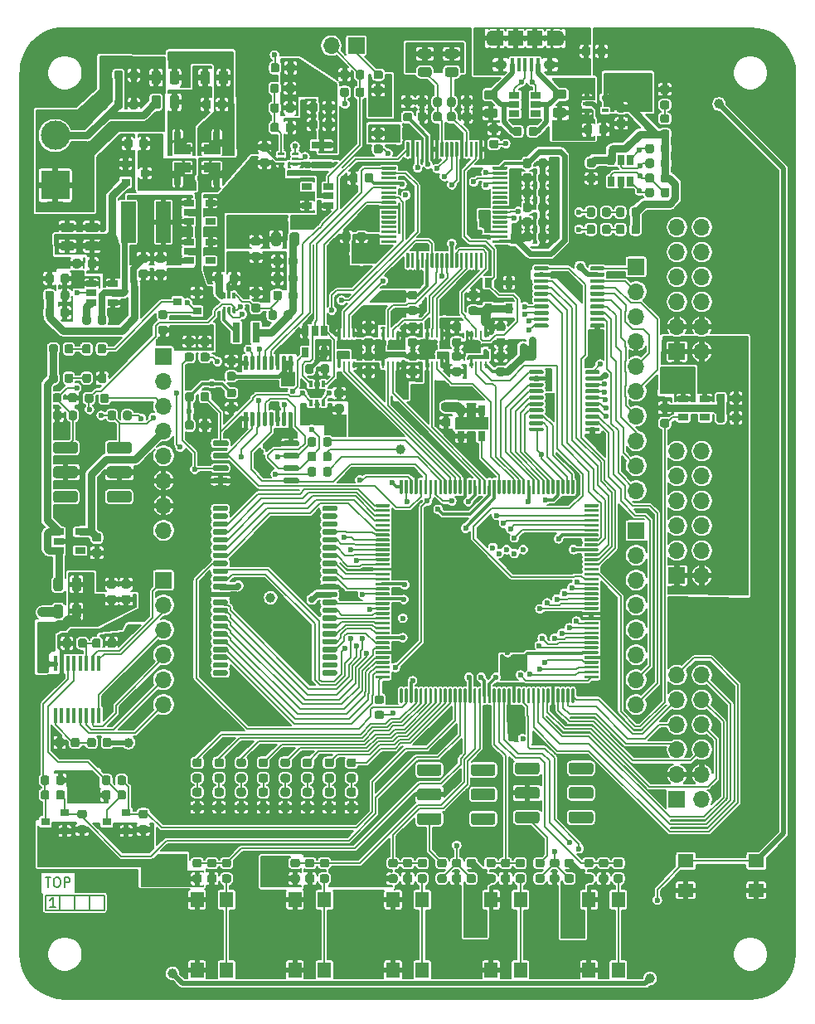
<source format=gbr>
%TF.GenerationSoftware,KiCad,Pcbnew,(5.1.6)-1*%
%TF.CreationDate,2020-06-19T12:40:55+02:00*%
%TF.ProjectId,iceduino,69636564-7569-46e6-9f2e-6b696361645f,rev?*%
%TF.SameCoordinates,Original*%
%TF.FileFunction,Copper,L1,Top*%
%TF.FilePolarity,Positive*%
%FSLAX46Y46*%
G04 Gerber Fmt 4.6, Leading zero omitted, Abs format (unit mm)*
G04 Created by KiCad (PCBNEW (5.1.6)-1) date 2020-06-19 12:40:55*
%MOMM*%
%LPD*%
G01*
G04 APERTURE LIST*
%TA.AperFunction,NonConductor*%
%ADD10C,0.150000*%
%TD*%
%TA.AperFunction,SMDPad,CuDef*%
%ADD11R,0.410000X1.600000*%
%TD*%
%TA.AperFunction,SMDPad,CuDef*%
%ADD12R,1.060000X0.650000*%
%TD*%
%TA.AperFunction,ComponentPad*%
%ADD13R,3.000000X3.000000*%
%TD*%
%TA.AperFunction,ComponentPad*%
%ADD14C,3.000000*%
%TD*%
%TA.AperFunction,SMDPad,CuDef*%
%ADD15R,0.400000X1.350000*%
%TD*%
%TA.AperFunction,SMDPad,CuDef*%
%ADD16R,1.145000X1.550000*%
%TD*%
%TA.AperFunction,SMDPad,CuDef*%
%ADD17R,1.500000X1.550000*%
%TD*%
%TA.AperFunction,ComponentPad*%
%ADD18O,1.700000X1.700000*%
%TD*%
%TA.AperFunction,ComponentPad*%
%ADD19R,1.700000X1.700000*%
%TD*%
%TA.AperFunction,SMDPad,CuDef*%
%ADD20R,0.700000X2.300000*%
%TD*%
%TA.AperFunction,SMDPad,CuDef*%
%ADD21R,1.700000X1.000000*%
%TD*%
%TA.AperFunction,SMDPad,CuDef*%
%ADD22R,1.500000X4.200000*%
%TD*%
%TA.AperFunction,SMDPad,CuDef*%
%ADD23R,0.800000X2.000000*%
%TD*%
%TA.AperFunction,SMDPad,CuDef*%
%ADD24R,2.000000X0.800000*%
%TD*%
%TA.AperFunction,SMDPad,CuDef*%
%ADD25R,0.900000X0.800000*%
%TD*%
%TA.AperFunction,SMDPad,CuDef*%
%ADD26R,1.400000X1.600000*%
%TD*%
%TA.AperFunction,SMDPad,CuDef*%
%ADD27R,1.600000X1.400000*%
%TD*%
%TA.AperFunction,SMDPad,CuDef*%
%ADD28R,0.650000X0.400000*%
%TD*%
%TA.AperFunction,SMDPad,CuDef*%
%ADD29R,0.650000X1.060000*%
%TD*%
%TA.AperFunction,SMDPad,CuDef*%
%ADD30R,0.250000X0.750000*%
%TD*%
%TA.AperFunction,SMDPad,CuDef*%
%ADD31R,0.400000X0.650000*%
%TD*%
%TA.AperFunction,SMDPad,CuDef*%
%ADD32R,0.800000X1.000000*%
%TD*%
%TA.AperFunction,ViaPad*%
%ADD33C,0.600000*%
%TD*%
%TA.AperFunction,ViaPad*%
%ADD34C,0.700000*%
%TD*%
%TA.AperFunction,ViaPad*%
%ADD35C,1.000000*%
%TD*%
%TA.AperFunction,ViaPad*%
%ADD36C,0.800000*%
%TD*%
%TA.AperFunction,Conductor*%
%ADD37C,0.800000*%
%TD*%
%TA.AperFunction,Conductor*%
%ADD38C,0.600000*%
%TD*%
%TA.AperFunction,Conductor*%
%ADD39C,0.300000*%
%TD*%
%TA.AperFunction,Conductor*%
%ADD40C,0.150000*%
%TD*%
%TA.AperFunction,Conductor*%
%ADD41C,0.400000*%
%TD*%
%TA.AperFunction,Conductor*%
%ADD42C,1.000000*%
%TD*%
%TA.AperFunction,Conductor*%
%ADD43C,0.250000*%
%TD*%
%TA.AperFunction,Conductor*%
%ADD44C,0.500000*%
%TD*%
%TA.AperFunction,Conductor*%
%ADD45C,0.700000*%
%TD*%
%TA.AperFunction,Conductor*%
%ADD46C,0.450000*%
%TD*%
%TA.AperFunction,Conductor*%
%ADD47C,0.200000*%
%TD*%
%TA.AperFunction,Conductor*%
%ADD48C,0.100000*%
%TD*%
%TA.AperFunction,Conductor*%
%ADD49C,0.254000*%
%TD*%
G04 APERTURE END LIST*
D10*
X42990476Y-127152380D02*
X43561904Y-127152380D01*
X43276190Y-128152380D02*
X43276190Y-127152380D01*
X44085714Y-127152380D02*
X44276190Y-127152380D01*
X44371428Y-127200000D01*
X44466666Y-127295238D01*
X44514285Y-127485714D01*
X44514285Y-127819047D01*
X44466666Y-128009523D01*
X44371428Y-128104761D01*
X44276190Y-128152380D01*
X44085714Y-128152380D01*
X43990476Y-128104761D01*
X43895238Y-128009523D01*
X43847619Y-127819047D01*
X43847619Y-127485714D01*
X43895238Y-127295238D01*
X43990476Y-127200000D01*
X44085714Y-127152380D01*
X44942857Y-128152380D02*
X44942857Y-127152380D01*
X45323809Y-127152380D01*
X45419047Y-127200000D01*
X45466666Y-127247619D01*
X45514285Y-127342857D01*
X45514285Y-127485714D01*
X45466666Y-127580952D01*
X45419047Y-127628571D01*
X45323809Y-127676190D01*
X44942857Y-127676190D01*
X44035714Y-130202380D02*
X43464285Y-130202380D01*
X43750000Y-130202380D02*
X43750000Y-129202380D01*
X43654761Y-129345238D01*
X43559523Y-129440476D01*
X43464285Y-129488095D01*
X47500000Y-130500000D02*
X47500000Y-129000000D01*
X46000000Y-130500000D02*
X46000000Y-129000000D01*
X44500000Y-130500000D02*
X44500000Y-129000000D01*
X43000000Y-129000000D02*
X43000000Y-130500000D01*
X49000000Y-129000000D02*
X43000000Y-129000000D01*
X49000000Y-130500000D02*
X49000000Y-129000000D01*
X43000000Y-130500000D02*
X49000000Y-130500000D01*
%TO.P,U20,1*%
%TO.N,+3V3_FTDI*%
%TA.AperFunction,SMDPad,CuDef*%
G36*
G01*
X67925000Y-73900000D02*
X68125000Y-73900000D01*
G75*
G02*
X68225000Y-74000000I0J-100000D01*
G01*
X68225000Y-75275000D01*
G75*
G02*
X68125000Y-75375000I-100000J0D01*
G01*
X67925000Y-75375000D01*
G75*
G02*
X67825000Y-75275000I0J100000D01*
G01*
X67825000Y-74000000D01*
G75*
G02*
X67925000Y-73900000I100000J0D01*
G01*
G37*
%TD.AperFunction*%
%TO.P,U20,2*%
%TA.AperFunction,SMDPad,CuDef*%
G36*
G01*
X67275000Y-73900000D02*
X67475000Y-73900000D01*
G75*
G02*
X67575000Y-74000000I0J-100000D01*
G01*
X67575000Y-75275000D01*
G75*
G02*
X67475000Y-75375000I-100000J0D01*
G01*
X67275000Y-75375000D01*
G75*
G02*
X67175000Y-75275000I0J100000D01*
G01*
X67175000Y-74000000D01*
G75*
G02*
X67275000Y-73900000I100000J0D01*
G01*
G37*
%TD.AperFunction*%
%TO.P,U20,3*%
%TO.N,GND*%
%TA.AperFunction,SMDPad,CuDef*%
G36*
G01*
X66625000Y-73900000D02*
X66825000Y-73900000D01*
G75*
G02*
X66925000Y-74000000I0J-100000D01*
G01*
X66925000Y-75275000D01*
G75*
G02*
X66825000Y-75375000I-100000J0D01*
G01*
X66625000Y-75375000D01*
G75*
G02*
X66525000Y-75275000I0J100000D01*
G01*
X66525000Y-74000000D01*
G75*
G02*
X66625000Y-73900000I100000J0D01*
G01*
G37*
%TD.AperFunction*%
%TO.P,U20,4*%
%TO.N,/USB_PROGRAMMER/FTDI_MOSI*%
%TA.AperFunction,SMDPad,CuDef*%
G36*
G01*
X65975000Y-73900000D02*
X66175000Y-73900000D01*
G75*
G02*
X66275000Y-74000000I0J-100000D01*
G01*
X66275000Y-75275000D01*
G75*
G02*
X66175000Y-75375000I-100000J0D01*
G01*
X65975000Y-75375000D01*
G75*
G02*
X65875000Y-75275000I0J100000D01*
G01*
X65875000Y-74000000D01*
G75*
G02*
X65975000Y-73900000I100000J0D01*
G01*
G37*
%TD.AperFunction*%
%TO.P,U20,5*%
%TO.N,/USB_PROGRAMMER/FTDI_SCK*%
%TA.AperFunction,SMDPad,CuDef*%
G36*
G01*
X65325000Y-73900000D02*
X65525000Y-73900000D01*
G75*
G02*
X65625000Y-74000000I0J-100000D01*
G01*
X65625000Y-75275000D01*
G75*
G02*
X65525000Y-75375000I-100000J0D01*
G01*
X65325000Y-75375000D01*
G75*
G02*
X65225000Y-75275000I0J100000D01*
G01*
X65225000Y-74000000D01*
G75*
G02*
X65325000Y-73900000I100000J0D01*
G01*
G37*
%TD.AperFunction*%
%TO.P,U20,6*%
%TO.N,/USB_PROGRAMMER/FTDI_CDONE*%
%TA.AperFunction,SMDPad,CuDef*%
G36*
G01*
X64675000Y-73900000D02*
X64875000Y-73900000D01*
G75*
G02*
X64975000Y-74000000I0J-100000D01*
G01*
X64975000Y-75275000D01*
G75*
G02*
X64875000Y-75375000I-100000J0D01*
G01*
X64675000Y-75375000D01*
G75*
G02*
X64575000Y-75275000I0J100000D01*
G01*
X64575000Y-74000000D01*
G75*
G02*
X64675000Y-73900000I100000J0D01*
G01*
G37*
%TD.AperFunction*%
%TO.P,U20,7*%
%TO.N,/USB_PROGRAMMER/FTDI_MISO*%
%TA.AperFunction,SMDPad,CuDef*%
G36*
G01*
X64025000Y-73900000D02*
X64225000Y-73900000D01*
G75*
G02*
X64325000Y-74000000I0J-100000D01*
G01*
X64325000Y-75275000D01*
G75*
G02*
X64225000Y-75375000I-100000J0D01*
G01*
X64025000Y-75375000D01*
G75*
G02*
X63925000Y-75275000I0J100000D01*
G01*
X63925000Y-74000000D01*
G75*
G02*
X64025000Y-73900000I100000J0D01*
G01*
G37*
%TD.AperFunction*%
%TO.P,U20,8*%
%TO.N,GND*%
%TA.AperFunction,SMDPad,CuDef*%
G36*
G01*
X63375000Y-73900000D02*
X63575000Y-73900000D01*
G75*
G02*
X63675000Y-74000000I0J-100000D01*
G01*
X63675000Y-75275000D01*
G75*
G02*
X63575000Y-75375000I-100000J0D01*
G01*
X63375000Y-75375000D01*
G75*
G02*
X63275000Y-75275000I0J100000D01*
G01*
X63275000Y-74000000D01*
G75*
G02*
X63375000Y-73900000I100000J0D01*
G01*
G37*
%TD.AperFunction*%
%TO.P,U20,9*%
%TA.AperFunction,SMDPad,CuDef*%
G36*
G01*
X63375000Y-79625000D02*
X63575000Y-79625000D01*
G75*
G02*
X63675000Y-79725000I0J-100000D01*
G01*
X63675000Y-81000000D01*
G75*
G02*
X63575000Y-81100000I-100000J0D01*
G01*
X63375000Y-81100000D01*
G75*
G02*
X63275000Y-81000000I0J100000D01*
G01*
X63275000Y-79725000D01*
G75*
G02*
X63375000Y-79625000I100000J0D01*
G01*
G37*
%TD.AperFunction*%
%TO.P,U20,10*%
%TO.N,/FLASH_IO1*%
%TA.AperFunction,SMDPad,CuDef*%
G36*
G01*
X64025000Y-79625000D02*
X64225000Y-79625000D01*
G75*
G02*
X64325000Y-79725000I0J-100000D01*
G01*
X64325000Y-81000000D01*
G75*
G02*
X64225000Y-81100000I-100000J0D01*
G01*
X64025000Y-81100000D01*
G75*
G02*
X63925000Y-81000000I0J100000D01*
G01*
X63925000Y-79725000D01*
G75*
G02*
X64025000Y-79625000I100000J0D01*
G01*
G37*
%TD.AperFunction*%
%TO.P,U20,11*%
%TO.N,/CDONE*%
%TA.AperFunction,SMDPad,CuDef*%
G36*
G01*
X64675000Y-79625000D02*
X64875000Y-79625000D01*
G75*
G02*
X64975000Y-79725000I0J-100000D01*
G01*
X64975000Y-81000000D01*
G75*
G02*
X64875000Y-81100000I-100000J0D01*
G01*
X64675000Y-81100000D01*
G75*
G02*
X64575000Y-81000000I0J100000D01*
G01*
X64575000Y-79725000D01*
G75*
G02*
X64675000Y-79625000I100000J0D01*
G01*
G37*
%TD.AperFunction*%
%TO.P,U20,12*%
%TO.N,/SCK*%
%TA.AperFunction,SMDPad,CuDef*%
G36*
G01*
X65325000Y-79625000D02*
X65525000Y-79625000D01*
G75*
G02*
X65625000Y-79725000I0J-100000D01*
G01*
X65625000Y-81000000D01*
G75*
G02*
X65525000Y-81100000I-100000J0D01*
G01*
X65325000Y-81100000D01*
G75*
G02*
X65225000Y-81000000I0J100000D01*
G01*
X65225000Y-79725000D01*
G75*
G02*
X65325000Y-79625000I100000J0D01*
G01*
G37*
%TD.AperFunction*%
%TO.P,U20,13*%
%TO.N,/FLASH_IO0*%
%TA.AperFunction,SMDPad,CuDef*%
G36*
G01*
X65975000Y-79625000D02*
X66175000Y-79625000D01*
G75*
G02*
X66275000Y-79725000I0J-100000D01*
G01*
X66275000Y-81000000D01*
G75*
G02*
X66175000Y-81100000I-100000J0D01*
G01*
X65975000Y-81100000D01*
G75*
G02*
X65875000Y-81000000I0J100000D01*
G01*
X65875000Y-79725000D01*
G75*
G02*
X65975000Y-79625000I100000J0D01*
G01*
G37*
%TD.AperFunction*%
%TO.P,U20,14*%
%TO.N,GND*%
%TA.AperFunction,SMDPad,CuDef*%
G36*
G01*
X66625000Y-79625000D02*
X66825000Y-79625000D01*
G75*
G02*
X66925000Y-79725000I0J-100000D01*
G01*
X66925000Y-81000000D01*
G75*
G02*
X66825000Y-81100000I-100000J0D01*
G01*
X66625000Y-81100000D01*
G75*
G02*
X66525000Y-81000000I0J100000D01*
G01*
X66525000Y-79725000D01*
G75*
G02*
X66625000Y-79625000I100000J0D01*
G01*
G37*
%TD.AperFunction*%
%TO.P,U20,15*%
%TO.N,/USB_PROGRAMMER/~1OE~*%
%TA.AperFunction,SMDPad,CuDef*%
G36*
G01*
X67275000Y-79625000D02*
X67475000Y-79625000D01*
G75*
G02*
X67575000Y-79725000I0J-100000D01*
G01*
X67575000Y-81000000D01*
G75*
G02*
X67475000Y-81100000I-100000J0D01*
G01*
X67275000Y-81100000D01*
G75*
G02*
X67175000Y-81000000I0J100000D01*
G01*
X67175000Y-79725000D01*
G75*
G02*
X67275000Y-79625000I100000J0D01*
G01*
G37*
%TD.AperFunction*%
%TO.P,U20,16*%
%TO.N,+3V3*%
%TA.AperFunction,SMDPad,CuDef*%
G36*
G01*
X67925000Y-79625000D02*
X68125000Y-79625000D01*
G75*
G02*
X68225000Y-79725000I0J-100000D01*
G01*
X68225000Y-81000000D01*
G75*
G02*
X68125000Y-81100000I-100000J0D01*
G01*
X67925000Y-81100000D01*
G75*
G02*
X67825000Y-81000000I0J100000D01*
G01*
X67825000Y-79725000D01*
G75*
G02*
X67925000Y-79625000I100000J0D01*
G01*
G37*
%TD.AperFunction*%
%TD*%
%TO.P,U1,1*%
%TO.N,/P7_3*%
%TA.AperFunction,SMDPad,CuDef*%
G36*
G01*
X99499900Y-106632640D02*
X99499900Y-106782640D01*
G75*
G02*
X99424900Y-106857640I-75000J0D01*
G01*
X98099900Y-106857640D01*
G75*
G02*
X98024900Y-106782640I0J75000D01*
G01*
X98024900Y-106632640D01*
G75*
G02*
X98099900Y-106557640I75000J0D01*
G01*
X99424900Y-106557640D01*
G75*
G02*
X99499900Y-106632640I0J-75000D01*
G01*
G37*
%TD.AperFunction*%
%TO.P,U1,2*%
%TO.N,/P1_3*%
%TA.AperFunction,SMDPad,CuDef*%
G36*
G01*
X99499900Y-106132640D02*
X99499900Y-106282640D01*
G75*
G02*
X99424900Y-106357640I-75000J0D01*
G01*
X98099900Y-106357640D01*
G75*
G02*
X98024900Y-106282640I0J75000D01*
G01*
X98024900Y-106132640D01*
G75*
G02*
X98099900Y-106057640I75000J0D01*
G01*
X99424900Y-106057640D01*
G75*
G02*
X99499900Y-106132640I0J-75000D01*
G01*
G37*
%TD.AperFunction*%
%TO.P,U1,3*%
%TO.N,/P8_3*%
%TA.AperFunction,SMDPad,CuDef*%
G36*
G01*
X99499900Y-105632640D02*
X99499900Y-105782640D01*
G75*
G02*
X99424900Y-105857640I-75000J0D01*
G01*
X98099900Y-105857640D01*
G75*
G02*
X98024900Y-105782640I0J75000D01*
G01*
X98024900Y-105632640D01*
G75*
G02*
X98099900Y-105557640I75000J0D01*
G01*
X99424900Y-105557640D01*
G75*
G02*
X99499900Y-105632640I0J-75000D01*
G01*
G37*
%TD.AperFunction*%
%TO.P,U1,4*%
%TO.N,/P2_3*%
%TA.AperFunction,SMDPad,CuDef*%
G36*
G01*
X99499900Y-105132640D02*
X99499900Y-105282640D01*
G75*
G02*
X99424900Y-105357640I-75000J0D01*
G01*
X98099900Y-105357640D01*
G75*
G02*
X98024900Y-105282640I0J75000D01*
G01*
X98024900Y-105132640D01*
G75*
G02*
X98099900Y-105057640I75000J0D01*
G01*
X99424900Y-105057640D01*
G75*
G02*
X99499900Y-105132640I0J-75000D01*
G01*
G37*
%TD.AperFunction*%
%TO.P,U1,5*%
%TO.N,GND*%
%TA.AperFunction,SMDPad,CuDef*%
G36*
G01*
X99499900Y-104632640D02*
X99499900Y-104782640D01*
G75*
G02*
X99424900Y-104857640I-75000J0D01*
G01*
X98099900Y-104857640D01*
G75*
G02*
X98024900Y-104782640I0J75000D01*
G01*
X98024900Y-104632640D01*
G75*
G02*
X98099900Y-104557640I75000J0D01*
G01*
X99424900Y-104557640D01*
G75*
G02*
X99499900Y-104632640I0J-75000D01*
G01*
G37*
%TD.AperFunction*%
%TO.P,U1,6*%
%TO.N,+3V3*%
%TA.AperFunction,SMDPad,CuDef*%
G36*
G01*
X99499900Y-104132640D02*
X99499900Y-104282640D01*
G75*
G02*
X99424900Y-104357640I-75000J0D01*
G01*
X98099900Y-104357640D01*
G75*
G02*
X98024900Y-104282640I0J75000D01*
G01*
X98024900Y-104132640D01*
G75*
G02*
X98099900Y-104057640I75000J0D01*
G01*
X99424900Y-104057640D01*
G75*
G02*
X99499900Y-104132640I0J-75000D01*
G01*
G37*
%TD.AperFunction*%
%TO.P,U1,7*%
%TO.N,/P9_3*%
%TA.AperFunction,SMDPad,CuDef*%
G36*
G01*
X99499900Y-103632640D02*
X99499900Y-103782640D01*
G75*
G02*
X99424900Y-103857640I-75000J0D01*
G01*
X98099900Y-103857640D01*
G75*
G02*
X98024900Y-103782640I0J75000D01*
G01*
X98024900Y-103632640D01*
G75*
G02*
X98099900Y-103557640I75000J0D01*
G01*
X99424900Y-103557640D01*
G75*
G02*
X99499900Y-103632640I0J-75000D01*
G01*
G37*
%TD.AperFunction*%
%TO.P,U1,8*%
%TO.N,/P3_3*%
%TA.AperFunction,SMDPad,CuDef*%
G36*
G01*
X99499900Y-103132640D02*
X99499900Y-103282640D01*
G75*
G02*
X99424900Y-103357640I-75000J0D01*
G01*
X98099900Y-103357640D01*
G75*
G02*
X98024900Y-103282640I0J75000D01*
G01*
X98024900Y-103132640D01*
G75*
G02*
X98099900Y-103057640I75000J0D01*
G01*
X99424900Y-103057640D01*
G75*
G02*
X99499900Y-103132640I0J-75000D01*
G01*
G37*
%TD.AperFunction*%
%TO.P,U1,9*%
%TO.N,/P10_3*%
%TA.AperFunction,SMDPad,CuDef*%
G36*
G01*
X99499900Y-102632640D02*
X99499900Y-102782640D01*
G75*
G02*
X99424900Y-102857640I-75000J0D01*
G01*
X98099900Y-102857640D01*
G75*
G02*
X98024900Y-102782640I0J75000D01*
G01*
X98024900Y-102632640D01*
G75*
G02*
X98099900Y-102557640I75000J0D01*
G01*
X99424900Y-102557640D01*
G75*
G02*
X99499900Y-102632640I0J-75000D01*
G01*
G37*
%TD.AperFunction*%
%TO.P,U1,10*%
%TO.N,/P4_3*%
%TA.AperFunction,SMDPad,CuDef*%
G36*
G01*
X99499900Y-102132640D02*
X99499900Y-102282640D01*
G75*
G02*
X99424900Y-102357640I-75000J0D01*
G01*
X98099900Y-102357640D01*
G75*
G02*
X98024900Y-102282640I0J75000D01*
G01*
X98024900Y-102132640D01*
G75*
G02*
X98099900Y-102057640I75000J0D01*
G01*
X99424900Y-102057640D01*
G75*
G02*
X99499900Y-102132640I0J-75000D01*
G01*
G37*
%TD.AperFunction*%
%TO.P,U1,11*%
%TO.N,/P7_2*%
%TA.AperFunction,SMDPad,CuDef*%
G36*
G01*
X99499900Y-101632640D02*
X99499900Y-101782640D01*
G75*
G02*
X99424900Y-101857640I-75000J0D01*
G01*
X98099900Y-101857640D01*
G75*
G02*
X98024900Y-101782640I0J75000D01*
G01*
X98024900Y-101632640D01*
G75*
G02*
X98099900Y-101557640I75000J0D01*
G01*
X99424900Y-101557640D01*
G75*
G02*
X99499900Y-101632640I0J-75000D01*
G01*
G37*
%TD.AperFunction*%
%TO.P,U1,12*%
%TO.N,/P8_2*%
%TA.AperFunction,SMDPad,CuDef*%
G36*
G01*
X99499900Y-101132640D02*
X99499900Y-101282640D01*
G75*
G02*
X99424900Y-101357640I-75000J0D01*
G01*
X98099900Y-101357640D01*
G75*
G02*
X98024900Y-101282640I0J75000D01*
G01*
X98024900Y-101132640D01*
G75*
G02*
X98099900Y-101057640I75000J0D01*
G01*
X99424900Y-101057640D01*
G75*
G02*
X99499900Y-101132640I0J-75000D01*
G01*
G37*
%TD.AperFunction*%
%TO.P,U1,13*%
%TO.N,GND*%
%TA.AperFunction,SMDPad,CuDef*%
G36*
G01*
X99499900Y-100632640D02*
X99499900Y-100782640D01*
G75*
G02*
X99424900Y-100857640I-75000J0D01*
G01*
X98099900Y-100857640D01*
G75*
G02*
X98024900Y-100782640I0J75000D01*
G01*
X98024900Y-100632640D01*
G75*
G02*
X98099900Y-100557640I75000J0D01*
G01*
X99424900Y-100557640D01*
G75*
G02*
X99499900Y-100632640I0J-75000D01*
G01*
G37*
%TD.AperFunction*%
%TO.P,U1,14*%
%TA.AperFunction,SMDPad,CuDef*%
G36*
G01*
X99499900Y-100132640D02*
X99499900Y-100282640D01*
G75*
G02*
X99424900Y-100357640I-75000J0D01*
G01*
X98099900Y-100357640D01*
G75*
G02*
X98024900Y-100282640I0J75000D01*
G01*
X98024900Y-100132640D01*
G75*
G02*
X98099900Y-100057640I75000J0D01*
G01*
X99424900Y-100057640D01*
G75*
G02*
X99499900Y-100132640I0J-75000D01*
G01*
G37*
%TD.AperFunction*%
%TO.P,U1,15*%
%TO.N,/P9_2*%
%TA.AperFunction,SMDPad,CuDef*%
G36*
G01*
X99499900Y-99632640D02*
X99499900Y-99782640D01*
G75*
G02*
X99424900Y-99857640I-75000J0D01*
G01*
X98099900Y-99857640D01*
G75*
G02*
X98024900Y-99782640I0J75000D01*
G01*
X98024900Y-99632640D01*
G75*
G02*
X98099900Y-99557640I75000J0D01*
G01*
X99424900Y-99557640D01*
G75*
G02*
X99499900Y-99632640I0J-75000D01*
G01*
G37*
%TD.AperFunction*%
%TO.P,U1,16*%
%TO.N,/P10_2*%
%TA.AperFunction,SMDPad,CuDef*%
G36*
G01*
X99499900Y-99132640D02*
X99499900Y-99282640D01*
G75*
G02*
X99424900Y-99357640I-75000J0D01*
G01*
X98099900Y-99357640D01*
G75*
G02*
X98024900Y-99282640I0J75000D01*
G01*
X98024900Y-99132640D01*
G75*
G02*
X98099900Y-99057640I75000J0D01*
G01*
X99424900Y-99057640D01*
G75*
G02*
X99499900Y-99132640I0J-75000D01*
G01*
G37*
%TD.AperFunction*%
%TO.P,U1,17*%
%TO.N,/P4_2*%
%TA.AperFunction,SMDPad,CuDef*%
G36*
G01*
X99499900Y-98632640D02*
X99499900Y-98782640D01*
G75*
G02*
X99424900Y-98857640I-75000J0D01*
G01*
X98099900Y-98857640D01*
G75*
G02*
X98024900Y-98782640I0J75000D01*
G01*
X98024900Y-98632640D01*
G75*
G02*
X98099900Y-98557640I75000J0D01*
G01*
X99424900Y-98557640D01*
G75*
G02*
X99499900Y-98632640I0J-75000D01*
G01*
G37*
%TD.AperFunction*%
%TO.P,U1,18*%
%TO.N,/P3_2*%
%TA.AperFunction,SMDPad,CuDef*%
G36*
G01*
X99499900Y-98132640D02*
X99499900Y-98282640D01*
G75*
G02*
X99424900Y-98357640I-75000J0D01*
G01*
X98099900Y-98357640D01*
G75*
G02*
X98024900Y-98282640I0J75000D01*
G01*
X98024900Y-98132640D01*
G75*
G02*
X98099900Y-98057640I75000J0D01*
G01*
X99424900Y-98057640D01*
G75*
G02*
X99499900Y-98132640I0J-75000D01*
G01*
G37*
%TD.AperFunction*%
%TO.P,U1,19*%
%TO.N,/P2_2*%
%TA.AperFunction,SMDPad,CuDef*%
G36*
G01*
X99499900Y-97632640D02*
X99499900Y-97782640D01*
G75*
G02*
X99424900Y-97857640I-75000J0D01*
G01*
X98099900Y-97857640D01*
G75*
G02*
X98024900Y-97782640I0J75000D01*
G01*
X98024900Y-97632640D01*
G75*
G02*
X98099900Y-97557640I75000J0D01*
G01*
X99424900Y-97557640D01*
G75*
G02*
X99499900Y-97632640I0J-75000D01*
G01*
G37*
%TD.AperFunction*%
%TO.P,U1,20*%
%TO.N,/P1_2*%
%TA.AperFunction,SMDPad,CuDef*%
G36*
G01*
X99499900Y-97132640D02*
X99499900Y-97282640D01*
G75*
G02*
X99424900Y-97357640I-75000J0D01*
G01*
X98099900Y-97357640D01*
G75*
G02*
X98024900Y-97282640I0J75000D01*
G01*
X98024900Y-97132640D01*
G75*
G02*
X98099900Y-97057640I75000J0D01*
G01*
X99424900Y-97057640D01*
G75*
G02*
X99499900Y-97132640I0J-75000D01*
G01*
G37*
%TD.AperFunction*%
%TO.P,U1,21*%
%TO.N,/CLK_12M*%
%TA.AperFunction,SMDPad,CuDef*%
G36*
G01*
X99499900Y-96632640D02*
X99499900Y-96782640D01*
G75*
G02*
X99424900Y-96857640I-75000J0D01*
G01*
X98099900Y-96857640D01*
G75*
G02*
X98024900Y-96782640I0J75000D01*
G01*
X98024900Y-96632640D01*
G75*
G02*
X98099900Y-96557640I75000J0D01*
G01*
X99424900Y-96557640D01*
G75*
G02*
X99499900Y-96632640I0J-75000D01*
G01*
G37*
%TD.AperFunction*%
%TO.P,U1,22*%
%TO.N,/PMOD_PWR_EN*%
%TA.AperFunction,SMDPad,CuDef*%
G36*
G01*
X99499900Y-96132640D02*
X99499900Y-96282640D01*
G75*
G02*
X99424900Y-96357640I-75000J0D01*
G01*
X98099900Y-96357640D01*
G75*
G02*
X98024900Y-96282640I0J75000D01*
G01*
X98024900Y-96132640D01*
G75*
G02*
X98099900Y-96057640I75000J0D01*
G01*
X99424900Y-96057640D01*
G75*
G02*
X99499900Y-96132640I0J-75000D01*
G01*
G37*
%TD.AperFunction*%
%TO.P,U1,23*%
%TO.N,Net-(U1-Pad23)*%
%TA.AperFunction,SMDPad,CuDef*%
G36*
G01*
X99499900Y-95632640D02*
X99499900Y-95782640D01*
G75*
G02*
X99424900Y-95857640I-75000J0D01*
G01*
X98099900Y-95857640D01*
G75*
G02*
X98024900Y-95782640I0J75000D01*
G01*
X98024900Y-95632640D01*
G75*
G02*
X98099900Y-95557640I75000J0D01*
G01*
X99424900Y-95557640D01*
G75*
G02*
X99499900Y-95632640I0J-75000D01*
G01*
G37*
%TD.AperFunction*%
%TO.P,U1,24*%
%TO.N,/FPGA_INO_SCL*%
%TA.AperFunction,SMDPad,CuDef*%
G36*
G01*
X99499900Y-95132640D02*
X99499900Y-95282640D01*
G75*
G02*
X99424900Y-95357640I-75000J0D01*
G01*
X98099900Y-95357640D01*
G75*
G02*
X98024900Y-95282640I0J75000D01*
G01*
X98024900Y-95132640D01*
G75*
G02*
X98099900Y-95057640I75000J0D01*
G01*
X99424900Y-95057640D01*
G75*
G02*
X99499900Y-95132640I0J-75000D01*
G01*
G37*
%TD.AperFunction*%
%TO.P,U1,25*%
%TO.N,/FPGA_INO_SDA*%
%TA.AperFunction,SMDPad,CuDef*%
G36*
G01*
X99499900Y-94632640D02*
X99499900Y-94782640D01*
G75*
G02*
X99424900Y-94857640I-75000J0D01*
G01*
X98099900Y-94857640D01*
G75*
G02*
X98024900Y-94782640I0J75000D01*
G01*
X98024900Y-94632640D01*
G75*
G02*
X98099900Y-94557640I75000J0D01*
G01*
X99424900Y-94557640D01*
G75*
G02*
X99499900Y-94632640I0J-75000D01*
G01*
G37*
%TD.AperFunction*%
%TO.P,U1,26*%
%TO.N,/FPGA_INO_MISO*%
%TA.AperFunction,SMDPad,CuDef*%
G36*
G01*
X99499900Y-94132640D02*
X99499900Y-94282640D01*
G75*
G02*
X99424900Y-94357640I-75000J0D01*
G01*
X98099900Y-94357640D01*
G75*
G02*
X98024900Y-94282640I0J75000D01*
G01*
X98024900Y-94132640D01*
G75*
G02*
X98099900Y-94057640I75000J0D01*
G01*
X99424900Y-94057640D01*
G75*
G02*
X99499900Y-94132640I0J-75000D01*
G01*
G37*
%TD.AperFunction*%
%TO.P,U1,27*%
%TO.N,+1V2*%
%TA.AperFunction,SMDPad,CuDef*%
G36*
G01*
X99499900Y-93632640D02*
X99499900Y-93782640D01*
G75*
G02*
X99424900Y-93857640I-75000J0D01*
G01*
X98099900Y-93857640D01*
G75*
G02*
X98024900Y-93782640I0J75000D01*
G01*
X98024900Y-93632640D01*
G75*
G02*
X98099900Y-93557640I75000J0D01*
G01*
X99424900Y-93557640D01*
G75*
G02*
X99499900Y-93632640I0J-75000D01*
G01*
G37*
%TD.AperFunction*%
%TO.P,U1,28*%
%TO.N,/FPGA_INO_SCK*%
%TA.AperFunction,SMDPad,CuDef*%
G36*
G01*
X99499900Y-93132640D02*
X99499900Y-93282640D01*
G75*
G02*
X99424900Y-93357640I-75000J0D01*
G01*
X98099900Y-93357640D01*
G75*
G02*
X98024900Y-93282640I0J75000D01*
G01*
X98024900Y-93132640D01*
G75*
G02*
X98099900Y-93057640I75000J0D01*
G01*
X99424900Y-93057640D01*
G75*
G02*
X99499900Y-93132640I0J-75000D01*
G01*
G37*
%TD.AperFunction*%
%TO.P,U1,29*%
%TO.N,/FPGA_INO_MOSI*%
%TA.AperFunction,SMDPad,CuDef*%
G36*
G01*
X99499900Y-92632640D02*
X99499900Y-92782640D01*
G75*
G02*
X99424900Y-92857640I-75000J0D01*
G01*
X98099900Y-92857640D01*
G75*
G02*
X98024900Y-92782640I0J75000D01*
G01*
X98024900Y-92632640D01*
G75*
G02*
X98099900Y-92557640I75000J0D01*
G01*
X99424900Y-92557640D01*
G75*
G02*
X99499900Y-92632640I0J-75000D01*
G01*
G37*
%TD.AperFunction*%
%TO.P,U1,30*%
%TO.N,+3V3*%
%TA.AperFunction,SMDPad,CuDef*%
G36*
G01*
X99499900Y-92132640D02*
X99499900Y-92282640D01*
G75*
G02*
X99424900Y-92357640I-75000J0D01*
G01*
X98099900Y-92357640D01*
G75*
G02*
X98024900Y-92282640I0J75000D01*
G01*
X98024900Y-92132640D01*
G75*
G02*
X98099900Y-92057640I75000J0D01*
G01*
X99424900Y-92057640D01*
G75*
G02*
X99499900Y-92132640I0J-75000D01*
G01*
G37*
%TD.AperFunction*%
%TO.P,U1,31*%
%TO.N,/OE1*%
%TA.AperFunction,SMDPad,CuDef*%
G36*
G01*
X99499900Y-91632640D02*
X99499900Y-91782640D01*
G75*
G02*
X99424900Y-91857640I-75000J0D01*
G01*
X98099900Y-91857640D01*
G75*
G02*
X98024900Y-91782640I0J75000D01*
G01*
X98024900Y-91632640D01*
G75*
G02*
X98099900Y-91557640I75000J0D01*
G01*
X99424900Y-91557640D01*
G75*
G02*
X99499900Y-91632640I0J-75000D01*
G01*
G37*
%TD.AperFunction*%
%TO.P,U1,32*%
%TO.N,/FPGA_INO_D8*%
%TA.AperFunction,SMDPad,CuDef*%
G36*
G01*
X99499900Y-91132640D02*
X99499900Y-91282640D01*
G75*
G02*
X99424900Y-91357640I-75000J0D01*
G01*
X98099900Y-91357640D01*
G75*
G02*
X98024900Y-91282640I0J75000D01*
G01*
X98024900Y-91132640D01*
G75*
G02*
X98099900Y-91057640I75000J0D01*
G01*
X99424900Y-91057640D01*
G75*
G02*
X99499900Y-91132640I0J-75000D01*
G01*
G37*
%TD.AperFunction*%
%TO.P,U1,33*%
%TO.N,/FPGA_INO_D9*%
%TA.AperFunction,SMDPad,CuDef*%
G36*
G01*
X99499900Y-90632640D02*
X99499900Y-90782640D01*
G75*
G02*
X99424900Y-90857640I-75000J0D01*
G01*
X98099900Y-90857640D01*
G75*
G02*
X98024900Y-90782640I0J75000D01*
G01*
X98024900Y-90632640D01*
G75*
G02*
X98099900Y-90557640I75000J0D01*
G01*
X99424900Y-90557640D01*
G75*
G02*
X99499900Y-90632640I0J-75000D01*
G01*
G37*
%TD.AperFunction*%
%TO.P,U1,34*%
%TO.N,/FPGA_INO_SS*%
%TA.AperFunction,SMDPad,CuDef*%
G36*
G01*
X99499900Y-90132640D02*
X99499900Y-90282640D01*
G75*
G02*
X99424900Y-90357640I-75000J0D01*
G01*
X98099900Y-90357640D01*
G75*
G02*
X98024900Y-90282640I0J75000D01*
G01*
X98024900Y-90132640D01*
G75*
G02*
X98099900Y-90057640I75000J0D01*
G01*
X99424900Y-90057640D01*
G75*
G02*
X99499900Y-90132640I0J-75000D01*
G01*
G37*
%TD.AperFunction*%
%TO.P,U1,35*%
%TO.N,Net-(U1-Pad133)*%
%TA.AperFunction,SMDPad,CuDef*%
G36*
G01*
X99499900Y-89632640D02*
X99499900Y-89782640D01*
G75*
G02*
X99424900Y-89857640I-75000J0D01*
G01*
X98099900Y-89857640D01*
G75*
G02*
X98024900Y-89782640I0J75000D01*
G01*
X98024900Y-89632640D01*
G75*
G02*
X98099900Y-89557640I75000J0D01*
G01*
X99424900Y-89557640D01*
G75*
G02*
X99499900Y-89632640I0J-75000D01*
G01*
G37*
%TD.AperFunction*%
%TO.P,U1,36*%
%TA.AperFunction,SMDPad,CuDef*%
G36*
G01*
X99499900Y-89132640D02*
X99499900Y-89282640D01*
G75*
G02*
X99424900Y-89357640I-75000J0D01*
G01*
X98099900Y-89357640D01*
G75*
G02*
X98024900Y-89282640I0J75000D01*
G01*
X98024900Y-89132640D01*
G75*
G02*
X98099900Y-89057640I75000J0D01*
G01*
X99424900Y-89057640D01*
G75*
G02*
X99499900Y-89132640I0J-75000D01*
G01*
G37*
%TD.AperFunction*%
%TO.P,U1,37*%
%TO.N,/FPGA_INO_RX*%
%TA.AperFunction,SMDPad,CuDef*%
G36*
G01*
X96999900Y-86632640D02*
X96999900Y-87957640D01*
G75*
G02*
X96924900Y-88032640I-75000J0D01*
G01*
X96774900Y-88032640D01*
G75*
G02*
X96699900Y-87957640I0J75000D01*
G01*
X96699900Y-86632640D01*
G75*
G02*
X96774900Y-86557640I75000J0D01*
G01*
X96924900Y-86557640D01*
G75*
G02*
X96999900Y-86632640I0J-75000D01*
G01*
G37*
%TD.AperFunction*%
%TO.P,U1,38*%
%TO.N,/FPGA_INO_TX*%
%TA.AperFunction,SMDPad,CuDef*%
G36*
G01*
X96499900Y-86632640D02*
X96499900Y-87957640D01*
G75*
G02*
X96424900Y-88032640I-75000J0D01*
G01*
X96274900Y-88032640D01*
G75*
G02*
X96199900Y-87957640I0J75000D01*
G01*
X96199900Y-86632640D01*
G75*
G02*
X96274900Y-86557640I75000J0D01*
G01*
X96424900Y-86557640D01*
G75*
G02*
X96499900Y-86632640I0J-75000D01*
G01*
G37*
%TD.AperFunction*%
%TO.P,U1,39*%
%TO.N,/OE0*%
%TA.AperFunction,SMDPad,CuDef*%
G36*
G01*
X95999900Y-86632640D02*
X95999900Y-87957640D01*
G75*
G02*
X95924900Y-88032640I-75000J0D01*
G01*
X95774900Y-88032640D01*
G75*
G02*
X95699900Y-87957640I0J75000D01*
G01*
X95699900Y-86632640D01*
G75*
G02*
X95774900Y-86557640I75000J0D01*
G01*
X95924900Y-86557640D01*
G75*
G02*
X95999900Y-86632640I0J-75000D01*
G01*
G37*
%TD.AperFunction*%
%TO.P,U1,40*%
%TO.N,+1V2*%
%TA.AperFunction,SMDPad,CuDef*%
G36*
G01*
X95499900Y-86632640D02*
X95499900Y-87957640D01*
G75*
G02*
X95424900Y-88032640I-75000J0D01*
G01*
X95274900Y-88032640D01*
G75*
G02*
X95199900Y-87957640I0J75000D01*
G01*
X95199900Y-86632640D01*
G75*
G02*
X95274900Y-86557640I75000J0D01*
G01*
X95424900Y-86557640D01*
G75*
G02*
X95499900Y-86632640I0J-75000D01*
G01*
G37*
%TD.AperFunction*%
%TO.P,U1,41*%
%TO.N,/FPGA_INO_D2*%
%TA.AperFunction,SMDPad,CuDef*%
G36*
G01*
X94999900Y-86632640D02*
X94999900Y-87957640D01*
G75*
G02*
X94924900Y-88032640I-75000J0D01*
G01*
X94774900Y-88032640D01*
G75*
G02*
X94699900Y-87957640I0J75000D01*
G01*
X94699900Y-86632640D01*
G75*
G02*
X94774900Y-86557640I75000J0D01*
G01*
X94924900Y-86557640D01*
G75*
G02*
X94999900Y-86632640I0J-75000D01*
G01*
G37*
%TD.AperFunction*%
%TO.P,U1,42*%
%TO.N,/FPGA_INO_D3*%
%TA.AperFunction,SMDPad,CuDef*%
G36*
G01*
X94499900Y-86632640D02*
X94499900Y-87957640D01*
G75*
G02*
X94424900Y-88032640I-75000J0D01*
G01*
X94274900Y-88032640D01*
G75*
G02*
X94199900Y-87957640I0J75000D01*
G01*
X94199900Y-86632640D01*
G75*
G02*
X94274900Y-86557640I75000J0D01*
G01*
X94424900Y-86557640D01*
G75*
G02*
X94499900Y-86632640I0J-75000D01*
G01*
G37*
%TD.AperFunction*%
%TO.P,U1,43*%
%TO.N,/FPGA_INO_D4*%
%TA.AperFunction,SMDPad,CuDef*%
G36*
G01*
X93999900Y-86632640D02*
X93999900Y-87957640D01*
G75*
G02*
X93924900Y-88032640I-75000J0D01*
G01*
X93774900Y-88032640D01*
G75*
G02*
X93699900Y-87957640I0J75000D01*
G01*
X93699900Y-86632640D01*
G75*
G02*
X93774900Y-86557640I75000J0D01*
G01*
X93924900Y-86557640D01*
G75*
G02*
X93999900Y-86632640I0J-75000D01*
G01*
G37*
%TD.AperFunction*%
%TO.P,U1,44*%
%TO.N,/FPGA_INO_D5*%
%TA.AperFunction,SMDPad,CuDef*%
G36*
G01*
X93499900Y-86632640D02*
X93499900Y-87957640D01*
G75*
G02*
X93424900Y-88032640I-75000J0D01*
G01*
X93274900Y-88032640D01*
G75*
G02*
X93199900Y-87957640I0J75000D01*
G01*
X93199900Y-86632640D01*
G75*
G02*
X93274900Y-86557640I75000J0D01*
G01*
X93424900Y-86557640D01*
G75*
G02*
X93499900Y-86632640I0J-75000D01*
G01*
G37*
%TD.AperFunction*%
%TO.P,U1,45*%
%TO.N,/FPGA_INO_D6*%
%TA.AperFunction,SMDPad,CuDef*%
G36*
G01*
X92999900Y-86632640D02*
X92999900Y-87957640D01*
G75*
G02*
X92924900Y-88032640I-75000J0D01*
G01*
X92774900Y-88032640D01*
G75*
G02*
X92699900Y-87957640I0J75000D01*
G01*
X92699900Y-86632640D01*
G75*
G02*
X92774900Y-86557640I75000J0D01*
G01*
X92924900Y-86557640D01*
G75*
G02*
X92999900Y-86632640I0J-75000D01*
G01*
G37*
%TD.AperFunction*%
%TO.P,U1,46*%
%TO.N,+3V3*%
%TA.AperFunction,SMDPad,CuDef*%
G36*
G01*
X92499900Y-86632640D02*
X92499900Y-87957640D01*
G75*
G02*
X92424900Y-88032640I-75000J0D01*
G01*
X92274900Y-88032640D01*
G75*
G02*
X92199900Y-87957640I0J75000D01*
G01*
X92199900Y-86632640D01*
G75*
G02*
X92274900Y-86557640I75000J0D01*
G01*
X92424900Y-86557640D01*
G75*
G02*
X92499900Y-86632640I0J-75000D01*
G01*
G37*
%TD.AperFunction*%
%TO.P,U1,47*%
%TO.N,/FPGA_INO_D7*%
%TA.AperFunction,SMDPad,CuDef*%
G36*
G01*
X91999900Y-86632640D02*
X91999900Y-87957640D01*
G75*
G02*
X91924900Y-88032640I-75000J0D01*
G01*
X91774900Y-88032640D01*
G75*
G02*
X91699900Y-87957640I0J75000D01*
G01*
X91699900Y-86632640D01*
G75*
G02*
X91774900Y-86557640I75000J0D01*
G01*
X91924900Y-86557640D01*
G75*
G02*
X91999900Y-86632640I0J-75000D01*
G01*
G37*
%TD.AperFunction*%
%TO.P,U1,48*%
%TO.N,/~DTR~*%
%TA.AperFunction,SMDPad,CuDef*%
G36*
G01*
X91499900Y-86632640D02*
X91499900Y-87957640D01*
G75*
G02*
X91424900Y-88032640I-75000J0D01*
G01*
X91274900Y-88032640D01*
G75*
G02*
X91199900Y-87957640I0J75000D01*
G01*
X91199900Y-86632640D01*
G75*
G02*
X91274900Y-86557640I75000J0D01*
G01*
X91424900Y-86557640D01*
G75*
G02*
X91499900Y-86632640I0J-75000D01*
G01*
G37*
%TD.AperFunction*%
%TO.P,U1,49*%
%TO.N,/~DCD~*%
%TA.AperFunction,SMDPad,CuDef*%
G36*
G01*
X90999900Y-86632640D02*
X90999900Y-87957640D01*
G75*
G02*
X90924900Y-88032640I-75000J0D01*
G01*
X90774900Y-88032640D01*
G75*
G02*
X90699900Y-87957640I0J75000D01*
G01*
X90699900Y-86632640D01*
G75*
G02*
X90774900Y-86557640I75000J0D01*
G01*
X90924900Y-86557640D01*
G75*
G02*
X90999900Y-86632640I0J-75000D01*
G01*
G37*
%TD.AperFunction*%
%TO.P,U1,50*%
%TO.N,Net-(U1-Pad133)*%
%TA.AperFunction,SMDPad,CuDef*%
G36*
G01*
X90499900Y-86632640D02*
X90499900Y-87957640D01*
G75*
G02*
X90424900Y-88032640I-75000J0D01*
G01*
X90274900Y-88032640D01*
G75*
G02*
X90199900Y-87957640I0J75000D01*
G01*
X90199900Y-86632640D01*
G75*
G02*
X90274900Y-86557640I75000J0D01*
G01*
X90424900Y-86557640D01*
G75*
G02*
X90499900Y-86632640I0J-75000D01*
G01*
G37*
%TD.AperFunction*%
%TO.P,U1,51*%
%TA.AperFunction,SMDPad,CuDef*%
G36*
G01*
X89999900Y-86632640D02*
X89999900Y-87957640D01*
G75*
G02*
X89924900Y-88032640I-75000J0D01*
G01*
X89774900Y-88032640D01*
G75*
G02*
X89699900Y-87957640I0J75000D01*
G01*
X89699900Y-86632640D01*
G75*
G02*
X89774900Y-86557640I75000J0D01*
G01*
X89924900Y-86557640D01*
G75*
G02*
X89999900Y-86632640I0J-75000D01*
G01*
G37*
%TD.AperFunction*%
%TO.P,U1,52*%
%TO.N,/IC_CLK_50M*%
%TA.AperFunction,SMDPad,CuDef*%
G36*
G01*
X89499900Y-86632640D02*
X89499900Y-87957640D01*
G75*
G02*
X89424900Y-88032640I-75000J0D01*
G01*
X89274900Y-88032640D01*
G75*
G02*
X89199900Y-87957640I0J75000D01*
G01*
X89199900Y-86632640D01*
G75*
G02*
X89274900Y-86557640I75000J0D01*
G01*
X89424900Y-86557640D01*
G75*
G02*
X89499900Y-86632640I0J-75000D01*
G01*
G37*
%TD.AperFunction*%
%TO.P,U1,53*%
%TO.N,/GNDPLL_0*%
%TA.AperFunction,SMDPad,CuDef*%
G36*
G01*
X88999900Y-86632640D02*
X88999900Y-87957640D01*
G75*
G02*
X88924900Y-88032640I-75000J0D01*
G01*
X88774900Y-88032640D01*
G75*
G02*
X88699900Y-87957640I0J75000D01*
G01*
X88699900Y-86632640D01*
G75*
G02*
X88774900Y-86557640I75000J0D01*
G01*
X88924900Y-86557640D01*
G75*
G02*
X88999900Y-86632640I0J-75000D01*
G01*
G37*
%TD.AperFunction*%
%TO.P,U1,54*%
%TO.N,/VCCPLL_0*%
%TA.AperFunction,SMDPad,CuDef*%
G36*
G01*
X88499900Y-86632640D02*
X88499900Y-87957640D01*
G75*
G02*
X88424900Y-88032640I-75000J0D01*
G01*
X88274900Y-88032640D01*
G75*
G02*
X88199900Y-87957640I0J75000D01*
G01*
X88199900Y-86632640D01*
G75*
G02*
X88274900Y-86557640I75000J0D01*
G01*
X88424900Y-86557640D01*
G75*
G02*
X88499900Y-86632640I0J-75000D01*
G01*
G37*
%TD.AperFunction*%
%TO.P,U1,55*%
%TO.N,/~DSR~*%
%TA.AperFunction,SMDPad,CuDef*%
G36*
G01*
X87999900Y-86632640D02*
X87999900Y-87957640D01*
G75*
G02*
X87924900Y-88032640I-75000J0D01*
G01*
X87774900Y-88032640D01*
G75*
G02*
X87699900Y-87957640I0J75000D01*
G01*
X87699900Y-86632640D01*
G75*
G02*
X87774900Y-86557640I75000J0D01*
G01*
X87924900Y-86557640D01*
G75*
G02*
X87999900Y-86632640I0J-75000D01*
G01*
G37*
%TD.AperFunction*%
%TO.P,U1,56*%
%TO.N,/~CTS~*%
%TA.AperFunction,SMDPad,CuDef*%
G36*
G01*
X87499900Y-86632640D02*
X87499900Y-87957640D01*
G75*
G02*
X87424900Y-88032640I-75000J0D01*
G01*
X87274900Y-88032640D01*
G75*
G02*
X87199900Y-87957640I0J75000D01*
G01*
X87199900Y-86632640D01*
G75*
G02*
X87274900Y-86557640I75000J0D01*
G01*
X87424900Y-86557640D01*
G75*
G02*
X87499900Y-86632640I0J-75000D01*
G01*
G37*
%TD.AperFunction*%
%TO.P,U1,57*%
%TO.N,+3V3*%
%TA.AperFunction,SMDPad,CuDef*%
G36*
G01*
X86999900Y-86632640D02*
X86999900Y-87957640D01*
G75*
G02*
X86924900Y-88032640I-75000J0D01*
G01*
X86774900Y-88032640D01*
G75*
G02*
X86699900Y-87957640I0J75000D01*
G01*
X86699900Y-86632640D01*
G75*
G02*
X86774900Y-86557640I75000J0D01*
G01*
X86924900Y-86557640D01*
G75*
G02*
X86999900Y-86632640I0J-75000D01*
G01*
G37*
%TD.AperFunction*%
%TO.P,U1,58*%
%TO.N,Net-(U1-Pad133)*%
%TA.AperFunction,SMDPad,CuDef*%
G36*
G01*
X86499900Y-86632640D02*
X86499900Y-87957640D01*
G75*
G02*
X86424900Y-88032640I-75000J0D01*
G01*
X86274900Y-88032640D01*
G75*
G02*
X86199900Y-87957640I0J75000D01*
G01*
X86199900Y-86632640D01*
G75*
G02*
X86274900Y-86557640I75000J0D01*
G01*
X86424900Y-86557640D01*
G75*
G02*
X86499900Y-86632640I0J-75000D01*
G01*
G37*
%TD.AperFunction*%
%TO.P,U1,59*%
%TO.N,GND*%
%TA.AperFunction,SMDPad,CuDef*%
G36*
G01*
X85999900Y-86632640D02*
X85999900Y-87957640D01*
G75*
G02*
X85924900Y-88032640I-75000J0D01*
G01*
X85774900Y-88032640D01*
G75*
G02*
X85699900Y-87957640I0J75000D01*
G01*
X85699900Y-86632640D01*
G75*
G02*
X85774900Y-86557640I75000J0D01*
G01*
X85924900Y-86557640D01*
G75*
G02*
X85999900Y-86632640I0J-75000D01*
G01*
G37*
%TD.AperFunction*%
%TO.P,U1,60*%
%TO.N,/RXD*%
%TA.AperFunction,SMDPad,CuDef*%
G36*
G01*
X85499900Y-86632640D02*
X85499900Y-87957640D01*
G75*
G02*
X85424900Y-88032640I-75000J0D01*
G01*
X85274900Y-88032640D01*
G75*
G02*
X85199900Y-87957640I0J75000D01*
G01*
X85199900Y-86632640D01*
G75*
G02*
X85274900Y-86557640I75000J0D01*
G01*
X85424900Y-86557640D01*
G75*
G02*
X85499900Y-86632640I0J-75000D01*
G01*
G37*
%TD.AperFunction*%
%TO.P,U1,61*%
%TO.N,/~RTS~*%
%TA.AperFunction,SMDPad,CuDef*%
G36*
G01*
X84999900Y-86632640D02*
X84999900Y-87957640D01*
G75*
G02*
X84924900Y-88032640I-75000J0D01*
G01*
X84774900Y-88032640D01*
G75*
G02*
X84699900Y-87957640I0J75000D01*
G01*
X84699900Y-86632640D01*
G75*
G02*
X84774900Y-86557640I75000J0D01*
G01*
X84924900Y-86557640D01*
G75*
G02*
X84999900Y-86632640I0J-75000D01*
G01*
G37*
%TD.AperFunction*%
%TO.P,U1,62*%
%TO.N,/TXD*%
%TA.AperFunction,SMDPad,CuDef*%
G36*
G01*
X84499900Y-86632640D02*
X84499900Y-87957640D01*
G75*
G02*
X84424900Y-88032640I-75000J0D01*
G01*
X84274900Y-88032640D01*
G75*
G02*
X84199900Y-87957640I0J75000D01*
G01*
X84199900Y-86632640D01*
G75*
G02*
X84274900Y-86557640I75000J0D01*
G01*
X84424900Y-86557640D01*
G75*
G02*
X84499900Y-86632640I0J-75000D01*
G01*
G37*
%TD.AperFunction*%
%TO.P,U1,63*%
%TO.N,/FLASH_IO3*%
%TA.AperFunction,SMDPad,CuDef*%
G36*
G01*
X83999900Y-86632640D02*
X83999900Y-87957640D01*
G75*
G02*
X83924900Y-88032640I-75000J0D01*
G01*
X83774900Y-88032640D01*
G75*
G02*
X83699900Y-87957640I0J75000D01*
G01*
X83699900Y-86632640D01*
G75*
G02*
X83774900Y-86557640I75000J0D01*
G01*
X83924900Y-86557640D01*
G75*
G02*
X83999900Y-86632640I0J-75000D01*
G01*
G37*
%TD.AperFunction*%
%TO.P,U1,64*%
%TO.N,/FLASH_IO2*%
%TA.AperFunction,SMDPad,CuDef*%
G36*
G01*
X83499900Y-86632640D02*
X83499900Y-87957640D01*
G75*
G02*
X83424900Y-88032640I-75000J0D01*
G01*
X83274900Y-88032640D01*
G75*
G02*
X83199900Y-87957640I0J75000D01*
G01*
X83199900Y-86632640D01*
G75*
G02*
X83274900Y-86557640I75000J0D01*
G01*
X83424900Y-86557640D01*
G75*
G02*
X83499900Y-86632640I0J-75000D01*
G01*
G37*
%TD.AperFunction*%
%TO.P,U1,65*%
%TO.N,/CDONE*%
%TA.AperFunction,SMDPad,CuDef*%
G36*
G01*
X82999900Y-86632640D02*
X82999900Y-87957640D01*
G75*
G02*
X82924900Y-88032640I-75000J0D01*
G01*
X82774900Y-88032640D01*
G75*
G02*
X82699900Y-87957640I0J75000D01*
G01*
X82699900Y-86632640D01*
G75*
G02*
X82774900Y-86557640I75000J0D01*
G01*
X82924900Y-86557640D01*
G75*
G02*
X82999900Y-86632640I0J-75000D01*
G01*
G37*
%TD.AperFunction*%
%TO.P,U1,66*%
%TO.N,/CRESET_B*%
%TA.AperFunction,SMDPad,CuDef*%
G36*
G01*
X82499900Y-86632640D02*
X82499900Y-87957640D01*
G75*
G02*
X82424900Y-88032640I-75000J0D01*
G01*
X82274900Y-88032640D01*
G75*
G02*
X82199900Y-87957640I0J75000D01*
G01*
X82199900Y-86632640D01*
G75*
G02*
X82274900Y-86557640I75000J0D01*
G01*
X82424900Y-86557640D01*
G75*
G02*
X82499900Y-86632640I0J-75000D01*
G01*
G37*
%TD.AperFunction*%
%TO.P,U1,67*%
%TO.N,/FLASH_IO0*%
%TA.AperFunction,SMDPad,CuDef*%
G36*
G01*
X81999900Y-86632640D02*
X81999900Y-87957640D01*
G75*
G02*
X81924900Y-88032640I-75000J0D01*
G01*
X81774900Y-88032640D01*
G75*
G02*
X81699900Y-87957640I0J75000D01*
G01*
X81699900Y-86632640D01*
G75*
G02*
X81774900Y-86557640I75000J0D01*
G01*
X81924900Y-86557640D01*
G75*
G02*
X81999900Y-86632640I0J-75000D01*
G01*
G37*
%TD.AperFunction*%
%TO.P,U1,68*%
%TO.N,/FLASH_IO1*%
%TA.AperFunction,SMDPad,CuDef*%
G36*
G01*
X81499900Y-86632640D02*
X81499900Y-87957640D01*
G75*
G02*
X81424900Y-88032640I-75000J0D01*
G01*
X81274900Y-88032640D01*
G75*
G02*
X81199900Y-87957640I0J75000D01*
G01*
X81199900Y-86632640D01*
G75*
G02*
X81274900Y-86557640I75000J0D01*
G01*
X81424900Y-86557640D01*
G75*
G02*
X81499900Y-86632640I0J-75000D01*
G01*
G37*
%TD.AperFunction*%
%TO.P,U1,69*%
%TO.N,GND*%
%TA.AperFunction,SMDPad,CuDef*%
G36*
G01*
X80999900Y-86632640D02*
X80999900Y-87957640D01*
G75*
G02*
X80924900Y-88032640I-75000J0D01*
G01*
X80774900Y-88032640D01*
G75*
G02*
X80699900Y-87957640I0J75000D01*
G01*
X80699900Y-86632640D01*
G75*
G02*
X80774900Y-86557640I75000J0D01*
G01*
X80924900Y-86557640D01*
G75*
G02*
X80999900Y-86632640I0J-75000D01*
G01*
G37*
%TD.AperFunction*%
%TO.P,U1,70*%
%TO.N,/SCK*%
%TA.AperFunction,SMDPad,CuDef*%
G36*
G01*
X80499900Y-86632640D02*
X80499900Y-87957640D01*
G75*
G02*
X80424900Y-88032640I-75000J0D01*
G01*
X80274900Y-88032640D01*
G75*
G02*
X80199900Y-87957640I0J75000D01*
G01*
X80199900Y-86632640D01*
G75*
G02*
X80274900Y-86557640I75000J0D01*
G01*
X80424900Y-86557640D01*
G75*
G02*
X80499900Y-86632640I0J-75000D01*
G01*
G37*
%TD.AperFunction*%
%TO.P,U1,71*%
%TO.N,/SS*%
%TA.AperFunction,SMDPad,CuDef*%
G36*
G01*
X79999900Y-86632640D02*
X79999900Y-87957640D01*
G75*
G02*
X79924900Y-88032640I-75000J0D01*
G01*
X79774900Y-88032640D01*
G75*
G02*
X79699900Y-87957640I0J75000D01*
G01*
X79699900Y-86632640D01*
G75*
G02*
X79774900Y-86557640I75000J0D01*
G01*
X79924900Y-86557640D01*
G75*
G02*
X79999900Y-86632640I0J-75000D01*
G01*
G37*
%TD.AperFunction*%
%TO.P,U1,72*%
%TO.N,+3V3*%
%TA.AperFunction,SMDPad,CuDef*%
G36*
G01*
X79499900Y-86632640D02*
X79499900Y-87957640D01*
G75*
G02*
X79424900Y-88032640I-75000J0D01*
G01*
X79274900Y-88032640D01*
G75*
G02*
X79199900Y-87957640I0J75000D01*
G01*
X79199900Y-86632640D01*
G75*
G02*
X79274900Y-86557640I75000J0D01*
G01*
X79424900Y-86557640D01*
G75*
G02*
X79499900Y-86632640I0J-75000D01*
G01*
G37*
%TD.AperFunction*%
%TO.P,U1,73*%
%TO.N,/A0*%
%TA.AperFunction,SMDPad,CuDef*%
G36*
G01*
X78174900Y-89132640D02*
X78174900Y-89282640D01*
G75*
G02*
X78099900Y-89357640I-75000J0D01*
G01*
X76774900Y-89357640D01*
G75*
G02*
X76699900Y-89282640I0J75000D01*
G01*
X76699900Y-89132640D01*
G75*
G02*
X76774900Y-89057640I75000J0D01*
G01*
X78099900Y-89057640D01*
G75*
G02*
X78174900Y-89132640I0J-75000D01*
G01*
G37*
%TD.AperFunction*%
%TO.P,U1,74*%
%TO.N,/A1*%
%TA.AperFunction,SMDPad,CuDef*%
G36*
G01*
X78174900Y-89632640D02*
X78174900Y-89782640D01*
G75*
G02*
X78099900Y-89857640I-75000J0D01*
G01*
X76774900Y-89857640D01*
G75*
G02*
X76699900Y-89782640I0J75000D01*
G01*
X76699900Y-89632640D01*
G75*
G02*
X76774900Y-89557640I75000J0D01*
G01*
X78099900Y-89557640D01*
G75*
G02*
X78174900Y-89632640I0J-75000D01*
G01*
G37*
%TD.AperFunction*%
%TO.P,U1,75*%
%TO.N,/A2*%
%TA.AperFunction,SMDPad,CuDef*%
G36*
G01*
X78174900Y-90132640D02*
X78174900Y-90282640D01*
G75*
G02*
X78099900Y-90357640I-75000J0D01*
G01*
X76774900Y-90357640D01*
G75*
G02*
X76699900Y-90282640I0J75000D01*
G01*
X76699900Y-90132640D01*
G75*
G02*
X76774900Y-90057640I75000J0D01*
G01*
X78099900Y-90057640D01*
G75*
G02*
X78174900Y-90132640I0J-75000D01*
G01*
G37*
%TD.AperFunction*%
%TO.P,U1,76*%
%TO.N,/A3*%
%TA.AperFunction,SMDPad,CuDef*%
G36*
G01*
X78174900Y-90632640D02*
X78174900Y-90782640D01*
G75*
G02*
X78099900Y-90857640I-75000J0D01*
G01*
X76774900Y-90857640D01*
G75*
G02*
X76699900Y-90782640I0J75000D01*
G01*
X76699900Y-90632640D01*
G75*
G02*
X76774900Y-90557640I75000J0D01*
G01*
X78099900Y-90557640D01*
G75*
G02*
X78174900Y-90632640I0J-75000D01*
G01*
G37*
%TD.AperFunction*%
%TO.P,U1,77*%
%TO.N,Net-(U1-Pad133)*%
%TA.AperFunction,SMDPad,CuDef*%
G36*
G01*
X78174900Y-91132640D02*
X78174900Y-91282640D01*
G75*
G02*
X78099900Y-91357640I-75000J0D01*
G01*
X76774900Y-91357640D01*
G75*
G02*
X76699900Y-91282640I0J75000D01*
G01*
X76699900Y-91132640D01*
G75*
G02*
X76774900Y-91057640I75000J0D01*
G01*
X78099900Y-91057640D01*
G75*
G02*
X78174900Y-91132640I0J-75000D01*
G01*
G37*
%TD.AperFunction*%
%TO.P,U1,78*%
%TO.N,/A4*%
%TA.AperFunction,SMDPad,CuDef*%
G36*
G01*
X78174900Y-91632640D02*
X78174900Y-91782640D01*
G75*
G02*
X78099900Y-91857640I-75000J0D01*
G01*
X76774900Y-91857640D01*
G75*
G02*
X76699900Y-91782640I0J75000D01*
G01*
X76699900Y-91632640D01*
G75*
G02*
X76774900Y-91557640I75000J0D01*
G01*
X78099900Y-91557640D01*
G75*
G02*
X78174900Y-91632640I0J-75000D01*
G01*
G37*
%TD.AperFunction*%
%TO.P,U1,79*%
%TO.N,/A18*%
%TA.AperFunction,SMDPad,CuDef*%
G36*
G01*
X78174900Y-92132640D02*
X78174900Y-92282640D01*
G75*
G02*
X78099900Y-92357640I-75000J0D01*
G01*
X76774900Y-92357640D01*
G75*
G02*
X76699900Y-92282640I0J75000D01*
G01*
X76699900Y-92132640D01*
G75*
G02*
X76774900Y-92057640I75000J0D01*
G01*
X78099900Y-92057640D01*
G75*
G02*
X78174900Y-92132640I0J-75000D01*
G01*
G37*
%TD.AperFunction*%
%TO.P,U1,80*%
%TO.N,/IO0*%
%TA.AperFunction,SMDPad,CuDef*%
G36*
G01*
X78174900Y-92632640D02*
X78174900Y-92782640D01*
G75*
G02*
X78099900Y-92857640I-75000J0D01*
G01*
X76774900Y-92857640D01*
G75*
G02*
X76699900Y-92782640I0J75000D01*
G01*
X76699900Y-92632640D01*
G75*
G02*
X76774900Y-92557640I75000J0D01*
G01*
X78099900Y-92557640D01*
G75*
G02*
X78174900Y-92632640I0J-75000D01*
G01*
G37*
%TD.AperFunction*%
%TO.P,U1,81*%
%TO.N,/A17*%
%TA.AperFunction,SMDPad,CuDef*%
G36*
G01*
X78174900Y-93132640D02*
X78174900Y-93282640D01*
G75*
G02*
X78099900Y-93357640I-75000J0D01*
G01*
X76774900Y-93357640D01*
G75*
G02*
X76699900Y-93282640I0J75000D01*
G01*
X76699900Y-93132640D01*
G75*
G02*
X76774900Y-93057640I75000J0D01*
G01*
X78099900Y-93057640D01*
G75*
G02*
X78174900Y-93132640I0J-75000D01*
G01*
G37*
%TD.AperFunction*%
%TO.P,U1,82*%
%TO.N,/IO1*%
%TA.AperFunction,SMDPad,CuDef*%
G36*
G01*
X78174900Y-93632640D02*
X78174900Y-93782640D01*
G75*
G02*
X78099900Y-93857640I-75000J0D01*
G01*
X76774900Y-93857640D01*
G75*
G02*
X76699900Y-93782640I0J75000D01*
G01*
X76699900Y-93632640D01*
G75*
G02*
X76774900Y-93557640I75000J0D01*
G01*
X78099900Y-93557640D01*
G75*
G02*
X78174900Y-93632640I0J-75000D01*
G01*
G37*
%TD.AperFunction*%
%TO.P,U1,83*%
%TO.N,/A16*%
%TA.AperFunction,SMDPad,CuDef*%
G36*
G01*
X78174900Y-94132640D02*
X78174900Y-94282640D01*
G75*
G02*
X78099900Y-94357640I-75000J0D01*
G01*
X76774900Y-94357640D01*
G75*
G02*
X76699900Y-94282640I0J75000D01*
G01*
X76699900Y-94132640D01*
G75*
G02*
X76774900Y-94057640I75000J0D01*
G01*
X78099900Y-94057640D01*
G75*
G02*
X78174900Y-94132640I0J-75000D01*
G01*
G37*
%TD.AperFunction*%
%TO.P,U1,84*%
%TO.N,/IO2*%
%TA.AperFunction,SMDPad,CuDef*%
G36*
G01*
X78174900Y-94632640D02*
X78174900Y-94782640D01*
G75*
G02*
X78099900Y-94857640I-75000J0D01*
G01*
X76774900Y-94857640D01*
G75*
G02*
X76699900Y-94782640I0J75000D01*
G01*
X76699900Y-94632640D01*
G75*
G02*
X76774900Y-94557640I75000J0D01*
G01*
X78099900Y-94557640D01*
G75*
G02*
X78174900Y-94632640I0J-75000D01*
G01*
G37*
%TD.AperFunction*%
%TO.P,U1,85*%
%TO.N,/A15*%
%TA.AperFunction,SMDPad,CuDef*%
G36*
G01*
X78174900Y-95132640D02*
X78174900Y-95282640D01*
G75*
G02*
X78099900Y-95357640I-75000J0D01*
G01*
X76774900Y-95357640D01*
G75*
G02*
X76699900Y-95282640I0J75000D01*
G01*
X76699900Y-95132640D01*
G75*
G02*
X76774900Y-95057640I75000J0D01*
G01*
X78099900Y-95057640D01*
G75*
G02*
X78174900Y-95132640I0J-75000D01*
G01*
G37*
%TD.AperFunction*%
%TO.P,U1,86*%
%TO.N,GND*%
%TA.AperFunction,SMDPad,CuDef*%
G36*
G01*
X78174900Y-95632640D02*
X78174900Y-95782640D01*
G75*
G02*
X78099900Y-95857640I-75000J0D01*
G01*
X76774900Y-95857640D01*
G75*
G02*
X76699900Y-95782640I0J75000D01*
G01*
X76699900Y-95632640D01*
G75*
G02*
X76774900Y-95557640I75000J0D01*
G01*
X78099900Y-95557640D01*
G75*
G02*
X78174900Y-95632640I0J-75000D01*
G01*
G37*
%TD.AperFunction*%
%TO.P,U1,87*%
%TO.N,/~SRAM_OE~*%
%TA.AperFunction,SMDPad,CuDef*%
G36*
G01*
X78174900Y-96132640D02*
X78174900Y-96282640D01*
G75*
G02*
X78099900Y-96357640I-75000J0D01*
G01*
X76774900Y-96357640D01*
G75*
G02*
X76699900Y-96282640I0J75000D01*
G01*
X76699900Y-96132640D01*
G75*
G02*
X76774900Y-96057640I75000J0D01*
G01*
X78099900Y-96057640D01*
G75*
G02*
X78174900Y-96132640I0J-75000D01*
G01*
G37*
%TD.AperFunction*%
%TO.P,U1,88*%
%TO.N,/IO7*%
%TA.AperFunction,SMDPad,CuDef*%
G36*
G01*
X78174900Y-96632640D02*
X78174900Y-96782640D01*
G75*
G02*
X78099900Y-96857640I-75000J0D01*
G01*
X76774900Y-96857640D01*
G75*
G02*
X76699900Y-96782640I0J75000D01*
G01*
X76699900Y-96632640D01*
G75*
G02*
X76774900Y-96557640I75000J0D01*
G01*
X78099900Y-96557640D01*
G75*
G02*
X78174900Y-96632640I0J-75000D01*
G01*
G37*
%TD.AperFunction*%
%TO.P,U1,89*%
%TO.N,+3V3*%
%TA.AperFunction,SMDPad,CuDef*%
G36*
G01*
X78174900Y-97132640D02*
X78174900Y-97282640D01*
G75*
G02*
X78099900Y-97357640I-75000J0D01*
G01*
X76774900Y-97357640D01*
G75*
G02*
X76699900Y-97282640I0J75000D01*
G01*
X76699900Y-97132640D01*
G75*
G02*
X76774900Y-97057640I75000J0D01*
G01*
X78099900Y-97057640D01*
G75*
G02*
X78174900Y-97132640I0J-75000D01*
G01*
G37*
%TD.AperFunction*%
%TO.P,U1,90*%
%TO.N,/IO6*%
%TA.AperFunction,SMDPad,CuDef*%
G36*
G01*
X78174900Y-97632640D02*
X78174900Y-97782640D01*
G75*
G02*
X78099900Y-97857640I-75000J0D01*
G01*
X76774900Y-97857640D01*
G75*
G02*
X76699900Y-97782640I0J75000D01*
G01*
X76699900Y-97632640D01*
G75*
G02*
X76774900Y-97557640I75000J0D01*
G01*
X78099900Y-97557640D01*
G75*
G02*
X78174900Y-97632640I0J-75000D01*
G01*
G37*
%TD.AperFunction*%
%TO.P,U1,91*%
%TO.N,/IO3*%
%TA.AperFunction,SMDPad,CuDef*%
G36*
G01*
X78174900Y-98132640D02*
X78174900Y-98282640D01*
G75*
G02*
X78099900Y-98357640I-75000J0D01*
G01*
X76774900Y-98357640D01*
G75*
G02*
X76699900Y-98282640I0J75000D01*
G01*
X76699900Y-98132640D01*
G75*
G02*
X76774900Y-98057640I75000J0D01*
G01*
X78099900Y-98057640D01*
G75*
G02*
X78174900Y-98132640I0J-75000D01*
G01*
G37*
%TD.AperFunction*%
%TO.P,U1,92*%
%TO.N,+1V2*%
%TA.AperFunction,SMDPad,CuDef*%
G36*
G01*
X78174900Y-98632640D02*
X78174900Y-98782640D01*
G75*
G02*
X78099900Y-98857640I-75000J0D01*
G01*
X76774900Y-98857640D01*
G75*
G02*
X76699900Y-98782640I0J75000D01*
G01*
X76699900Y-98632640D01*
G75*
G02*
X76774900Y-98557640I75000J0D01*
G01*
X78099900Y-98557640D01*
G75*
G02*
X78174900Y-98632640I0J-75000D01*
G01*
G37*
%TD.AperFunction*%
%TO.P,U1,93*%
%TO.N,/IO5*%
%TA.AperFunction,SMDPad,CuDef*%
G36*
G01*
X78174900Y-99132640D02*
X78174900Y-99282640D01*
G75*
G02*
X78099900Y-99357640I-75000J0D01*
G01*
X76774900Y-99357640D01*
G75*
G02*
X76699900Y-99282640I0J75000D01*
G01*
X76699900Y-99132640D01*
G75*
G02*
X76774900Y-99057640I75000J0D01*
G01*
X78099900Y-99057640D01*
G75*
G02*
X78174900Y-99132640I0J-75000D01*
G01*
G37*
%TD.AperFunction*%
%TO.P,U1,94*%
%TO.N,/~SRAM_WE~*%
%TA.AperFunction,SMDPad,CuDef*%
G36*
G01*
X78174900Y-99632640D02*
X78174900Y-99782640D01*
G75*
G02*
X78099900Y-99857640I-75000J0D01*
G01*
X76774900Y-99857640D01*
G75*
G02*
X76699900Y-99782640I0J75000D01*
G01*
X76699900Y-99632640D01*
G75*
G02*
X76774900Y-99557640I75000J0D01*
G01*
X78099900Y-99557640D01*
G75*
G02*
X78174900Y-99632640I0J-75000D01*
G01*
G37*
%TD.AperFunction*%
%TO.P,U1,95*%
%TO.N,/IO4*%
%TA.AperFunction,SMDPad,CuDef*%
G36*
G01*
X78174900Y-100132640D02*
X78174900Y-100282640D01*
G75*
G02*
X78099900Y-100357640I-75000J0D01*
G01*
X76774900Y-100357640D01*
G75*
G02*
X76699900Y-100282640I0J75000D01*
G01*
X76699900Y-100132640D01*
G75*
G02*
X76774900Y-100057640I75000J0D01*
G01*
X78099900Y-100057640D01*
G75*
G02*
X78174900Y-100132640I0J-75000D01*
G01*
G37*
%TD.AperFunction*%
%TO.P,U1,96*%
%TO.N,/A14*%
%TA.AperFunction,SMDPad,CuDef*%
G36*
G01*
X78174900Y-100632640D02*
X78174900Y-100782640D01*
G75*
G02*
X78099900Y-100857640I-75000J0D01*
G01*
X76774900Y-100857640D01*
G75*
G02*
X76699900Y-100782640I0J75000D01*
G01*
X76699900Y-100632640D01*
G75*
G02*
X76774900Y-100557640I75000J0D01*
G01*
X78099900Y-100557640D01*
G75*
G02*
X78174900Y-100632640I0J-75000D01*
G01*
G37*
%TD.AperFunction*%
%TO.P,U1,97*%
%TO.N,/A13*%
%TA.AperFunction,SMDPad,CuDef*%
G36*
G01*
X78174900Y-101132640D02*
X78174900Y-101282640D01*
G75*
G02*
X78099900Y-101357640I-75000J0D01*
G01*
X76774900Y-101357640D01*
G75*
G02*
X76699900Y-101282640I0J75000D01*
G01*
X76699900Y-101132640D01*
G75*
G02*
X76774900Y-101057640I75000J0D01*
G01*
X78099900Y-101057640D01*
G75*
G02*
X78174900Y-101132640I0J-75000D01*
G01*
G37*
%TD.AperFunction*%
%TO.P,U1,98*%
%TO.N,/A12*%
%TA.AperFunction,SMDPad,CuDef*%
G36*
G01*
X78174900Y-101632640D02*
X78174900Y-101782640D01*
G75*
G02*
X78099900Y-101857640I-75000J0D01*
G01*
X76774900Y-101857640D01*
G75*
G02*
X76699900Y-101782640I0J75000D01*
G01*
X76699900Y-101632640D01*
G75*
G02*
X76774900Y-101557640I75000J0D01*
G01*
X78099900Y-101557640D01*
G75*
G02*
X78174900Y-101632640I0J-75000D01*
G01*
G37*
%TD.AperFunction*%
%TO.P,U1,99*%
%TO.N,/A11*%
%TA.AperFunction,SMDPad,CuDef*%
G36*
G01*
X78174900Y-102132640D02*
X78174900Y-102282640D01*
G75*
G02*
X78099900Y-102357640I-75000J0D01*
G01*
X76774900Y-102357640D01*
G75*
G02*
X76699900Y-102282640I0J75000D01*
G01*
X76699900Y-102132640D01*
G75*
G02*
X76774900Y-102057640I75000J0D01*
G01*
X78099900Y-102057640D01*
G75*
G02*
X78174900Y-102132640I0J-75000D01*
G01*
G37*
%TD.AperFunction*%
%TO.P,U1,100*%
%TO.N,+3V3*%
%TA.AperFunction,SMDPad,CuDef*%
G36*
G01*
X78174900Y-102632640D02*
X78174900Y-102782640D01*
G75*
G02*
X78099900Y-102857640I-75000J0D01*
G01*
X76774900Y-102857640D01*
G75*
G02*
X76699900Y-102782640I0J75000D01*
G01*
X76699900Y-102632640D01*
G75*
G02*
X76774900Y-102557640I75000J0D01*
G01*
X78099900Y-102557640D01*
G75*
G02*
X78174900Y-102632640I0J-75000D01*
G01*
G37*
%TD.AperFunction*%
%TO.P,U1,101*%
%TO.N,/A10*%
%TA.AperFunction,SMDPad,CuDef*%
G36*
G01*
X78174900Y-103132640D02*
X78174900Y-103282640D01*
G75*
G02*
X78099900Y-103357640I-75000J0D01*
G01*
X76774900Y-103357640D01*
G75*
G02*
X76699900Y-103282640I0J75000D01*
G01*
X76699900Y-103132640D01*
G75*
G02*
X76774900Y-103057640I75000J0D01*
G01*
X78099900Y-103057640D01*
G75*
G02*
X78174900Y-103132640I0J-75000D01*
G01*
G37*
%TD.AperFunction*%
%TO.P,U1,102*%
%TO.N,/A5*%
%TA.AperFunction,SMDPad,CuDef*%
G36*
G01*
X78174900Y-103632640D02*
X78174900Y-103782640D01*
G75*
G02*
X78099900Y-103857640I-75000J0D01*
G01*
X76774900Y-103857640D01*
G75*
G02*
X76699900Y-103782640I0J75000D01*
G01*
X76699900Y-103632640D01*
G75*
G02*
X76774900Y-103557640I75000J0D01*
G01*
X78099900Y-103557640D01*
G75*
G02*
X78174900Y-103632640I0J-75000D01*
G01*
G37*
%TD.AperFunction*%
%TO.P,U1,103*%
%TO.N,GND*%
%TA.AperFunction,SMDPad,CuDef*%
G36*
G01*
X78174900Y-104132640D02*
X78174900Y-104282640D01*
G75*
G02*
X78099900Y-104357640I-75000J0D01*
G01*
X76774900Y-104357640D01*
G75*
G02*
X76699900Y-104282640I0J75000D01*
G01*
X76699900Y-104132640D01*
G75*
G02*
X76774900Y-104057640I75000J0D01*
G01*
X78099900Y-104057640D01*
G75*
G02*
X78174900Y-104132640I0J-75000D01*
G01*
G37*
%TD.AperFunction*%
%TO.P,U1,104*%
%TO.N,/A6*%
%TA.AperFunction,SMDPad,CuDef*%
G36*
G01*
X78174900Y-104632640D02*
X78174900Y-104782640D01*
G75*
G02*
X78099900Y-104857640I-75000J0D01*
G01*
X76774900Y-104857640D01*
G75*
G02*
X76699900Y-104782640I0J75000D01*
G01*
X76699900Y-104632640D01*
G75*
G02*
X76774900Y-104557640I75000J0D01*
G01*
X78099900Y-104557640D01*
G75*
G02*
X78174900Y-104632640I0J-75000D01*
G01*
G37*
%TD.AperFunction*%
%TO.P,U1,105*%
%TO.N,/A7*%
%TA.AperFunction,SMDPad,CuDef*%
G36*
G01*
X78174900Y-105132640D02*
X78174900Y-105282640D01*
G75*
G02*
X78099900Y-105357640I-75000J0D01*
G01*
X76774900Y-105357640D01*
G75*
G02*
X76699900Y-105282640I0J75000D01*
G01*
X76699900Y-105132640D01*
G75*
G02*
X76774900Y-105057640I75000J0D01*
G01*
X78099900Y-105057640D01*
G75*
G02*
X78174900Y-105132640I0J-75000D01*
G01*
G37*
%TD.AperFunction*%
%TO.P,U1,106*%
%TO.N,/A8*%
%TA.AperFunction,SMDPad,CuDef*%
G36*
G01*
X78174900Y-105632640D02*
X78174900Y-105782640D01*
G75*
G02*
X78099900Y-105857640I-75000J0D01*
G01*
X76774900Y-105857640D01*
G75*
G02*
X76699900Y-105782640I0J75000D01*
G01*
X76699900Y-105632640D01*
G75*
G02*
X76774900Y-105557640I75000J0D01*
G01*
X78099900Y-105557640D01*
G75*
G02*
X78174900Y-105632640I0J-75000D01*
G01*
G37*
%TD.AperFunction*%
%TO.P,U1,107*%
%TO.N,/A9*%
%TA.AperFunction,SMDPad,CuDef*%
G36*
G01*
X78174900Y-106132640D02*
X78174900Y-106282640D01*
G75*
G02*
X78099900Y-106357640I-75000J0D01*
G01*
X76774900Y-106357640D01*
G75*
G02*
X76699900Y-106282640I0J75000D01*
G01*
X76699900Y-106132640D01*
G75*
G02*
X76774900Y-106057640I75000J0D01*
G01*
X78099900Y-106057640D01*
G75*
G02*
X78174900Y-106132640I0J-75000D01*
G01*
G37*
%TD.AperFunction*%
%TO.P,U1,108*%
%TO.N,Net-(D10-Pad1)*%
%TA.AperFunction,SMDPad,CuDef*%
G36*
G01*
X78174900Y-106632640D02*
X78174900Y-106782640D01*
G75*
G02*
X78099900Y-106857640I-75000J0D01*
G01*
X76774900Y-106857640D01*
G75*
G02*
X76699900Y-106782640I0J75000D01*
G01*
X76699900Y-106632640D01*
G75*
G02*
X76774900Y-106557640I75000J0D01*
G01*
X78099900Y-106557640D01*
G75*
G02*
X78174900Y-106632640I0J-75000D01*
G01*
G37*
%TD.AperFunction*%
%TO.P,U1,109*%
%TO.N,Net-(U1-Pad109)*%
%TA.AperFunction,SMDPad,CuDef*%
G36*
G01*
X79499900Y-107957640D02*
X79499900Y-109282640D01*
G75*
G02*
X79424900Y-109357640I-75000J0D01*
G01*
X79274900Y-109357640D01*
G75*
G02*
X79199900Y-109282640I0J75000D01*
G01*
X79199900Y-107957640D01*
G75*
G02*
X79274900Y-107882640I75000J0D01*
G01*
X79424900Y-107882640D01*
G75*
G02*
X79499900Y-107957640I0J-75000D01*
G01*
G37*
%TD.AperFunction*%
%TO.P,U1,110*%
%TO.N,/~SRAM_CE~*%
%TA.AperFunction,SMDPad,CuDef*%
G36*
G01*
X79999900Y-107957640D02*
X79999900Y-109282640D01*
G75*
G02*
X79924900Y-109357640I-75000J0D01*
G01*
X79774900Y-109357640D01*
G75*
G02*
X79699900Y-109282640I0J75000D01*
G01*
X79699900Y-107957640D01*
G75*
G02*
X79774900Y-107882640I75000J0D01*
G01*
X79924900Y-107882640D01*
G75*
G02*
X79999900Y-107957640I0J-75000D01*
G01*
G37*
%TD.AperFunction*%
%TO.P,U1,111*%
%TO.N,+1V2*%
%TA.AperFunction,SMDPad,CuDef*%
G36*
G01*
X80499900Y-107957640D02*
X80499900Y-109282640D01*
G75*
G02*
X80424900Y-109357640I-75000J0D01*
G01*
X80274900Y-109357640D01*
G75*
G02*
X80199900Y-109282640I0J75000D01*
G01*
X80199900Y-107957640D01*
G75*
G02*
X80274900Y-107882640I75000J0D01*
G01*
X80424900Y-107882640D01*
G75*
G02*
X80499900Y-107957640I0J-75000D01*
G01*
G37*
%TD.AperFunction*%
%TO.P,U1,112*%
%TO.N,/LED0*%
%TA.AperFunction,SMDPad,CuDef*%
G36*
G01*
X80999900Y-107957640D02*
X80999900Y-109282640D01*
G75*
G02*
X80924900Y-109357640I-75000J0D01*
G01*
X80774900Y-109357640D01*
G75*
G02*
X80699900Y-109282640I0J75000D01*
G01*
X80699900Y-107957640D01*
G75*
G02*
X80774900Y-107882640I75000J0D01*
G01*
X80924900Y-107882640D01*
G75*
G02*
X80999900Y-107957640I0J-75000D01*
G01*
G37*
%TD.AperFunction*%
%TO.P,U1,113*%
%TO.N,/LED1*%
%TA.AperFunction,SMDPad,CuDef*%
G36*
G01*
X81499900Y-107957640D02*
X81499900Y-109282640D01*
G75*
G02*
X81424900Y-109357640I-75000J0D01*
G01*
X81274900Y-109357640D01*
G75*
G02*
X81199900Y-109282640I0J75000D01*
G01*
X81199900Y-107957640D01*
G75*
G02*
X81274900Y-107882640I75000J0D01*
G01*
X81424900Y-107882640D01*
G75*
G02*
X81499900Y-107957640I0J-75000D01*
G01*
G37*
%TD.AperFunction*%
%TO.P,U1,114*%
%TO.N,/LED2*%
%TA.AperFunction,SMDPad,CuDef*%
G36*
G01*
X81999900Y-107957640D02*
X81999900Y-109282640D01*
G75*
G02*
X81924900Y-109357640I-75000J0D01*
G01*
X81774900Y-109357640D01*
G75*
G02*
X81699900Y-109282640I0J75000D01*
G01*
X81699900Y-107957640D01*
G75*
G02*
X81774900Y-107882640I75000J0D01*
G01*
X81924900Y-107882640D01*
G75*
G02*
X81999900Y-107957640I0J-75000D01*
G01*
G37*
%TD.AperFunction*%
%TO.P,U1,115*%
%TO.N,/LED3*%
%TA.AperFunction,SMDPad,CuDef*%
G36*
G01*
X82499900Y-107957640D02*
X82499900Y-109282640D01*
G75*
G02*
X82424900Y-109357640I-75000J0D01*
G01*
X82274900Y-109357640D01*
G75*
G02*
X82199900Y-109282640I0J75000D01*
G01*
X82199900Y-107957640D01*
G75*
G02*
X82274900Y-107882640I75000J0D01*
G01*
X82424900Y-107882640D01*
G75*
G02*
X82499900Y-107957640I0J-75000D01*
G01*
G37*
%TD.AperFunction*%
%TO.P,U1,116*%
%TO.N,/LED4*%
%TA.AperFunction,SMDPad,CuDef*%
G36*
G01*
X82999900Y-107957640D02*
X82999900Y-109282640D01*
G75*
G02*
X82924900Y-109357640I-75000J0D01*
G01*
X82774900Y-109357640D01*
G75*
G02*
X82699900Y-109282640I0J75000D01*
G01*
X82699900Y-107957640D01*
G75*
G02*
X82774900Y-107882640I75000J0D01*
G01*
X82924900Y-107882640D01*
G75*
G02*
X82999900Y-107957640I0J-75000D01*
G01*
G37*
%TD.AperFunction*%
%TO.P,U1,117*%
%TO.N,/LED5*%
%TA.AperFunction,SMDPad,CuDef*%
G36*
G01*
X83499900Y-107957640D02*
X83499900Y-109282640D01*
G75*
G02*
X83424900Y-109357640I-75000J0D01*
G01*
X83274900Y-109357640D01*
G75*
G02*
X83199900Y-109282640I0J75000D01*
G01*
X83199900Y-107957640D01*
G75*
G02*
X83274900Y-107882640I75000J0D01*
G01*
X83424900Y-107882640D01*
G75*
G02*
X83499900Y-107957640I0J-75000D01*
G01*
G37*
%TD.AperFunction*%
%TO.P,U1,118*%
%TO.N,/LED6*%
%TA.AperFunction,SMDPad,CuDef*%
G36*
G01*
X83999900Y-107957640D02*
X83999900Y-109282640D01*
G75*
G02*
X83924900Y-109357640I-75000J0D01*
G01*
X83774900Y-109357640D01*
G75*
G02*
X83699900Y-109282640I0J75000D01*
G01*
X83699900Y-107957640D01*
G75*
G02*
X83774900Y-107882640I75000J0D01*
G01*
X83924900Y-107882640D01*
G75*
G02*
X83999900Y-107957640I0J-75000D01*
G01*
G37*
%TD.AperFunction*%
%TO.P,U1,119*%
%TO.N,/LED7*%
%TA.AperFunction,SMDPad,CuDef*%
G36*
G01*
X84499900Y-107957640D02*
X84499900Y-109282640D01*
G75*
G02*
X84424900Y-109357640I-75000J0D01*
G01*
X84274900Y-109357640D01*
G75*
G02*
X84199900Y-109282640I0J75000D01*
G01*
X84199900Y-107957640D01*
G75*
G02*
X84274900Y-107882640I75000J0D01*
G01*
X84424900Y-107882640D01*
G75*
G02*
X84499900Y-107957640I0J-75000D01*
G01*
G37*
%TD.AperFunction*%
%TO.P,U1,120*%
%TO.N,/ADC_SCL_3V3*%
%TA.AperFunction,SMDPad,CuDef*%
G36*
G01*
X84999900Y-107957640D02*
X84999900Y-109282640D01*
G75*
G02*
X84924900Y-109357640I-75000J0D01*
G01*
X84774900Y-109357640D01*
G75*
G02*
X84699900Y-109282640I0J75000D01*
G01*
X84699900Y-107957640D01*
G75*
G02*
X84774900Y-107882640I75000J0D01*
G01*
X84924900Y-107882640D01*
G75*
G02*
X84999900Y-107957640I0J-75000D01*
G01*
G37*
%TD.AperFunction*%
%TO.P,U1,121*%
%TO.N,/ADC_SDA_3V3*%
%TA.AperFunction,SMDPad,CuDef*%
G36*
G01*
X85499900Y-107957640D02*
X85499900Y-109282640D01*
G75*
G02*
X85424900Y-109357640I-75000J0D01*
G01*
X85274900Y-109357640D01*
G75*
G02*
X85199900Y-109282640I0J75000D01*
G01*
X85199900Y-107957640D01*
G75*
G02*
X85274900Y-107882640I75000J0D01*
G01*
X85424900Y-107882640D01*
G75*
G02*
X85499900Y-107957640I0J-75000D01*
G01*
G37*
%TD.AperFunction*%
%TO.P,U1,122*%
%TO.N,/SW1*%
%TA.AperFunction,SMDPad,CuDef*%
G36*
G01*
X85999900Y-107957640D02*
X85999900Y-109282640D01*
G75*
G02*
X85924900Y-109357640I-75000J0D01*
G01*
X85774900Y-109357640D01*
G75*
G02*
X85699900Y-109282640I0J75000D01*
G01*
X85699900Y-107957640D01*
G75*
G02*
X85774900Y-107882640I75000J0D01*
G01*
X85924900Y-107882640D01*
G75*
G02*
X85999900Y-107957640I0J-75000D01*
G01*
G37*
%TD.AperFunction*%
%TO.P,U1,123*%
%TO.N,+3V3*%
%TA.AperFunction,SMDPad,CuDef*%
G36*
G01*
X86499900Y-107957640D02*
X86499900Y-109282640D01*
G75*
G02*
X86424900Y-109357640I-75000J0D01*
G01*
X86274900Y-109357640D01*
G75*
G02*
X86199900Y-109282640I0J75000D01*
G01*
X86199900Y-107957640D01*
G75*
G02*
X86274900Y-107882640I75000J0D01*
G01*
X86424900Y-107882640D01*
G75*
G02*
X86499900Y-107957640I0J-75000D01*
G01*
G37*
%TD.AperFunction*%
%TO.P,U1,124*%
%TO.N,/SW2*%
%TA.AperFunction,SMDPad,CuDef*%
G36*
G01*
X86999900Y-107957640D02*
X86999900Y-109282640D01*
G75*
G02*
X86924900Y-109357640I-75000J0D01*
G01*
X86774900Y-109357640D01*
G75*
G02*
X86699900Y-109282640I0J75000D01*
G01*
X86699900Y-107957640D01*
G75*
G02*
X86774900Y-107882640I75000J0D01*
G01*
X86924900Y-107882640D01*
G75*
G02*
X86999900Y-107957640I0J-75000D01*
G01*
G37*
%TD.AperFunction*%
%TO.P,U1,125*%
%TO.N,/SW3*%
%TA.AperFunction,SMDPad,CuDef*%
G36*
G01*
X87499900Y-107957640D02*
X87499900Y-109282640D01*
G75*
G02*
X87424900Y-109357640I-75000J0D01*
G01*
X87274900Y-109357640D01*
G75*
G02*
X87199900Y-109282640I0J75000D01*
G01*
X87199900Y-107957640D01*
G75*
G02*
X87274900Y-107882640I75000J0D01*
G01*
X87424900Y-107882640D01*
G75*
G02*
X87499900Y-107957640I0J-75000D01*
G01*
G37*
%TD.AperFunction*%
%TO.P,U1,126*%
%TO.N,/VCCPLL_1*%
%TA.AperFunction,SMDPad,CuDef*%
G36*
G01*
X87999900Y-107957640D02*
X87999900Y-109282640D01*
G75*
G02*
X87924900Y-109357640I-75000J0D01*
G01*
X87774900Y-109357640D01*
G75*
G02*
X87699900Y-109282640I0J75000D01*
G01*
X87699900Y-107957640D01*
G75*
G02*
X87774900Y-107882640I75000J0D01*
G01*
X87924900Y-107882640D01*
G75*
G02*
X87999900Y-107957640I0J-75000D01*
G01*
G37*
%TD.AperFunction*%
%TO.P,U1,127*%
%TO.N,/GNDPLL_1*%
%TA.AperFunction,SMDPad,CuDef*%
G36*
G01*
X88499900Y-107957640D02*
X88499900Y-109282640D01*
G75*
G02*
X88424900Y-109357640I-75000J0D01*
G01*
X88274900Y-109357640D01*
G75*
G02*
X88199900Y-109282640I0J75000D01*
G01*
X88199900Y-107957640D01*
G75*
G02*
X88274900Y-107882640I75000J0D01*
G01*
X88424900Y-107882640D01*
G75*
G02*
X88499900Y-107957640I0J-75000D01*
G01*
G37*
%TD.AperFunction*%
%TO.P,U1,128*%
%TO.N,/SW4*%
%TA.AperFunction,SMDPad,CuDef*%
G36*
G01*
X88999900Y-107957640D02*
X88999900Y-109282640D01*
G75*
G02*
X88924900Y-109357640I-75000J0D01*
G01*
X88774900Y-109357640D01*
G75*
G02*
X88699900Y-109282640I0J75000D01*
G01*
X88699900Y-107957640D01*
G75*
G02*
X88774900Y-107882640I75000J0D01*
G01*
X88924900Y-107882640D01*
G75*
G02*
X88999900Y-107957640I0J-75000D01*
G01*
G37*
%TD.AperFunction*%
%TO.P,U1,129*%
%TO.N,/SW5*%
%TA.AperFunction,SMDPad,CuDef*%
G36*
G01*
X89499900Y-107957640D02*
X89499900Y-109282640D01*
G75*
G02*
X89424900Y-109357640I-75000J0D01*
G01*
X89274900Y-109357640D01*
G75*
G02*
X89199900Y-109282640I0J75000D01*
G01*
X89199900Y-107957640D01*
G75*
G02*
X89274900Y-107882640I75000J0D01*
G01*
X89424900Y-107882640D01*
G75*
G02*
X89499900Y-107957640I0J-75000D01*
G01*
G37*
%TD.AperFunction*%
%TO.P,U1,130*%
%TO.N,/SW6*%
%TA.AperFunction,SMDPad,CuDef*%
G36*
G01*
X89999900Y-107957640D02*
X89999900Y-109282640D01*
G75*
G02*
X89924900Y-109357640I-75000J0D01*
G01*
X89774900Y-109357640D01*
G75*
G02*
X89699900Y-109282640I0J75000D01*
G01*
X89699900Y-107957640D01*
G75*
G02*
X89774900Y-107882640I75000J0D01*
G01*
X89924900Y-107882640D01*
G75*
G02*
X89999900Y-107957640I0J-75000D01*
G01*
G37*
%TD.AperFunction*%
%TO.P,U1,131*%
%TO.N,+3V3*%
%TA.AperFunction,SMDPad,CuDef*%
G36*
G01*
X90499900Y-107957640D02*
X90499900Y-109282640D01*
G75*
G02*
X90424900Y-109357640I-75000J0D01*
G01*
X90274900Y-109357640D01*
G75*
G02*
X90199900Y-109282640I0J75000D01*
G01*
X90199900Y-107957640D01*
G75*
G02*
X90274900Y-107882640I75000J0D01*
G01*
X90424900Y-107882640D01*
G75*
G02*
X90499900Y-107957640I0J-75000D01*
G01*
G37*
%TD.AperFunction*%
%TO.P,U1,132*%
%TO.N,GND*%
%TA.AperFunction,SMDPad,CuDef*%
G36*
G01*
X90999900Y-107957640D02*
X90999900Y-109282640D01*
G75*
G02*
X90924900Y-109357640I-75000J0D01*
G01*
X90774900Y-109357640D01*
G75*
G02*
X90699900Y-109282640I0J75000D01*
G01*
X90699900Y-107957640D01*
G75*
G02*
X90774900Y-107882640I75000J0D01*
G01*
X90924900Y-107882640D01*
G75*
G02*
X90999900Y-107957640I0J-75000D01*
G01*
G37*
%TD.AperFunction*%
%TO.P,U1,133*%
%TO.N,Net-(U1-Pad133)*%
%TA.AperFunction,SMDPad,CuDef*%
G36*
G01*
X91499900Y-107957640D02*
X91499900Y-109282640D01*
G75*
G02*
X91424900Y-109357640I-75000J0D01*
G01*
X91274900Y-109357640D01*
G75*
G02*
X91199900Y-109282640I0J75000D01*
G01*
X91199900Y-107957640D01*
G75*
G02*
X91274900Y-107882640I75000J0D01*
G01*
X91424900Y-107882640D01*
G75*
G02*
X91499900Y-107957640I0J-75000D01*
G01*
G37*
%TD.AperFunction*%
%TO.P,U1,134*%
%TO.N,/SW7*%
%TA.AperFunction,SMDPad,CuDef*%
G36*
G01*
X91999900Y-107957640D02*
X91999900Y-109282640D01*
G75*
G02*
X91924900Y-109357640I-75000J0D01*
G01*
X91774900Y-109357640D01*
G75*
G02*
X91699900Y-109282640I0J75000D01*
G01*
X91699900Y-107957640D01*
G75*
G02*
X91774900Y-107882640I75000J0D01*
G01*
X91924900Y-107882640D01*
G75*
G02*
X91999900Y-107957640I0J-75000D01*
G01*
G37*
%TD.AperFunction*%
%TO.P,U1,135*%
%TO.N,Net-(U1-Pad135)*%
%TA.AperFunction,SMDPad,CuDef*%
G36*
G01*
X92499900Y-107957640D02*
X92499900Y-109282640D01*
G75*
G02*
X92424900Y-109357640I-75000J0D01*
G01*
X92274900Y-109357640D01*
G75*
G02*
X92199900Y-109282640I0J75000D01*
G01*
X92199900Y-107957640D01*
G75*
G02*
X92274900Y-107882640I75000J0D01*
G01*
X92424900Y-107882640D01*
G75*
G02*
X92499900Y-107957640I0J-75000D01*
G01*
G37*
%TD.AperFunction*%
%TO.P,U1,136*%
%TO.N,/P1_1*%
%TA.AperFunction,SMDPad,CuDef*%
G36*
G01*
X92999900Y-107957640D02*
X92999900Y-109282640D01*
G75*
G02*
X92924900Y-109357640I-75000J0D01*
G01*
X92774900Y-109357640D01*
G75*
G02*
X92699900Y-109282640I0J75000D01*
G01*
X92699900Y-107957640D01*
G75*
G02*
X92774900Y-107882640I75000J0D01*
G01*
X92924900Y-107882640D01*
G75*
G02*
X92999900Y-107957640I0J-75000D01*
G01*
G37*
%TD.AperFunction*%
%TO.P,U1,137*%
%TO.N,/P7_1*%
%TA.AperFunction,SMDPad,CuDef*%
G36*
G01*
X93499900Y-107957640D02*
X93499900Y-109282640D01*
G75*
G02*
X93424900Y-109357640I-75000J0D01*
G01*
X93274900Y-109357640D01*
G75*
G02*
X93199900Y-109282640I0J75000D01*
G01*
X93199900Y-107957640D01*
G75*
G02*
X93274900Y-107882640I75000J0D01*
G01*
X93424900Y-107882640D01*
G75*
G02*
X93499900Y-107957640I0J-75000D01*
G01*
G37*
%TD.AperFunction*%
%TO.P,U1,138*%
%TO.N,/P8_1*%
%TA.AperFunction,SMDPad,CuDef*%
G36*
G01*
X93999900Y-107957640D02*
X93999900Y-109282640D01*
G75*
G02*
X93924900Y-109357640I-75000J0D01*
G01*
X93774900Y-109357640D01*
G75*
G02*
X93699900Y-109282640I0J75000D01*
G01*
X93699900Y-107957640D01*
G75*
G02*
X93774900Y-107882640I75000J0D01*
G01*
X93924900Y-107882640D01*
G75*
G02*
X93999900Y-107957640I0J-75000D01*
G01*
G37*
%TD.AperFunction*%
%TO.P,U1,139*%
%TO.N,/P9_1*%
%TA.AperFunction,SMDPad,CuDef*%
G36*
G01*
X94499900Y-107957640D02*
X94499900Y-109282640D01*
G75*
G02*
X94424900Y-109357640I-75000J0D01*
G01*
X94274900Y-109357640D01*
G75*
G02*
X94199900Y-109282640I0J75000D01*
G01*
X94199900Y-107957640D01*
G75*
G02*
X94274900Y-107882640I75000J0D01*
G01*
X94424900Y-107882640D01*
G75*
G02*
X94499900Y-107957640I0J-75000D01*
G01*
G37*
%TD.AperFunction*%
%TO.P,U1,140*%
%TO.N,GND*%
%TA.AperFunction,SMDPad,CuDef*%
G36*
G01*
X94999900Y-107957640D02*
X94999900Y-109282640D01*
G75*
G02*
X94924900Y-109357640I-75000J0D01*
G01*
X94774900Y-109357640D01*
G75*
G02*
X94699900Y-109282640I0J75000D01*
G01*
X94699900Y-107957640D01*
G75*
G02*
X94774900Y-107882640I75000J0D01*
G01*
X94924900Y-107882640D01*
G75*
G02*
X94999900Y-107957640I0J-75000D01*
G01*
G37*
%TD.AperFunction*%
%TO.P,U1,141*%
%TO.N,/P10_1*%
%TA.AperFunction,SMDPad,CuDef*%
G36*
G01*
X95499900Y-107957640D02*
X95499900Y-109282640D01*
G75*
G02*
X95424900Y-109357640I-75000J0D01*
G01*
X95274900Y-109357640D01*
G75*
G02*
X95199900Y-109282640I0J75000D01*
G01*
X95199900Y-107957640D01*
G75*
G02*
X95274900Y-107882640I75000J0D01*
G01*
X95424900Y-107882640D01*
G75*
G02*
X95499900Y-107957640I0J-75000D01*
G01*
G37*
%TD.AperFunction*%
%TO.P,U1,142*%
%TO.N,/P4_1*%
%TA.AperFunction,SMDPad,CuDef*%
G36*
G01*
X95999900Y-107957640D02*
X95999900Y-109282640D01*
G75*
G02*
X95924900Y-109357640I-75000J0D01*
G01*
X95774900Y-109357640D01*
G75*
G02*
X95699900Y-109282640I0J75000D01*
G01*
X95699900Y-107957640D01*
G75*
G02*
X95774900Y-107882640I75000J0D01*
G01*
X95924900Y-107882640D01*
G75*
G02*
X95999900Y-107957640I0J-75000D01*
G01*
G37*
%TD.AperFunction*%
%TO.P,U1,143*%
%TO.N,/P3_1*%
%TA.AperFunction,SMDPad,CuDef*%
G36*
G01*
X96499900Y-107957640D02*
X96499900Y-109282640D01*
G75*
G02*
X96424900Y-109357640I-75000J0D01*
G01*
X96274900Y-109357640D01*
G75*
G02*
X96199900Y-109282640I0J75000D01*
G01*
X96199900Y-107957640D01*
G75*
G02*
X96274900Y-107882640I75000J0D01*
G01*
X96424900Y-107882640D01*
G75*
G02*
X96499900Y-107957640I0J-75000D01*
G01*
G37*
%TD.AperFunction*%
%TO.P,U1,144*%
%TO.N,/P2_1*%
%TA.AperFunction,SMDPad,CuDef*%
G36*
G01*
X96999900Y-107957640D02*
X96999900Y-109282640D01*
G75*
G02*
X96924900Y-109357640I-75000J0D01*
G01*
X96774900Y-109357640D01*
G75*
G02*
X96699900Y-109282640I0J75000D01*
G01*
X96699900Y-107957640D01*
G75*
G02*
X96774900Y-107882640I75000J0D01*
G01*
X96924900Y-107882640D01*
G75*
G02*
X96999900Y-107957640I0J-75000D01*
G01*
G37*
%TD.AperFunction*%
%TD*%
D11*
%TO.P,U13,1*%
%TO.N,Net-(C63-Pad1)*%
X44027500Y-110654300D03*
%TO.P,U13,2*%
%TO.N,Net-(U13-Pad2)*%
X44662500Y-110654300D03*
%TO.P,U13,3*%
%TO.N,Net-(U13-Pad3)*%
X45297500Y-110654300D03*
%TO.P,U13,4*%
%TO.N,Net-(U13-Pad4)*%
X45932500Y-110654300D03*
%TO.P,U13,5*%
%TO.N,/HEADER/INO_A5*%
X46567500Y-110654300D03*
%TO.P,U13,6*%
%TO.N,/HEADER/INO_A4*%
X47202500Y-110654300D03*
%TO.P,U13,7*%
%TO.N,/HEADER/INO_A3*%
X47837500Y-110654300D03*
%TO.P,U13,8*%
%TO.N,/HEADER/INO_A2*%
X48472500Y-110654300D03*
%TO.P,U13,9*%
%TO.N,/HEADER/INO_A1*%
X48472500Y-105345700D03*
%TO.P,U13,10*%
%TO.N,/HEADER/INO_A0*%
X47837500Y-105345700D03*
%TO.P,U13,11*%
%TO.N,Net-(R51-Pad2)*%
X47202500Y-105345700D03*
%TO.P,U13,12*%
%TO.N,Net-(U13-Pad12)*%
X46567500Y-105345700D03*
%TO.P,U13,13*%
%TO.N,/HEADER/ADC_SCL_5V*%
X45932500Y-105345700D03*
%TO.P,U13,14*%
%TO.N,/HEADER/ADC_SDA_5V*%
X45297500Y-105345700D03*
%TO.P,U13,15*%
%TO.N,GND*%
X44662500Y-105345700D03*
%TO.P,U13,16*%
%TO.N,/HEADER/ADC_VCC*%
X44027500Y-105345700D03*
%TD*%
%TO.P,C18,1*%
%TO.N,/Power/7-17VIN_PROTECTION/V_IN_FILTERED*%
%TA.AperFunction,SMDPad,CuDef*%
G36*
G01*
X58825000Y-45956250D02*
X58825000Y-45043750D01*
G75*
G02*
X59068750Y-44800000I243750J0D01*
G01*
X59556250Y-44800000D01*
G75*
G02*
X59800000Y-45043750I0J-243750D01*
G01*
X59800000Y-45956250D01*
G75*
G02*
X59556250Y-46200000I-243750J0D01*
G01*
X59068750Y-46200000D01*
G75*
G02*
X58825000Y-45956250I0J243750D01*
G01*
G37*
%TD.AperFunction*%
%TO.P,C18,2*%
%TO.N,/Power/7-17VIN_PROTECTION/GND_IN_FILTERED*%
%TA.AperFunction,SMDPad,CuDef*%
G36*
G01*
X60700000Y-45956250D02*
X60700000Y-45043750D01*
G75*
G02*
X60943750Y-44800000I243750J0D01*
G01*
X61431250Y-44800000D01*
G75*
G02*
X61675000Y-45043750I0J-243750D01*
G01*
X61675000Y-45956250D01*
G75*
G02*
X61431250Y-46200000I-243750J0D01*
G01*
X60943750Y-46200000D01*
G75*
G02*
X60700000Y-45956250I0J243750D01*
G01*
G37*
%TD.AperFunction*%
%TD*%
%TO.P,C19,2*%
%TO.N,/Power/7-17VIN_PROTECTION/GND_IN_FILTERED*%
%TA.AperFunction,SMDPad,CuDef*%
G36*
G01*
X60600000Y-48506250D02*
X60600000Y-47993750D01*
G75*
G02*
X60818750Y-47775000I218750J0D01*
G01*
X61256250Y-47775000D01*
G75*
G02*
X61475000Y-47993750I0J-218750D01*
G01*
X61475000Y-48506250D01*
G75*
G02*
X61256250Y-48725000I-218750J0D01*
G01*
X60818750Y-48725000D01*
G75*
G02*
X60600000Y-48506250I0J218750D01*
G01*
G37*
%TD.AperFunction*%
%TO.P,C19,1*%
%TO.N,/Power/7-17VIN_PROTECTION/V_IN_FILTERED*%
%TA.AperFunction,SMDPad,CuDef*%
G36*
G01*
X59025000Y-48506250D02*
X59025000Y-47993750D01*
G75*
G02*
X59243750Y-47775000I218750J0D01*
G01*
X59681250Y-47775000D01*
G75*
G02*
X59900000Y-47993750I0J-218750D01*
G01*
X59900000Y-48506250D01*
G75*
G02*
X59681250Y-48725000I-218750J0D01*
G01*
X59243750Y-48725000D01*
G75*
G02*
X59025000Y-48506250I0J218750D01*
G01*
G37*
%TD.AperFunction*%
%TD*%
%TO.P,C20,1*%
%TO.N,/Power/7-17VIN_PROTECTION/V_IN_CHOKE*%
%TA.AperFunction,SMDPad,CuDef*%
G36*
G01*
X53475000Y-51993750D02*
X53475000Y-52506250D01*
G75*
G02*
X53256250Y-52725000I-218750J0D01*
G01*
X52818750Y-52725000D01*
G75*
G02*
X52600000Y-52506250I0J218750D01*
G01*
X52600000Y-51993750D01*
G75*
G02*
X52818750Y-51775000I218750J0D01*
G01*
X53256250Y-51775000D01*
G75*
G02*
X53475000Y-51993750I0J-218750D01*
G01*
G37*
%TD.AperFunction*%
%TO.P,C20,2*%
%TO.N,GND*%
%TA.AperFunction,SMDPad,CuDef*%
G36*
G01*
X51900000Y-51993750D02*
X51900000Y-52506250D01*
G75*
G02*
X51681250Y-52725000I-218750J0D01*
G01*
X51243750Y-52725000D01*
G75*
G02*
X51025000Y-52506250I0J218750D01*
G01*
X51025000Y-51993750D01*
G75*
G02*
X51243750Y-51775000I218750J0D01*
G01*
X51681250Y-51775000D01*
G75*
G02*
X51900000Y-51993750I0J-218750D01*
G01*
G37*
%TD.AperFunction*%
%TD*%
%TO.P,C21,2*%
%TO.N,GND*%
%TA.AperFunction,SMDPad,CuDef*%
G36*
G01*
X45706250Y-61300000D02*
X44793750Y-61300000D01*
G75*
G02*
X44550000Y-61056250I0J243750D01*
G01*
X44550000Y-60568750D01*
G75*
G02*
X44793750Y-60325000I243750J0D01*
G01*
X45706250Y-60325000D01*
G75*
G02*
X45950000Y-60568750I0J-243750D01*
G01*
X45950000Y-61056250D01*
G75*
G02*
X45706250Y-61300000I-243750J0D01*
G01*
G37*
%TD.AperFunction*%
%TO.P,C21,1*%
%TO.N,/V_IN_PROTECTED*%
%TA.AperFunction,SMDPad,CuDef*%
G36*
G01*
X45706250Y-63175000D02*
X44793750Y-63175000D01*
G75*
G02*
X44550000Y-62931250I0J243750D01*
G01*
X44550000Y-62443750D01*
G75*
G02*
X44793750Y-62200000I243750J0D01*
G01*
X45706250Y-62200000D01*
G75*
G02*
X45950000Y-62443750I0J-243750D01*
G01*
X45950000Y-62931250D01*
G75*
G02*
X45706250Y-63175000I-243750J0D01*
G01*
G37*
%TD.AperFunction*%
%TD*%
%TO.P,C22,1*%
%TO.N,/V_IN_PROTECTED*%
%TA.AperFunction,SMDPad,CuDef*%
G36*
G01*
X48206250Y-63175000D02*
X47293750Y-63175000D01*
G75*
G02*
X47050000Y-62931250I0J243750D01*
G01*
X47050000Y-62443750D01*
G75*
G02*
X47293750Y-62200000I243750J0D01*
G01*
X48206250Y-62200000D01*
G75*
G02*
X48450000Y-62443750I0J-243750D01*
G01*
X48450000Y-62931250D01*
G75*
G02*
X48206250Y-63175000I-243750J0D01*
G01*
G37*
%TD.AperFunction*%
%TO.P,C22,2*%
%TO.N,GND*%
%TA.AperFunction,SMDPad,CuDef*%
G36*
G01*
X48206250Y-61300000D02*
X47293750Y-61300000D01*
G75*
G02*
X47050000Y-61056250I0J243750D01*
G01*
X47050000Y-60568750D01*
G75*
G02*
X47293750Y-60325000I243750J0D01*
G01*
X48206250Y-60325000D01*
G75*
G02*
X48450000Y-60568750I0J-243750D01*
G01*
X48450000Y-61056250D01*
G75*
G02*
X48206250Y-61300000I-243750J0D01*
G01*
G37*
%TD.AperFunction*%
%TD*%
%TO.P,C23,2*%
%TO.N,GND*%
%TA.AperFunction,SMDPad,CuDef*%
G36*
G01*
X46650000Y-64243750D02*
X46650000Y-64756250D01*
G75*
G02*
X46431250Y-64975000I-218750J0D01*
G01*
X45993750Y-64975000D01*
G75*
G02*
X45775000Y-64756250I0J218750D01*
G01*
X45775000Y-64243750D01*
G75*
G02*
X45993750Y-64025000I218750J0D01*
G01*
X46431250Y-64025000D01*
G75*
G02*
X46650000Y-64243750I0J-218750D01*
G01*
G37*
%TD.AperFunction*%
%TO.P,C23,1*%
%TO.N,/V_IN_PROTECTED*%
%TA.AperFunction,SMDPad,CuDef*%
G36*
G01*
X48225000Y-64243750D02*
X48225000Y-64756250D01*
G75*
G02*
X48006250Y-64975000I-218750J0D01*
G01*
X47568750Y-64975000D01*
G75*
G02*
X47350000Y-64756250I0J218750D01*
G01*
X47350000Y-64243750D01*
G75*
G02*
X47568750Y-64025000I218750J0D01*
G01*
X48006250Y-64025000D01*
G75*
G02*
X48225000Y-64243750I0J-218750D01*
G01*
G37*
%TD.AperFunction*%
%TD*%
%TO.P,C24,1*%
%TO.N,Net-(C24-Pad1)*%
%TA.AperFunction,SMDPad,CuDef*%
G36*
G01*
X49225000Y-69993750D02*
X49225000Y-70506250D01*
G75*
G02*
X49006250Y-70725000I-218750J0D01*
G01*
X48568750Y-70725000D01*
G75*
G02*
X48350000Y-70506250I0J218750D01*
G01*
X48350000Y-69993750D01*
G75*
G02*
X48568750Y-69775000I218750J0D01*
G01*
X49006250Y-69775000D01*
G75*
G02*
X49225000Y-69993750I0J-218750D01*
G01*
G37*
%TD.AperFunction*%
%TO.P,C24,2*%
%TO.N,Net-(C24-Pad2)*%
%TA.AperFunction,SMDPad,CuDef*%
G36*
G01*
X47650000Y-69993750D02*
X47650000Y-70506250D01*
G75*
G02*
X47431250Y-70725000I-218750J0D01*
G01*
X46993750Y-70725000D01*
G75*
G02*
X46775000Y-70506250I0J218750D01*
G01*
X46775000Y-69993750D01*
G75*
G02*
X46993750Y-69775000I218750J0D01*
G01*
X47431250Y-69775000D01*
G75*
G02*
X47650000Y-69993750I0J-218750D01*
G01*
G37*
%TD.AperFunction*%
%TD*%
%TO.P,C25,1*%
%TO.N,/Power/7-17VIN-5V_REGULATOR/5V_IN*%
%TA.AperFunction,SMDPad,CuDef*%
G36*
G01*
X52743750Y-63525000D02*
X53256250Y-63525000D01*
G75*
G02*
X53475000Y-63743750I0J-218750D01*
G01*
X53475000Y-64181250D01*
G75*
G02*
X53256250Y-64400000I-218750J0D01*
G01*
X52743750Y-64400000D01*
G75*
G02*
X52525000Y-64181250I0J218750D01*
G01*
X52525000Y-63743750D01*
G75*
G02*
X52743750Y-63525000I218750J0D01*
G01*
G37*
%TD.AperFunction*%
%TO.P,C25,2*%
%TO.N,GND*%
%TA.AperFunction,SMDPad,CuDef*%
G36*
G01*
X52743750Y-65100000D02*
X53256250Y-65100000D01*
G75*
G02*
X53475000Y-65318750I0J-218750D01*
G01*
X53475000Y-65756250D01*
G75*
G02*
X53256250Y-65975000I-218750J0D01*
G01*
X52743750Y-65975000D01*
G75*
G02*
X52525000Y-65756250I0J218750D01*
G01*
X52525000Y-65318750D01*
G75*
G02*
X52743750Y-65100000I218750J0D01*
G01*
G37*
%TD.AperFunction*%
%TD*%
%TO.P,C26,2*%
%TO.N,GND*%
%TA.AperFunction,SMDPad,CuDef*%
G36*
G01*
X54493750Y-65100000D02*
X55006250Y-65100000D01*
G75*
G02*
X55225000Y-65318750I0J-218750D01*
G01*
X55225000Y-65756250D01*
G75*
G02*
X55006250Y-65975000I-218750J0D01*
G01*
X54493750Y-65975000D01*
G75*
G02*
X54275000Y-65756250I0J218750D01*
G01*
X54275000Y-65318750D01*
G75*
G02*
X54493750Y-65100000I218750J0D01*
G01*
G37*
%TD.AperFunction*%
%TO.P,C26,1*%
%TO.N,/Power/7-17VIN-5V_REGULATOR/5V_IN*%
%TA.AperFunction,SMDPad,CuDef*%
G36*
G01*
X54493750Y-63525000D02*
X55006250Y-63525000D01*
G75*
G02*
X55225000Y-63743750I0J-218750D01*
G01*
X55225000Y-64181250D01*
G75*
G02*
X55006250Y-64400000I-218750J0D01*
G01*
X54493750Y-64400000D01*
G75*
G02*
X54275000Y-64181250I0J218750D01*
G01*
X54275000Y-63743750D01*
G75*
G02*
X54493750Y-63525000I218750J0D01*
G01*
G37*
%TD.AperFunction*%
%TD*%
%TO.P,C27,2*%
%TO.N,/Power/7-17VIN-5V_REGULATOR/FB_5V*%
%TA.AperFunction,SMDPad,CuDef*%
G36*
G01*
X44562500Y-68006250D02*
X44562500Y-67493750D01*
G75*
G02*
X44781250Y-67275000I218750J0D01*
G01*
X45218750Y-67275000D01*
G75*
G02*
X45437500Y-67493750I0J-218750D01*
G01*
X45437500Y-68006250D01*
G75*
G02*
X45218750Y-68225000I-218750J0D01*
G01*
X44781250Y-68225000D01*
G75*
G02*
X44562500Y-68006250I0J218750D01*
G01*
G37*
%TD.AperFunction*%
%TO.P,C27,1*%
%TO.N,/Power/7-17VIN-5V_REGULATOR/5V_IN*%
%TA.AperFunction,SMDPad,CuDef*%
G36*
G01*
X42987500Y-68006250D02*
X42987500Y-67493750D01*
G75*
G02*
X43206250Y-67275000I218750J0D01*
G01*
X43643750Y-67275000D01*
G75*
G02*
X43862500Y-67493750I0J-218750D01*
G01*
X43862500Y-68006250D01*
G75*
G02*
X43643750Y-68225000I-218750J0D01*
G01*
X43206250Y-68225000D01*
G75*
G02*
X42987500Y-68006250I0J218750D01*
G01*
G37*
%TD.AperFunction*%
%TD*%
%TO.P,C28,2*%
%TO.N,GND*%
%TA.AperFunction,SMDPad,CuDef*%
G36*
G01*
X61850000Y-66256250D02*
X61850000Y-65743750D01*
G75*
G02*
X62068750Y-65525000I218750J0D01*
G01*
X62506250Y-65525000D01*
G75*
G02*
X62725000Y-65743750I0J-218750D01*
G01*
X62725000Y-66256250D01*
G75*
G02*
X62506250Y-66475000I-218750J0D01*
G01*
X62068750Y-66475000D01*
G75*
G02*
X61850000Y-66256250I0J218750D01*
G01*
G37*
%TD.AperFunction*%
%TO.P,C28,1*%
%TO.N,+5V*%
%TA.AperFunction,SMDPad,CuDef*%
G36*
G01*
X60275000Y-66256250D02*
X60275000Y-65743750D01*
G75*
G02*
X60493750Y-65525000I218750J0D01*
G01*
X60931250Y-65525000D01*
G75*
G02*
X61150000Y-65743750I0J-218750D01*
G01*
X61150000Y-66256250D01*
G75*
G02*
X60931250Y-66475000I-218750J0D01*
G01*
X60493750Y-66475000D01*
G75*
G02*
X60275000Y-66256250I0J218750D01*
G01*
G37*
%TD.AperFunction*%
%TD*%
%TO.P,C29,1*%
%TO.N,/Power/5V_1V2_REGULATOR/1V2_REG*%
%TA.AperFunction,SMDPad,CuDef*%
G36*
G01*
X68725000Y-65743750D02*
X68725000Y-66256250D01*
G75*
G02*
X68506250Y-66475000I-218750J0D01*
G01*
X68068750Y-66475000D01*
G75*
G02*
X67850000Y-66256250I0J218750D01*
G01*
X67850000Y-65743750D01*
G75*
G02*
X68068750Y-65525000I218750J0D01*
G01*
X68506250Y-65525000D01*
G75*
G02*
X68725000Y-65743750I0J-218750D01*
G01*
G37*
%TD.AperFunction*%
%TO.P,C29,2*%
%TO.N,GND*%
%TA.AperFunction,SMDPad,CuDef*%
G36*
G01*
X67150000Y-65743750D02*
X67150000Y-66256250D01*
G75*
G02*
X66931250Y-66475000I-218750J0D01*
G01*
X66493750Y-66475000D01*
G75*
G02*
X66275000Y-66256250I0J218750D01*
G01*
X66275000Y-65743750D01*
G75*
G02*
X66493750Y-65525000I218750J0D01*
G01*
X66931250Y-65525000D01*
G75*
G02*
X67150000Y-65743750I0J-218750D01*
G01*
G37*
%TD.AperFunction*%
%TD*%
%TO.P,C30,1*%
%TO.N,/Power/5V_1V2_REGULATOR/1V2_REG*%
%TA.AperFunction,SMDPad,CuDef*%
G36*
G01*
X68725000Y-63993750D02*
X68725000Y-64506250D01*
G75*
G02*
X68506250Y-64725000I-218750J0D01*
G01*
X68068750Y-64725000D01*
G75*
G02*
X67850000Y-64506250I0J218750D01*
G01*
X67850000Y-63993750D01*
G75*
G02*
X68068750Y-63775000I218750J0D01*
G01*
X68506250Y-63775000D01*
G75*
G02*
X68725000Y-63993750I0J-218750D01*
G01*
G37*
%TD.AperFunction*%
%TO.P,C30,2*%
%TO.N,GND*%
%TA.AperFunction,SMDPad,CuDef*%
G36*
G01*
X67150000Y-63993750D02*
X67150000Y-64506250D01*
G75*
G02*
X66931250Y-64725000I-218750J0D01*
G01*
X66493750Y-64725000D01*
G75*
G02*
X66275000Y-64506250I0J218750D01*
G01*
X66275000Y-63993750D01*
G75*
G02*
X66493750Y-63775000I218750J0D01*
G01*
X66931250Y-63775000D01*
G75*
G02*
X67150000Y-63993750I0J-218750D01*
G01*
G37*
%TD.AperFunction*%
%TD*%
%TO.P,C31,2*%
%TO.N,/Power/5V_1V2_REGULATOR/FB_1V2*%
%TA.AperFunction,SMDPad,CuDef*%
G36*
G01*
X67150000Y-67493750D02*
X67150000Y-68006250D01*
G75*
G02*
X66931250Y-68225000I-218750J0D01*
G01*
X66493750Y-68225000D01*
G75*
G02*
X66275000Y-68006250I0J218750D01*
G01*
X66275000Y-67493750D01*
G75*
G02*
X66493750Y-67275000I218750J0D01*
G01*
X66931250Y-67275000D01*
G75*
G02*
X67150000Y-67493750I0J-218750D01*
G01*
G37*
%TD.AperFunction*%
%TO.P,C31,1*%
%TO.N,/Power/5V_1V2_REGULATOR/1V2_REG*%
%TA.AperFunction,SMDPad,CuDef*%
G36*
G01*
X68725000Y-67493750D02*
X68725000Y-68006250D01*
G75*
G02*
X68506250Y-68225000I-218750J0D01*
G01*
X68068750Y-68225000D01*
G75*
G02*
X67850000Y-68006250I0J218750D01*
G01*
X67850000Y-67493750D01*
G75*
G02*
X68068750Y-67275000I218750J0D01*
G01*
X68506250Y-67275000D01*
G75*
G02*
X68725000Y-67493750I0J-218750D01*
G01*
G37*
%TD.AperFunction*%
%TD*%
%TO.P,C32,2*%
%TO.N,GND*%
%TA.AperFunction,SMDPad,CuDef*%
G36*
G01*
X64243750Y-63350000D02*
X64756250Y-63350000D01*
G75*
G02*
X64975000Y-63568750I0J-218750D01*
G01*
X64975000Y-64006250D01*
G75*
G02*
X64756250Y-64225000I-218750J0D01*
G01*
X64243750Y-64225000D01*
G75*
G02*
X64025000Y-64006250I0J218750D01*
G01*
X64025000Y-63568750D01*
G75*
G02*
X64243750Y-63350000I218750J0D01*
G01*
G37*
%TD.AperFunction*%
%TO.P,C32,1*%
%TO.N,+1V2*%
%TA.AperFunction,SMDPad,CuDef*%
G36*
G01*
X64243750Y-61775000D02*
X64756250Y-61775000D01*
G75*
G02*
X64975000Y-61993750I0J-218750D01*
G01*
X64975000Y-62431250D01*
G75*
G02*
X64756250Y-62650000I-218750J0D01*
G01*
X64243750Y-62650000D01*
G75*
G02*
X64025000Y-62431250I0J218750D01*
G01*
X64025000Y-61993750D01*
G75*
G02*
X64243750Y-61775000I218750J0D01*
G01*
G37*
%TD.AperFunction*%
%TD*%
%TO.P,C33,2*%
%TO.N,GND*%
%TA.AperFunction,SMDPad,CuDef*%
G36*
G01*
X65656250Y-53050000D02*
X65143750Y-53050000D01*
G75*
G02*
X64925000Y-52831250I0J218750D01*
G01*
X64925000Y-52393750D01*
G75*
G02*
X65143750Y-52175000I218750J0D01*
G01*
X65656250Y-52175000D01*
G75*
G02*
X65875000Y-52393750I0J-218750D01*
G01*
X65875000Y-52831250D01*
G75*
G02*
X65656250Y-53050000I-218750J0D01*
G01*
G37*
%TD.AperFunction*%
%TO.P,C33,1*%
%TO.N,+5V*%
%TA.AperFunction,SMDPad,CuDef*%
G36*
G01*
X65656250Y-54625000D02*
X65143750Y-54625000D01*
G75*
G02*
X64925000Y-54406250I0J218750D01*
G01*
X64925000Y-53968750D01*
G75*
G02*
X65143750Y-53750000I218750J0D01*
G01*
X65656250Y-53750000D01*
G75*
G02*
X65875000Y-53968750I0J-218750D01*
G01*
X65875000Y-54406250D01*
G75*
G02*
X65656250Y-54625000I-218750J0D01*
G01*
G37*
%TD.AperFunction*%
%TD*%
%TO.P,C34,1*%
%TO.N,+3V3*%
%TA.AperFunction,SMDPad,CuDef*%
G36*
G01*
X72375000Y-48293750D02*
X72375000Y-48806250D01*
G75*
G02*
X72156250Y-49025000I-218750J0D01*
G01*
X71718750Y-49025000D01*
G75*
G02*
X71500000Y-48806250I0J218750D01*
G01*
X71500000Y-48293750D01*
G75*
G02*
X71718750Y-48075000I218750J0D01*
G01*
X72156250Y-48075000D01*
G75*
G02*
X72375000Y-48293750I0J-218750D01*
G01*
G37*
%TD.AperFunction*%
%TO.P,C34,2*%
%TO.N,GND*%
%TA.AperFunction,SMDPad,CuDef*%
G36*
G01*
X70800000Y-48293750D02*
X70800000Y-48806250D01*
G75*
G02*
X70581250Y-49025000I-218750J0D01*
G01*
X70143750Y-49025000D01*
G75*
G02*
X69925000Y-48806250I0J218750D01*
G01*
X69925000Y-48293750D01*
G75*
G02*
X70143750Y-48075000I218750J0D01*
G01*
X70581250Y-48075000D01*
G75*
G02*
X70800000Y-48293750I0J-218750D01*
G01*
G37*
%TD.AperFunction*%
%TD*%
%TO.P,C35,1*%
%TO.N,+3V3*%
%TA.AperFunction,SMDPad,CuDef*%
G36*
G01*
X72375000Y-50043750D02*
X72375000Y-50556250D01*
G75*
G02*
X72156250Y-50775000I-218750J0D01*
G01*
X71718750Y-50775000D01*
G75*
G02*
X71500000Y-50556250I0J218750D01*
G01*
X71500000Y-50043750D01*
G75*
G02*
X71718750Y-49825000I218750J0D01*
G01*
X72156250Y-49825000D01*
G75*
G02*
X72375000Y-50043750I0J-218750D01*
G01*
G37*
%TD.AperFunction*%
%TO.P,C35,2*%
%TO.N,GND*%
%TA.AperFunction,SMDPad,CuDef*%
G36*
G01*
X70800000Y-50043750D02*
X70800000Y-50556250D01*
G75*
G02*
X70581250Y-50775000I-218750J0D01*
G01*
X70143750Y-50775000D01*
G75*
G02*
X69925000Y-50556250I0J218750D01*
G01*
X69925000Y-50043750D01*
G75*
G02*
X70143750Y-49825000I218750J0D01*
G01*
X70581250Y-49825000D01*
G75*
G02*
X70800000Y-50043750I0J-218750D01*
G01*
G37*
%TD.AperFunction*%
%TD*%
%TO.P,C36,2*%
%TO.N,/Power/5V_3V3_REGULATOR/FB_3V3*%
%TA.AperFunction,SMDPad,CuDef*%
G36*
G01*
X66850000Y-46343750D02*
X66850000Y-46856250D01*
G75*
G02*
X66631250Y-47075000I-218750J0D01*
G01*
X66193750Y-47075000D01*
G75*
G02*
X65975000Y-46856250I0J218750D01*
G01*
X65975000Y-46343750D01*
G75*
G02*
X66193750Y-46125000I218750J0D01*
G01*
X66631250Y-46125000D01*
G75*
G02*
X66850000Y-46343750I0J-218750D01*
G01*
G37*
%TD.AperFunction*%
%TO.P,C36,1*%
%TO.N,+3V3*%
%TA.AperFunction,SMDPad,CuDef*%
G36*
G01*
X68425000Y-46343750D02*
X68425000Y-46856250D01*
G75*
G02*
X68206250Y-47075000I-218750J0D01*
G01*
X67768750Y-47075000D01*
G75*
G02*
X67550000Y-46856250I0J218750D01*
G01*
X67550000Y-46343750D01*
G75*
G02*
X67768750Y-46125000I218750J0D01*
G01*
X68206250Y-46125000D01*
G75*
G02*
X68425000Y-46343750I0J-218750D01*
G01*
G37*
%TD.AperFunction*%
%TD*%
%TO.P,C41,1*%
%TO.N,/SW1*%
%TA.AperFunction,SMDPad,CuDef*%
G36*
G01*
X59743750Y-125275000D02*
X60256250Y-125275000D01*
G75*
G02*
X60475000Y-125493750I0J-218750D01*
G01*
X60475000Y-125931250D01*
G75*
G02*
X60256250Y-126150000I-218750J0D01*
G01*
X59743750Y-126150000D01*
G75*
G02*
X59525000Y-125931250I0J218750D01*
G01*
X59525000Y-125493750D01*
G75*
G02*
X59743750Y-125275000I218750J0D01*
G01*
G37*
%TD.AperFunction*%
%TO.P,C41,2*%
%TO.N,GND*%
%TA.AperFunction,SMDPad,CuDef*%
G36*
G01*
X59743750Y-126850000D02*
X60256250Y-126850000D01*
G75*
G02*
X60475000Y-127068750I0J-218750D01*
G01*
X60475000Y-127506250D01*
G75*
G02*
X60256250Y-127725000I-218750J0D01*
G01*
X59743750Y-127725000D01*
G75*
G02*
X59525000Y-127506250I0J218750D01*
G01*
X59525000Y-127068750D01*
G75*
G02*
X59743750Y-126850000I218750J0D01*
G01*
G37*
%TD.AperFunction*%
%TD*%
%TO.P,C42,1*%
%TO.N,/SW6*%
%TA.AperFunction,SMDPad,CuDef*%
G36*
G01*
X84743750Y-125275000D02*
X85256250Y-125275000D01*
G75*
G02*
X85475000Y-125493750I0J-218750D01*
G01*
X85475000Y-125931250D01*
G75*
G02*
X85256250Y-126150000I-218750J0D01*
G01*
X84743750Y-126150000D01*
G75*
G02*
X84525000Y-125931250I0J218750D01*
G01*
X84525000Y-125493750D01*
G75*
G02*
X84743750Y-125275000I218750J0D01*
G01*
G37*
%TD.AperFunction*%
%TO.P,C42,2*%
%TO.N,GND*%
%TA.AperFunction,SMDPad,CuDef*%
G36*
G01*
X84743750Y-126850000D02*
X85256250Y-126850000D01*
G75*
G02*
X85475000Y-127068750I0J-218750D01*
G01*
X85475000Y-127506250D01*
G75*
G02*
X85256250Y-127725000I-218750J0D01*
G01*
X84743750Y-127725000D01*
G75*
G02*
X84525000Y-127506250I0J218750D01*
G01*
X84525000Y-127068750D01*
G75*
G02*
X84743750Y-126850000I218750J0D01*
G01*
G37*
%TD.AperFunction*%
%TD*%
%TO.P,C43,2*%
%TO.N,GND*%
%TA.AperFunction,SMDPad,CuDef*%
G36*
G01*
X69743750Y-126850000D02*
X70256250Y-126850000D01*
G75*
G02*
X70475000Y-127068750I0J-218750D01*
G01*
X70475000Y-127506250D01*
G75*
G02*
X70256250Y-127725000I-218750J0D01*
G01*
X69743750Y-127725000D01*
G75*
G02*
X69525000Y-127506250I0J218750D01*
G01*
X69525000Y-127068750D01*
G75*
G02*
X69743750Y-126850000I218750J0D01*
G01*
G37*
%TD.AperFunction*%
%TO.P,C43,1*%
%TO.N,/SW2*%
%TA.AperFunction,SMDPad,CuDef*%
G36*
G01*
X69743750Y-125275000D02*
X70256250Y-125275000D01*
G75*
G02*
X70475000Y-125493750I0J-218750D01*
G01*
X70475000Y-125931250D01*
G75*
G02*
X70256250Y-126150000I-218750J0D01*
G01*
X69743750Y-126150000D01*
G75*
G02*
X69525000Y-125931250I0J218750D01*
G01*
X69525000Y-125493750D01*
G75*
G02*
X69743750Y-125275000I218750J0D01*
G01*
G37*
%TD.AperFunction*%
%TD*%
%TO.P,C44,2*%
%TO.N,GND*%
%TA.AperFunction,SMDPad,CuDef*%
G36*
G01*
X94743750Y-126850000D02*
X95256250Y-126850000D01*
G75*
G02*
X95475000Y-127068750I0J-218750D01*
G01*
X95475000Y-127506250D01*
G75*
G02*
X95256250Y-127725000I-218750J0D01*
G01*
X94743750Y-127725000D01*
G75*
G02*
X94525000Y-127506250I0J218750D01*
G01*
X94525000Y-127068750D01*
G75*
G02*
X94743750Y-126850000I218750J0D01*
G01*
G37*
%TD.AperFunction*%
%TO.P,C44,1*%
%TO.N,/SW7*%
%TA.AperFunction,SMDPad,CuDef*%
G36*
G01*
X94743750Y-125275000D02*
X95256250Y-125275000D01*
G75*
G02*
X95475000Y-125493750I0J-218750D01*
G01*
X95475000Y-125931250D01*
G75*
G02*
X95256250Y-126150000I-218750J0D01*
G01*
X94743750Y-126150000D01*
G75*
G02*
X94525000Y-125931250I0J218750D01*
G01*
X94525000Y-125493750D01*
G75*
G02*
X94743750Y-125275000I218750J0D01*
G01*
G37*
%TD.AperFunction*%
%TD*%
%TO.P,C45,2*%
%TO.N,GND*%
%TA.AperFunction,SMDPad,CuDef*%
G36*
G01*
X79743750Y-126850000D02*
X80256250Y-126850000D01*
G75*
G02*
X80475000Y-127068750I0J-218750D01*
G01*
X80475000Y-127506250D01*
G75*
G02*
X80256250Y-127725000I-218750J0D01*
G01*
X79743750Y-127725000D01*
G75*
G02*
X79525000Y-127506250I0J218750D01*
G01*
X79525000Y-127068750D01*
G75*
G02*
X79743750Y-126850000I218750J0D01*
G01*
G37*
%TD.AperFunction*%
%TO.P,C45,1*%
%TO.N,/SW3*%
%TA.AperFunction,SMDPad,CuDef*%
G36*
G01*
X79743750Y-125275000D02*
X80256250Y-125275000D01*
G75*
G02*
X80475000Y-125493750I0J-218750D01*
G01*
X80475000Y-125931250D01*
G75*
G02*
X80256250Y-126150000I-218750J0D01*
G01*
X79743750Y-126150000D01*
G75*
G02*
X79525000Y-125931250I0J218750D01*
G01*
X79525000Y-125493750D01*
G75*
G02*
X79743750Y-125275000I218750J0D01*
G01*
G37*
%TD.AperFunction*%
%TD*%
%TO.P,C46,1*%
%TO.N,/SW4*%
%TA.AperFunction,SMDPad,CuDef*%
G36*
G01*
X89743750Y-125275000D02*
X90256250Y-125275000D01*
G75*
G02*
X90475000Y-125493750I0J-218750D01*
G01*
X90475000Y-125931250D01*
G75*
G02*
X90256250Y-126150000I-218750J0D01*
G01*
X89743750Y-126150000D01*
G75*
G02*
X89525000Y-125931250I0J218750D01*
G01*
X89525000Y-125493750D01*
G75*
G02*
X89743750Y-125275000I218750J0D01*
G01*
G37*
%TD.AperFunction*%
%TO.P,C46,2*%
%TO.N,GND*%
%TA.AperFunction,SMDPad,CuDef*%
G36*
G01*
X89743750Y-126850000D02*
X90256250Y-126850000D01*
G75*
G02*
X90475000Y-127068750I0J-218750D01*
G01*
X90475000Y-127506250D01*
G75*
G02*
X90256250Y-127725000I-218750J0D01*
G01*
X89743750Y-127725000D01*
G75*
G02*
X89525000Y-127506250I0J218750D01*
G01*
X89525000Y-127068750D01*
G75*
G02*
X89743750Y-126850000I218750J0D01*
G01*
G37*
%TD.AperFunction*%
%TD*%
%TO.P,C47,2*%
%TO.N,GND*%
%TA.AperFunction,SMDPad,CuDef*%
G36*
G01*
X99743750Y-126850000D02*
X100256250Y-126850000D01*
G75*
G02*
X100475000Y-127068750I0J-218750D01*
G01*
X100475000Y-127506250D01*
G75*
G02*
X100256250Y-127725000I-218750J0D01*
G01*
X99743750Y-127725000D01*
G75*
G02*
X99525000Y-127506250I0J218750D01*
G01*
X99525000Y-127068750D01*
G75*
G02*
X99743750Y-126850000I218750J0D01*
G01*
G37*
%TD.AperFunction*%
%TO.P,C47,1*%
%TO.N,/SW5*%
%TA.AperFunction,SMDPad,CuDef*%
G36*
G01*
X99743750Y-125275000D02*
X100256250Y-125275000D01*
G75*
G02*
X100475000Y-125493750I0J-218750D01*
G01*
X100475000Y-125931250D01*
G75*
G02*
X100256250Y-126150000I-218750J0D01*
G01*
X99743750Y-126150000D01*
G75*
G02*
X99525000Y-125931250I0J218750D01*
G01*
X99525000Y-125493750D01*
G75*
G02*
X99743750Y-125275000I218750J0D01*
G01*
G37*
%TD.AperFunction*%
%TD*%
%TO.P,C50,1*%
%TO.N,/USB/VBUS_IN*%
%TA.AperFunction,SMDPad,CuDef*%
G36*
G01*
X93225000Y-50743750D02*
X93225000Y-51256250D01*
G75*
G02*
X93006250Y-51475000I-218750J0D01*
G01*
X92568750Y-51475000D01*
G75*
G02*
X92350000Y-51256250I0J218750D01*
G01*
X92350000Y-50743750D01*
G75*
G02*
X92568750Y-50525000I218750J0D01*
G01*
X93006250Y-50525000D01*
G75*
G02*
X93225000Y-50743750I0J-218750D01*
G01*
G37*
%TD.AperFunction*%
%TO.P,C50,2*%
%TO.N,/USB/GNDBUS*%
%TA.AperFunction,SMDPad,CuDef*%
G36*
G01*
X91650000Y-50743750D02*
X91650000Y-51256250D01*
G75*
G02*
X91431250Y-51475000I-218750J0D01*
G01*
X90993750Y-51475000D01*
G75*
G02*
X90775000Y-51256250I0J218750D01*
G01*
X90775000Y-50743750D01*
G75*
G02*
X90993750Y-50525000I218750J0D01*
G01*
X91431250Y-50525000D01*
G75*
G02*
X91650000Y-50743750I0J-218750D01*
G01*
G37*
%TD.AperFunction*%
%TD*%
%TO.P,C51,2*%
%TO.N,GND*%
%TA.AperFunction,SMDPad,CuDef*%
G36*
G01*
X99550000Y-51056250D02*
X99550000Y-50543750D01*
G75*
G02*
X99768750Y-50325000I218750J0D01*
G01*
X100206250Y-50325000D01*
G75*
G02*
X100425000Y-50543750I0J-218750D01*
G01*
X100425000Y-51056250D01*
G75*
G02*
X100206250Y-51275000I-218750J0D01*
G01*
X99768750Y-51275000D01*
G75*
G02*
X99550000Y-51056250I0J218750D01*
G01*
G37*
%TD.AperFunction*%
%TO.P,C51,1*%
%TO.N,VBUS*%
%TA.AperFunction,SMDPad,CuDef*%
G36*
G01*
X97975000Y-51056250D02*
X97975000Y-50543750D01*
G75*
G02*
X98193750Y-50325000I218750J0D01*
G01*
X98631250Y-50325000D01*
G75*
G02*
X98850000Y-50543750I0J-218750D01*
G01*
X98850000Y-51056250D01*
G75*
G02*
X98631250Y-51275000I-218750J0D01*
G01*
X98193750Y-51275000D01*
G75*
G02*
X97975000Y-51056250I0J218750D01*
G01*
G37*
%TD.AperFunction*%
%TD*%
%TO.P,C52,2*%
%TO.N,GND*%
%TA.AperFunction,SMDPad,CuDef*%
G36*
G01*
X101543750Y-49750000D02*
X102056250Y-49750000D01*
G75*
G02*
X102275000Y-49968750I0J-218750D01*
G01*
X102275000Y-50406250D01*
G75*
G02*
X102056250Y-50625000I-218750J0D01*
G01*
X101543750Y-50625000D01*
G75*
G02*
X101325000Y-50406250I0J218750D01*
G01*
X101325000Y-49968750D01*
G75*
G02*
X101543750Y-49750000I218750J0D01*
G01*
G37*
%TD.AperFunction*%
%TO.P,C52,1*%
%TO.N,+3V3_FTDI*%
%TA.AperFunction,SMDPad,CuDef*%
G36*
G01*
X101543750Y-48175000D02*
X102056250Y-48175000D01*
G75*
G02*
X102275000Y-48393750I0J-218750D01*
G01*
X102275000Y-48831250D01*
G75*
G02*
X102056250Y-49050000I-218750J0D01*
G01*
X101543750Y-49050000D01*
G75*
G02*
X101325000Y-48831250I0J218750D01*
G01*
X101325000Y-48393750D01*
G75*
G02*
X101543750Y-48175000I218750J0D01*
G01*
G37*
%TD.AperFunction*%
%TD*%
%TO.P,C53,1*%
%TO.N,+3V3*%
%TA.AperFunction,SMDPad,CuDef*%
G36*
G01*
X83643750Y-78675000D02*
X84156250Y-78675000D01*
G75*
G02*
X84375000Y-78893750I0J-218750D01*
G01*
X84375000Y-79331250D01*
G75*
G02*
X84156250Y-79550000I-218750J0D01*
G01*
X83643750Y-79550000D01*
G75*
G02*
X83425000Y-79331250I0J218750D01*
G01*
X83425000Y-78893750D01*
G75*
G02*
X83643750Y-78675000I218750J0D01*
G01*
G37*
%TD.AperFunction*%
%TO.P,C53,2*%
%TO.N,GND*%
%TA.AperFunction,SMDPad,CuDef*%
G36*
G01*
X83643750Y-80250000D02*
X84156250Y-80250000D01*
G75*
G02*
X84375000Y-80468750I0J-218750D01*
G01*
X84375000Y-80906250D01*
G75*
G02*
X84156250Y-81125000I-218750J0D01*
G01*
X83643750Y-81125000D01*
G75*
G02*
X83425000Y-80906250I0J218750D01*
G01*
X83425000Y-80468750D01*
G75*
G02*
X83643750Y-80250000I218750J0D01*
G01*
G37*
%TD.AperFunction*%
%TD*%
%TO.P,C58,1*%
%TO.N,/HEADER/PMOD_3V3*%
%TA.AperFunction,SMDPad,CuDef*%
G36*
G01*
X113975000Y-79993750D02*
X113975000Y-80506250D01*
G75*
G02*
X113756250Y-80725000I-218750J0D01*
G01*
X113318750Y-80725000D01*
G75*
G02*
X113100000Y-80506250I0J218750D01*
G01*
X113100000Y-79993750D01*
G75*
G02*
X113318750Y-79775000I218750J0D01*
G01*
X113756250Y-79775000D01*
G75*
G02*
X113975000Y-79993750I0J-218750D01*
G01*
G37*
%TD.AperFunction*%
%TO.P,C58,2*%
%TO.N,GND*%
%TA.AperFunction,SMDPad,CuDef*%
G36*
G01*
X112400000Y-79993750D02*
X112400000Y-80506250D01*
G75*
G02*
X112181250Y-80725000I-218750J0D01*
G01*
X111743750Y-80725000D01*
G75*
G02*
X111525000Y-80506250I0J218750D01*
G01*
X111525000Y-79993750D01*
G75*
G02*
X111743750Y-79775000I218750J0D01*
G01*
X112181250Y-79775000D01*
G75*
G02*
X112400000Y-79993750I0J-218750D01*
G01*
G37*
%TD.AperFunction*%
%TD*%
%TO.P,C59,1*%
%TO.N,/HEADER/INO_3V3*%
%TA.AperFunction,SMDPad,CuDef*%
G36*
G01*
X47993750Y-92025000D02*
X48506250Y-92025000D01*
G75*
G02*
X48725000Y-92243750I0J-218750D01*
G01*
X48725000Y-92681250D01*
G75*
G02*
X48506250Y-92900000I-218750J0D01*
G01*
X47993750Y-92900000D01*
G75*
G02*
X47775000Y-92681250I0J218750D01*
G01*
X47775000Y-92243750D01*
G75*
G02*
X47993750Y-92025000I218750J0D01*
G01*
G37*
%TD.AperFunction*%
%TO.P,C59,2*%
%TO.N,GND*%
%TA.AperFunction,SMDPad,CuDef*%
G36*
G01*
X47993750Y-93600000D02*
X48506250Y-93600000D01*
G75*
G02*
X48725000Y-93818750I0J-218750D01*
G01*
X48725000Y-94256250D01*
G75*
G02*
X48506250Y-94475000I-218750J0D01*
G01*
X47993750Y-94475000D01*
G75*
G02*
X47775000Y-94256250I0J218750D01*
G01*
X47775000Y-93818750D01*
G75*
G02*
X47993750Y-93600000I218750J0D01*
G01*
G37*
%TD.AperFunction*%
%TD*%
%TO.P,C60,1*%
%TO.N,/HEADER/PMOD_3V3*%
%TA.AperFunction,SMDPad,CuDef*%
G36*
G01*
X113975000Y-77993750D02*
X113975000Y-78506250D01*
G75*
G02*
X113756250Y-78725000I-218750J0D01*
G01*
X113318750Y-78725000D01*
G75*
G02*
X113100000Y-78506250I0J218750D01*
G01*
X113100000Y-77993750D01*
G75*
G02*
X113318750Y-77775000I218750J0D01*
G01*
X113756250Y-77775000D01*
G75*
G02*
X113975000Y-77993750I0J-218750D01*
G01*
G37*
%TD.AperFunction*%
%TO.P,C60,2*%
%TO.N,GND*%
%TA.AperFunction,SMDPad,CuDef*%
G36*
G01*
X112400000Y-77993750D02*
X112400000Y-78506250D01*
G75*
G02*
X112181250Y-78725000I-218750J0D01*
G01*
X111743750Y-78725000D01*
G75*
G02*
X111525000Y-78506250I0J218750D01*
G01*
X111525000Y-77993750D01*
G75*
G02*
X111743750Y-77775000I218750J0D01*
G01*
X112181250Y-77775000D01*
G75*
G02*
X112400000Y-77993750I0J-218750D01*
G01*
G37*
%TD.AperFunction*%
%TD*%
%TO.P,C61,2*%
%TO.N,GND*%
%TA.AperFunction,SMDPad,CuDef*%
G36*
G01*
X50006250Y-97650000D02*
X49493750Y-97650000D01*
G75*
G02*
X49275000Y-97431250I0J218750D01*
G01*
X49275000Y-96993750D01*
G75*
G02*
X49493750Y-96775000I218750J0D01*
G01*
X50006250Y-96775000D01*
G75*
G02*
X50225000Y-96993750I0J-218750D01*
G01*
X50225000Y-97431250D01*
G75*
G02*
X50006250Y-97650000I-218750J0D01*
G01*
G37*
%TD.AperFunction*%
%TO.P,C61,1*%
%TO.N,/HEADER/ADC_VCC*%
%TA.AperFunction,SMDPad,CuDef*%
G36*
G01*
X50006250Y-99225000D02*
X49493750Y-99225000D01*
G75*
G02*
X49275000Y-99006250I0J218750D01*
G01*
X49275000Y-98568750D01*
G75*
G02*
X49493750Y-98350000I218750J0D01*
G01*
X50006250Y-98350000D01*
G75*
G02*
X50225000Y-98568750I0J-218750D01*
G01*
X50225000Y-99006250D01*
G75*
G02*
X50006250Y-99225000I-218750J0D01*
G01*
G37*
%TD.AperFunction*%
%TD*%
%TO.P,C62,1*%
%TO.N,/HEADER/ADC_VCC*%
%TA.AperFunction,SMDPad,CuDef*%
G36*
G01*
X51506250Y-99225000D02*
X50993750Y-99225000D01*
G75*
G02*
X50775000Y-99006250I0J218750D01*
G01*
X50775000Y-98568750D01*
G75*
G02*
X50993750Y-98350000I218750J0D01*
G01*
X51506250Y-98350000D01*
G75*
G02*
X51725000Y-98568750I0J-218750D01*
G01*
X51725000Y-99006250D01*
G75*
G02*
X51506250Y-99225000I-218750J0D01*
G01*
G37*
%TD.AperFunction*%
%TO.P,C62,2*%
%TO.N,GND*%
%TA.AperFunction,SMDPad,CuDef*%
G36*
G01*
X51506250Y-97650000D02*
X50993750Y-97650000D01*
G75*
G02*
X50775000Y-97431250I0J218750D01*
G01*
X50775000Y-96993750D01*
G75*
G02*
X50993750Y-96775000I218750J0D01*
G01*
X51506250Y-96775000D01*
G75*
G02*
X51725000Y-96993750I0J-218750D01*
G01*
X51725000Y-97431250D01*
G75*
G02*
X51506250Y-97650000I-218750J0D01*
G01*
G37*
%TD.AperFunction*%
%TD*%
%TO.P,C63,1*%
%TO.N,Net-(C63-Pad1)*%
%TA.AperFunction,SMDPad,CuDef*%
G36*
G01*
X46475000Y-113143750D02*
X46475000Y-113656250D01*
G75*
G02*
X46256250Y-113875000I-218750J0D01*
G01*
X45818750Y-113875000D01*
G75*
G02*
X45600000Y-113656250I0J218750D01*
G01*
X45600000Y-113143750D01*
G75*
G02*
X45818750Y-112925000I218750J0D01*
G01*
X46256250Y-112925000D01*
G75*
G02*
X46475000Y-113143750I0J-218750D01*
G01*
G37*
%TD.AperFunction*%
%TO.P,C63,2*%
%TO.N,GND*%
%TA.AperFunction,SMDPad,CuDef*%
G36*
G01*
X44900000Y-113143750D02*
X44900000Y-113656250D01*
G75*
G02*
X44681250Y-113875000I-218750J0D01*
G01*
X44243750Y-113875000D01*
G75*
G02*
X44025000Y-113656250I0J218750D01*
G01*
X44025000Y-113143750D01*
G75*
G02*
X44243750Y-112925000I218750J0D01*
G01*
X44681250Y-112925000D01*
G75*
G02*
X44900000Y-113143750I0J-218750D01*
G01*
G37*
%TD.AperFunction*%
%TD*%
%TO.P,C64,2*%
%TO.N,GND*%
%TA.AperFunction,SMDPad,CuDef*%
G36*
G01*
X86956250Y-68150000D02*
X86443750Y-68150000D01*
G75*
G02*
X86225000Y-67931250I0J218750D01*
G01*
X86225000Y-67493750D01*
G75*
G02*
X86443750Y-67275000I218750J0D01*
G01*
X86956250Y-67275000D01*
G75*
G02*
X87175000Y-67493750I0J-218750D01*
G01*
X87175000Y-67931250D01*
G75*
G02*
X86956250Y-68150000I-218750J0D01*
G01*
G37*
%TD.AperFunction*%
%TO.P,C64,1*%
%TO.N,+3V3_FTDI*%
%TA.AperFunction,SMDPad,CuDef*%
G36*
G01*
X86956250Y-69725000D02*
X86443750Y-69725000D01*
G75*
G02*
X86225000Y-69506250I0J218750D01*
G01*
X86225000Y-69068750D01*
G75*
G02*
X86443750Y-68850000I218750J0D01*
G01*
X86956250Y-68850000D01*
G75*
G02*
X87175000Y-69068750I0J-218750D01*
G01*
X87175000Y-69506250D01*
G75*
G02*
X86956250Y-69725000I-218750J0D01*
G01*
G37*
%TD.AperFunction*%
%TD*%
%TO.P,C65,2*%
%TO.N,GND*%
%TA.AperFunction,SMDPad,CuDef*%
G36*
G01*
X98493750Y-55350000D02*
X99006250Y-55350000D01*
G75*
G02*
X99225000Y-55568750I0J-218750D01*
G01*
X99225000Y-56006250D01*
G75*
G02*
X99006250Y-56225000I-218750J0D01*
G01*
X98493750Y-56225000D01*
G75*
G02*
X98275000Y-56006250I0J218750D01*
G01*
X98275000Y-55568750D01*
G75*
G02*
X98493750Y-55350000I218750J0D01*
G01*
G37*
%TD.AperFunction*%
%TO.P,C65,1*%
%TO.N,+3V3_FTDI*%
%TA.AperFunction,SMDPad,CuDef*%
G36*
G01*
X98493750Y-53775000D02*
X99006250Y-53775000D01*
G75*
G02*
X99225000Y-53993750I0J-218750D01*
G01*
X99225000Y-54431250D01*
G75*
G02*
X99006250Y-54650000I-218750J0D01*
G01*
X98493750Y-54650000D01*
G75*
G02*
X98275000Y-54431250I0J218750D01*
G01*
X98275000Y-53993750D01*
G75*
G02*
X98493750Y-53775000I218750J0D01*
G01*
G37*
%TD.AperFunction*%
%TD*%
%TO.P,C66,1*%
%TO.N,/USB_PROGRAMMER/1V8*%
%TA.AperFunction,SMDPad,CuDef*%
G36*
G01*
X91775000Y-60506250D02*
X91775000Y-59993750D01*
G75*
G02*
X91993750Y-59775000I218750J0D01*
G01*
X92431250Y-59775000D01*
G75*
G02*
X92650000Y-59993750I0J-218750D01*
G01*
X92650000Y-60506250D01*
G75*
G02*
X92431250Y-60725000I-218750J0D01*
G01*
X91993750Y-60725000D01*
G75*
G02*
X91775000Y-60506250I0J218750D01*
G01*
G37*
%TD.AperFunction*%
%TO.P,C66,2*%
%TO.N,GND*%
%TA.AperFunction,SMDPad,CuDef*%
G36*
G01*
X93350000Y-60506250D02*
X93350000Y-59993750D01*
G75*
G02*
X93568750Y-59775000I218750J0D01*
G01*
X94006250Y-59775000D01*
G75*
G02*
X94225000Y-59993750I0J-218750D01*
G01*
X94225000Y-60506250D01*
G75*
G02*
X94006250Y-60725000I-218750J0D01*
G01*
X93568750Y-60725000D01*
G75*
G02*
X93350000Y-60506250I0J218750D01*
G01*
G37*
%TD.AperFunction*%
%TD*%
%TO.P,C67,2*%
%TO.N,GND*%
%TA.AperFunction,SMDPad,CuDef*%
G36*
G01*
X93350000Y-62006250D02*
X93350000Y-61493750D01*
G75*
G02*
X93568750Y-61275000I218750J0D01*
G01*
X94006250Y-61275000D01*
G75*
G02*
X94225000Y-61493750I0J-218750D01*
G01*
X94225000Y-62006250D01*
G75*
G02*
X94006250Y-62225000I-218750J0D01*
G01*
X93568750Y-62225000D01*
G75*
G02*
X93350000Y-62006250I0J218750D01*
G01*
G37*
%TD.AperFunction*%
%TO.P,C67,1*%
%TO.N,/USB_PROGRAMMER/1V8*%
%TA.AperFunction,SMDPad,CuDef*%
G36*
G01*
X91775000Y-62006250D02*
X91775000Y-61493750D01*
G75*
G02*
X91993750Y-61275000I218750J0D01*
G01*
X92431250Y-61275000D01*
G75*
G02*
X92650000Y-61493750I0J-218750D01*
G01*
X92650000Y-62006250D01*
G75*
G02*
X92431250Y-62225000I-218750J0D01*
G01*
X91993750Y-62225000D01*
G75*
G02*
X91775000Y-62006250I0J218750D01*
G01*
G37*
%TD.AperFunction*%
%TD*%
%TO.P,C68,1*%
%TO.N,+3V3_FTDI*%
%TA.AperFunction,SMDPad,CuDef*%
G36*
G01*
X62256250Y-76425000D02*
X61743750Y-76425000D01*
G75*
G02*
X61525000Y-76206250I0J218750D01*
G01*
X61525000Y-75768750D01*
G75*
G02*
X61743750Y-75550000I218750J0D01*
G01*
X62256250Y-75550000D01*
G75*
G02*
X62475000Y-75768750I0J-218750D01*
G01*
X62475000Y-76206250D01*
G75*
G02*
X62256250Y-76425000I-218750J0D01*
G01*
G37*
%TD.AperFunction*%
%TO.P,C68,2*%
%TO.N,GND*%
%TA.AperFunction,SMDPad,CuDef*%
G36*
G01*
X62256250Y-74850000D02*
X61743750Y-74850000D01*
G75*
G02*
X61525000Y-74631250I0J218750D01*
G01*
X61525000Y-74193750D01*
G75*
G02*
X61743750Y-73975000I218750J0D01*
G01*
X62256250Y-73975000D01*
G75*
G02*
X62475000Y-74193750I0J-218750D01*
G01*
X62475000Y-74631250D01*
G75*
G02*
X62256250Y-74850000I-218750J0D01*
G01*
G37*
%TD.AperFunction*%
%TD*%
%TO.P,C69,1*%
%TO.N,/USB_PROGRAMMER/V_USB_PHY*%
%TA.AperFunction,SMDPad,CuDef*%
G36*
G01*
X84025000Y-48256250D02*
X84025000Y-47743750D01*
G75*
G02*
X84243750Y-47525000I218750J0D01*
G01*
X84681250Y-47525000D01*
G75*
G02*
X84900000Y-47743750I0J-218750D01*
G01*
X84900000Y-48256250D01*
G75*
G02*
X84681250Y-48475000I-218750J0D01*
G01*
X84243750Y-48475000D01*
G75*
G02*
X84025000Y-48256250I0J218750D01*
G01*
G37*
%TD.AperFunction*%
%TO.P,C69,2*%
%TO.N,GND*%
%TA.AperFunction,SMDPad,CuDef*%
G36*
G01*
X85600000Y-48256250D02*
X85600000Y-47743750D01*
G75*
G02*
X85818750Y-47525000I218750J0D01*
G01*
X86256250Y-47525000D01*
G75*
G02*
X86475000Y-47743750I0J-218750D01*
G01*
X86475000Y-48256250D01*
G75*
G02*
X86256250Y-48475000I-218750J0D01*
G01*
X85818750Y-48475000D01*
G75*
G02*
X85600000Y-48256250I0J218750D01*
G01*
G37*
%TD.AperFunction*%
%TD*%
%TO.P,C70,2*%
%TO.N,GND*%
%TA.AperFunction,SMDPad,CuDef*%
G36*
G01*
X71100000Y-75506250D02*
X71100000Y-74993750D01*
G75*
G02*
X71318750Y-74775000I218750J0D01*
G01*
X71756250Y-74775000D01*
G75*
G02*
X71975000Y-74993750I0J-218750D01*
G01*
X71975000Y-75506250D01*
G75*
G02*
X71756250Y-75725000I-218750J0D01*
G01*
X71318750Y-75725000D01*
G75*
G02*
X71100000Y-75506250I0J218750D01*
G01*
G37*
%TD.AperFunction*%
%TO.P,C70,1*%
%TO.N,+3V3_FTDI*%
%TA.AperFunction,SMDPad,CuDef*%
G36*
G01*
X69525000Y-75506250D02*
X69525000Y-74993750D01*
G75*
G02*
X69743750Y-74775000I218750J0D01*
G01*
X70181250Y-74775000D01*
G75*
G02*
X70400000Y-74993750I0J-218750D01*
G01*
X70400000Y-75506250D01*
G75*
G02*
X70181250Y-75725000I-218750J0D01*
G01*
X69743750Y-75725000D01*
G75*
G02*
X69525000Y-75506250I0J218750D01*
G01*
G37*
%TD.AperFunction*%
%TD*%
%TO.P,C71,1*%
%TO.N,/USB_PROGRAMMER/V_USB_PHY*%
%TA.AperFunction,SMDPad,CuDef*%
G36*
G01*
X84025000Y-49756250D02*
X84025000Y-49243750D01*
G75*
G02*
X84243750Y-49025000I218750J0D01*
G01*
X84681250Y-49025000D01*
G75*
G02*
X84900000Y-49243750I0J-218750D01*
G01*
X84900000Y-49756250D01*
G75*
G02*
X84681250Y-49975000I-218750J0D01*
G01*
X84243750Y-49975000D01*
G75*
G02*
X84025000Y-49756250I0J218750D01*
G01*
G37*
%TD.AperFunction*%
%TO.P,C71,2*%
%TO.N,GND*%
%TA.AperFunction,SMDPad,CuDef*%
G36*
G01*
X85600000Y-49756250D02*
X85600000Y-49243750D01*
G75*
G02*
X85818750Y-49025000I218750J0D01*
G01*
X86256250Y-49025000D01*
G75*
G02*
X86475000Y-49243750I0J-218750D01*
G01*
X86475000Y-49756250D01*
G75*
G02*
X86256250Y-49975000I-218750J0D01*
G01*
X85818750Y-49975000D01*
G75*
G02*
X85600000Y-49756250I0J218750D01*
G01*
G37*
%TD.AperFunction*%
%TD*%
%TO.P,C72,1*%
%TO.N,+3V3_FTDI*%
%TA.AperFunction,SMDPad,CuDef*%
G36*
G01*
X73256250Y-79725000D02*
X72743750Y-79725000D01*
G75*
G02*
X72525000Y-79506250I0J218750D01*
G01*
X72525000Y-79068750D01*
G75*
G02*
X72743750Y-78850000I218750J0D01*
G01*
X73256250Y-78850000D01*
G75*
G02*
X73475000Y-79068750I0J-218750D01*
G01*
X73475000Y-79506250D01*
G75*
G02*
X73256250Y-79725000I-218750J0D01*
G01*
G37*
%TD.AperFunction*%
%TO.P,C72,2*%
%TO.N,GND*%
%TA.AperFunction,SMDPad,CuDef*%
G36*
G01*
X73256250Y-78150000D02*
X72743750Y-78150000D01*
G75*
G02*
X72525000Y-77931250I0J218750D01*
G01*
X72525000Y-77493750D01*
G75*
G02*
X72743750Y-77275000I218750J0D01*
G01*
X73256250Y-77275000D01*
G75*
G02*
X73475000Y-77493750I0J-218750D01*
G01*
X73475000Y-77931250D01*
G75*
G02*
X73256250Y-78150000I-218750J0D01*
G01*
G37*
%TD.AperFunction*%
%TD*%
%TO.P,C73,1*%
%TO.N,+3V3_FTDI*%
%TA.AperFunction,SMDPad,CuDef*%
G36*
G01*
X75743750Y-70525000D02*
X76256250Y-70525000D01*
G75*
G02*
X76475000Y-70743750I0J-218750D01*
G01*
X76475000Y-71181250D01*
G75*
G02*
X76256250Y-71400000I-218750J0D01*
G01*
X75743750Y-71400000D01*
G75*
G02*
X75525000Y-71181250I0J218750D01*
G01*
X75525000Y-70743750D01*
G75*
G02*
X75743750Y-70525000I218750J0D01*
G01*
G37*
%TD.AperFunction*%
%TO.P,C73,2*%
%TO.N,GND*%
%TA.AperFunction,SMDPad,CuDef*%
G36*
G01*
X75743750Y-72100000D02*
X76256250Y-72100000D01*
G75*
G02*
X76475000Y-72318750I0J-218750D01*
G01*
X76475000Y-72756250D01*
G75*
G02*
X76256250Y-72975000I-218750J0D01*
G01*
X75743750Y-72975000D01*
G75*
G02*
X75525000Y-72756250I0J218750D01*
G01*
X75525000Y-72318750D01*
G75*
G02*
X75743750Y-72100000I218750J0D01*
G01*
G37*
%TD.AperFunction*%
%TD*%
%TO.P,C74,1*%
%TO.N,/USB_PROGRAMMER/V_USB_PLL*%
%TA.AperFunction,SMDPad,CuDef*%
G36*
G01*
X83475000Y-49243750D02*
X83475000Y-49756250D01*
G75*
G02*
X83256250Y-49975000I-218750J0D01*
G01*
X82818750Y-49975000D01*
G75*
G02*
X82600000Y-49756250I0J218750D01*
G01*
X82600000Y-49243750D01*
G75*
G02*
X82818750Y-49025000I218750J0D01*
G01*
X83256250Y-49025000D01*
G75*
G02*
X83475000Y-49243750I0J-218750D01*
G01*
G37*
%TD.AperFunction*%
%TO.P,C74,2*%
%TO.N,GND*%
%TA.AperFunction,SMDPad,CuDef*%
G36*
G01*
X81900000Y-49243750D02*
X81900000Y-49756250D01*
G75*
G02*
X81681250Y-49975000I-218750J0D01*
G01*
X81243750Y-49975000D01*
G75*
G02*
X81025000Y-49756250I0J218750D01*
G01*
X81025000Y-49243750D01*
G75*
G02*
X81243750Y-49025000I218750J0D01*
G01*
X81681250Y-49025000D01*
G75*
G02*
X81900000Y-49243750I0J-218750D01*
G01*
G37*
%TD.AperFunction*%
%TD*%
%TO.P,C75,2*%
%TO.N,GND*%
%TA.AperFunction,SMDPad,CuDef*%
G36*
G01*
X81900000Y-47743750D02*
X81900000Y-48256250D01*
G75*
G02*
X81681250Y-48475000I-218750J0D01*
G01*
X81243750Y-48475000D01*
G75*
G02*
X81025000Y-48256250I0J218750D01*
G01*
X81025000Y-47743750D01*
G75*
G02*
X81243750Y-47525000I218750J0D01*
G01*
X81681250Y-47525000D01*
G75*
G02*
X81900000Y-47743750I0J-218750D01*
G01*
G37*
%TD.AperFunction*%
%TO.P,C75,1*%
%TO.N,/USB_PROGRAMMER/V_USB_PLL*%
%TA.AperFunction,SMDPad,CuDef*%
G36*
G01*
X83475000Y-47743750D02*
X83475000Y-48256250D01*
G75*
G02*
X83256250Y-48475000I-218750J0D01*
G01*
X82818750Y-48475000D01*
G75*
G02*
X82600000Y-48256250I0J218750D01*
G01*
X82600000Y-47743750D01*
G75*
G02*
X82818750Y-47525000I218750J0D01*
G01*
X83256250Y-47525000D01*
G75*
G02*
X83475000Y-47743750I0J-218750D01*
G01*
G37*
%TD.AperFunction*%
%TD*%
%TO.P,C76,1*%
%TO.N,+3V3_FTDI*%
%TA.AperFunction,SMDPad,CuDef*%
G36*
G01*
X80243750Y-70525000D02*
X80756250Y-70525000D01*
G75*
G02*
X80975000Y-70743750I0J-218750D01*
G01*
X80975000Y-71181250D01*
G75*
G02*
X80756250Y-71400000I-218750J0D01*
G01*
X80243750Y-71400000D01*
G75*
G02*
X80025000Y-71181250I0J218750D01*
G01*
X80025000Y-70743750D01*
G75*
G02*
X80243750Y-70525000I218750J0D01*
G01*
G37*
%TD.AperFunction*%
%TO.P,C76,2*%
%TO.N,GND*%
%TA.AperFunction,SMDPad,CuDef*%
G36*
G01*
X80243750Y-72100000D02*
X80756250Y-72100000D01*
G75*
G02*
X80975000Y-72318750I0J-218750D01*
G01*
X80975000Y-72756250D01*
G75*
G02*
X80756250Y-72975000I-218750J0D01*
G01*
X80243750Y-72975000D01*
G75*
G02*
X80025000Y-72756250I0J218750D01*
G01*
X80025000Y-72318750D01*
G75*
G02*
X80243750Y-72100000I218750J0D01*
G01*
G37*
%TD.AperFunction*%
%TD*%
%TO.P,C77,2*%
%TO.N,GND*%
%TA.AperFunction,SMDPad,CuDef*%
G36*
G01*
X84743750Y-72100000D02*
X85256250Y-72100000D01*
G75*
G02*
X85475000Y-72318750I0J-218750D01*
G01*
X85475000Y-72756250D01*
G75*
G02*
X85256250Y-72975000I-218750J0D01*
G01*
X84743750Y-72975000D01*
G75*
G02*
X84525000Y-72756250I0J218750D01*
G01*
X84525000Y-72318750D01*
G75*
G02*
X84743750Y-72100000I218750J0D01*
G01*
G37*
%TD.AperFunction*%
%TO.P,C77,1*%
%TO.N,+3V3_FTDI*%
%TA.AperFunction,SMDPad,CuDef*%
G36*
G01*
X84743750Y-70525000D02*
X85256250Y-70525000D01*
G75*
G02*
X85475000Y-70743750I0J-218750D01*
G01*
X85475000Y-71181250D01*
G75*
G02*
X85256250Y-71400000I-218750J0D01*
G01*
X84743750Y-71400000D01*
G75*
G02*
X84525000Y-71181250I0J218750D01*
G01*
X84525000Y-70743750D01*
G75*
G02*
X84743750Y-70525000I218750J0D01*
G01*
G37*
%TD.AperFunction*%
%TD*%
%TO.P,C78,2*%
%TO.N,GND*%
%TA.AperFunction,SMDPad,CuDef*%
G36*
G01*
X93350000Y-56006250D02*
X93350000Y-55493750D01*
G75*
G02*
X93568750Y-55275000I218750J0D01*
G01*
X94006250Y-55275000D01*
G75*
G02*
X94225000Y-55493750I0J-218750D01*
G01*
X94225000Y-56006250D01*
G75*
G02*
X94006250Y-56225000I-218750J0D01*
G01*
X93568750Y-56225000D01*
G75*
G02*
X93350000Y-56006250I0J218750D01*
G01*
G37*
%TD.AperFunction*%
%TO.P,C78,1*%
%TO.N,+3V3_FTDI*%
%TA.AperFunction,SMDPad,CuDef*%
G36*
G01*
X91775000Y-56006250D02*
X91775000Y-55493750D01*
G75*
G02*
X91993750Y-55275000I218750J0D01*
G01*
X92431250Y-55275000D01*
G75*
G02*
X92650000Y-55493750I0J-218750D01*
G01*
X92650000Y-56006250D01*
G75*
G02*
X92431250Y-56225000I-218750J0D01*
G01*
X91993750Y-56225000D01*
G75*
G02*
X91775000Y-56006250I0J218750D01*
G01*
G37*
%TD.AperFunction*%
%TD*%
%TO.P,C79,1*%
%TO.N,+3V3_FTDI*%
%TA.AperFunction,SMDPad,CuDef*%
G36*
G01*
X91775000Y-57506250D02*
X91775000Y-56993750D01*
G75*
G02*
X91993750Y-56775000I218750J0D01*
G01*
X92431250Y-56775000D01*
G75*
G02*
X92650000Y-56993750I0J-218750D01*
G01*
X92650000Y-57506250D01*
G75*
G02*
X92431250Y-57725000I-218750J0D01*
G01*
X91993750Y-57725000D01*
G75*
G02*
X91775000Y-57506250I0J218750D01*
G01*
G37*
%TD.AperFunction*%
%TO.P,C79,2*%
%TO.N,GND*%
%TA.AperFunction,SMDPad,CuDef*%
G36*
G01*
X93350000Y-57506250D02*
X93350000Y-56993750D01*
G75*
G02*
X93568750Y-56775000I218750J0D01*
G01*
X94006250Y-56775000D01*
G75*
G02*
X94225000Y-56993750I0J-218750D01*
G01*
X94225000Y-57506250D01*
G75*
G02*
X94006250Y-57725000I-218750J0D01*
G01*
X93568750Y-57725000D01*
G75*
G02*
X93350000Y-57506250I0J218750D01*
G01*
G37*
%TD.AperFunction*%
%TD*%
%TO.P,C80,1*%
%TO.N,+3V3*%
%TA.AperFunction,SMDPad,CuDef*%
G36*
G01*
X61743750Y-77275000D02*
X62256250Y-77275000D01*
G75*
G02*
X62475000Y-77493750I0J-218750D01*
G01*
X62475000Y-77931250D01*
G75*
G02*
X62256250Y-78150000I-218750J0D01*
G01*
X61743750Y-78150000D01*
G75*
G02*
X61525000Y-77931250I0J218750D01*
G01*
X61525000Y-77493750D01*
G75*
G02*
X61743750Y-77275000I218750J0D01*
G01*
G37*
%TD.AperFunction*%
%TO.P,C80,2*%
%TO.N,GND*%
%TA.AperFunction,SMDPad,CuDef*%
G36*
G01*
X61743750Y-78850000D02*
X62256250Y-78850000D01*
G75*
G02*
X62475000Y-79068750I0J-218750D01*
G01*
X62475000Y-79506250D01*
G75*
G02*
X62256250Y-79725000I-218750J0D01*
G01*
X61743750Y-79725000D01*
G75*
G02*
X61525000Y-79506250I0J218750D01*
G01*
X61525000Y-79068750D01*
G75*
G02*
X61743750Y-78850000I218750J0D01*
G01*
G37*
%TD.AperFunction*%
%TD*%
%TO.P,C81,2*%
%TO.N,GND*%
%TA.AperFunction,SMDPad,CuDef*%
G36*
G01*
X93350000Y-59006250D02*
X93350000Y-58493750D01*
G75*
G02*
X93568750Y-58275000I218750J0D01*
G01*
X94006250Y-58275000D01*
G75*
G02*
X94225000Y-58493750I0J-218750D01*
G01*
X94225000Y-59006250D01*
G75*
G02*
X94006250Y-59225000I-218750J0D01*
G01*
X93568750Y-59225000D01*
G75*
G02*
X93350000Y-59006250I0J218750D01*
G01*
G37*
%TD.AperFunction*%
%TO.P,C81,1*%
%TO.N,+3V3_FTDI*%
%TA.AperFunction,SMDPad,CuDef*%
G36*
G01*
X91775000Y-59006250D02*
X91775000Y-58493750D01*
G75*
G02*
X91993750Y-58275000I218750J0D01*
G01*
X92431250Y-58275000D01*
G75*
G02*
X92650000Y-58493750I0J-218750D01*
G01*
X92650000Y-59006250D01*
G75*
G02*
X92431250Y-59225000I-218750J0D01*
G01*
X91993750Y-59225000D01*
G75*
G02*
X91775000Y-59006250I0J218750D01*
G01*
G37*
%TD.AperFunction*%
%TD*%
%TO.P,C82,2*%
%TO.N,GND*%
%TA.AperFunction,SMDPad,CuDef*%
G36*
G01*
X76256250Y-74400000D02*
X75743750Y-74400000D01*
G75*
G02*
X75525000Y-74181250I0J218750D01*
G01*
X75525000Y-73743750D01*
G75*
G02*
X75743750Y-73525000I218750J0D01*
G01*
X76256250Y-73525000D01*
G75*
G02*
X76475000Y-73743750I0J-218750D01*
G01*
X76475000Y-74181250D01*
G75*
G02*
X76256250Y-74400000I-218750J0D01*
G01*
G37*
%TD.AperFunction*%
%TO.P,C82,1*%
%TO.N,+3V3*%
%TA.AperFunction,SMDPad,CuDef*%
G36*
G01*
X76256250Y-75975000D02*
X75743750Y-75975000D01*
G75*
G02*
X75525000Y-75756250I0J218750D01*
G01*
X75525000Y-75318750D01*
G75*
G02*
X75743750Y-75100000I218750J0D01*
G01*
X76256250Y-75100000D01*
G75*
G02*
X76475000Y-75318750I0J-218750D01*
G01*
X76475000Y-75756250D01*
G75*
G02*
X76256250Y-75975000I-218750J0D01*
G01*
G37*
%TD.AperFunction*%
%TD*%
%TO.P,C84,1*%
%TO.N,+3V3*%
%TA.AperFunction,SMDPad,CuDef*%
G36*
G01*
X80756250Y-75975000D02*
X80243750Y-75975000D01*
G75*
G02*
X80025000Y-75756250I0J218750D01*
G01*
X80025000Y-75318750D01*
G75*
G02*
X80243750Y-75100000I218750J0D01*
G01*
X80756250Y-75100000D01*
G75*
G02*
X80975000Y-75318750I0J-218750D01*
G01*
X80975000Y-75756250D01*
G75*
G02*
X80756250Y-75975000I-218750J0D01*
G01*
G37*
%TD.AperFunction*%
%TO.P,C84,2*%
%TO.N,GND*%
%TA.AperFunction,SMDPad,CuDef*%
G36*
G01*
X80756250Y-74400000D02*
X80243750Y-74400000D01*
G75*
G02*
X80025000Y-74181250I0J218750D01*
G01*
X80025000Y-73743750D01*
G75*
G02*
X80243750Y-73525000I218750J0D01*
G01*
X80756250Y-73525000D01*
G75*
G02*
X80975000Y-73743750I0J-218750D01*
G01*
X80975000Y-74181250D01*
G75*
G02*
X80756250Y-74400000I-218750J0D01*
G01*
G37*
%TD.AperFunction*%
%TD*%
%TO.P,C85,2*%
%TO.N,GND*%
%TA.AperFunction,SMDPad,CuDef*%
G36*
G01*
X74150000Y-61493750D02*
X74150000Y-62006250D01*
G75*
G02*
X73931250Y-62225000I-218750J0D01*
G01*
X73493750Y-62225000D01*
G75*
G02*
X73275000Y-62006250I0J218750D01*
G01*
X73275000Y-61493750D01*
G75*
G02*
X73493750Y-61275000I218750J0D01*
G01*
X73931250Y-61275000D01*
G75*
G02*
X74150000Y-61493750I0J-218750D01*
G01*
G37*
%TD.AperFunction*%
%TO.P,C85,1*%
%TO.N,+3V3_FTDI*%
%TA.AperFunction,SMDPad,CuDef*%
G36*
G01*
X75725000Y-61493750D02*
X75725000Y-62006250D01*
G75*
G02*
X75506250Y-62225000I-218750J0D01*
G01*
X75068750Y-62225000D01*
G75*
G02*
X74850000Y-62006250I0J218750D01*
G01*
X74850000Y-61493750D01*
G75*
G02*
X75068750Y-61275000I218750J0D01*
G01*
X75506250Y-61275000D01*
G75*
G02*
X75725000Y-61493750I0J-218750D01*
G01*
G37*
%TD.AperFunction*%
%TD*%
%TO.P,C86,1*%
%TO.N,+3V3*%
%TA.AperFunction,SMDPad,CuDef*%
G36*
G01*
X85256250Y-75975000D02*
X84743750Y-75975000D01*
G75*
G02*
X84525000Y-75756250I0J218750D01*
G01*
X84525000Y-75318750D01*
G75*
G02*
X84743750Y-75100000I218750J0D01*
G01*
X85256250Y-75100000D01*
G75*
G02*
X85475000Y-75318750I0J-218750D01*
G01*
X85475000Y-75756250D01*
G75*
G02*
X85256250Y-75975000I-218750J0D01*
G01*
G37*
%TD.AperFunction*%
%TO.P,C86,2*%
%TO.N,GND*%
%TA.AperFunction,SMDPad,CuDef*%
G36*
G01*
X85256250Y-74400000D02*
X84743750Y-74400000D01*
G75*
G02*
X84525000Y-74181250I0J218750D01*
G01*
X84525000Y-73743750D01*
G75*
G02*
X84743750Y-73525000I218750J0D01*
G01*
X85256250Y-73525000D01*
G75*
G02*
X85475000Y-73743750I0J-218750D01*
G01*
X85475000Y-74181250D01*
G75*
G02*
X85256250Y-74400000I-218750J0D01*
G01*
G37*
%TD.AperFunction*%
%TD*%
%TO.P,C87,1*%
%TO.N,+3V3_FTDI*%
%TA.AperFunction,SMDPad,CuDef*%
G36*
G01*
X76475000Y-55493750D02*
X76475000Y-56006250D01*
G75*
G02*
X76256250Y-56225000I-218750J0D01*
G01*
X75818750Y-56225000D01*
G75*
G02*
X75600000Y-56006250I0J218750D01*
G01*
X75600000Y-55493750D01*
G75*
G02*
X75818750Y-55275000I218750J0D01*
G01*
X76256250Y-55275000D01*
G75*
G02*
X76475000Y-55493750I0J-218750D01*
G01*
G37*
%TD.AperFunction*%
%TO.P,C87,2*%
%TO.N,GND*%
%TA.AperFunction,SMDPad,CuDef*%
G36*
G01*
X74900000Y-55493750D02*
X74900000Y-56006250D01*
G75*
G02*
X74681250Y-56225000I-218750J0D01*
G01*
X74243750Y-56225000D01*
G75*
G02*
X74025000Y-56006250I0J218750D01*
G01*
X74025000Y-55493750D01*
G75*
G02*
X74243750Y-55275000I218750J0D01*
G01*
X74681250Y-55275000D01*
G75*
G02*
X74900000Y-55493750I0J-218750D01*
G01*
G37*
%TD.AperFunction*%
%TD*%
%TO.P,C88,2*%
%TO.N,GND*%
%TA.AperFunction,SMDPad,CuDef*%
G36*
G01*
X89756250Y-74400000D02*
X89243750Y-74400000D01*
G75*
G02*
X89025000Y-74181250I0J218750D01*
G01*
X89025000Y-73743750D01*
G75*
G02*
X89243750Y-73525000I218750J0D01*
G01*
X89756250Y-73525000D01*
G75*
G02*
X89975000Y-73743750I0J-218750D01*
G01*
X89975000Y-74181250D01*
G75*
G02*
X89756250Y-74400000I-218750J0D01*
G01*
G37*
%TD.AperFunction*%
%TO.P,C88,1*%
%TO.N,+3V3*%
%TA.AperFunction,SMDPad,CuDef*%
G36*
G01*
X89756250Y-75975000D02*
X89243750Y-75975000D01*
G75*
G02*
X89025000Y-75756250I0J218750D01*
G01*
X89025000Y-75318750D01*
G75*
G02*
X89243750Y-75100000I218750J0D01*
G01*
X89756250Y-75100000D01*
G75*
G02*
X89975000Y-75318750I0J-218750D01*
G01*
X89975000Y-75756250D01*
G75*
G02*
X89756250Y-75975000I-218750J0D01*
G01*
G37*
%TD.AperFunction*%
%TD*%
%TO.P,C89,1*%
%TO.N,/USB_PROGRAMMER/1V8*%
%TA.AperFunction,SMDPad,CuDef*%
G36*
G01*
X91775000Y-54506250D02*
X91775000Y-53993750D01*
G75*
G02*
X91993750Y-53775000I218750J0D01*
G01*
X92431250Y-53775000D01*
G75*
G02*
X92650000Y-53993750I0J-218750D01*
G01*
X92650000Y-54506250D01*
G75*
G02*
X92431250Y-54725000I-218750J0D01*
G01*
X91993750Y-54725000D01*
G75*
G02*
X91775000Y-54506250I0J218750D01*
G01*
G37*
%TD.AperFunction*%
%TO.P,C89,2*%
%TO.N,GND*%
%TA.AperFunction,SMDPad,CuDef*%
G36*
G01*
X93350000Y-54506250D02*
X93350000Y-53993750D01*
G75*
G02*
X93568750Y-53775000I218750J0D01*
G01*
X94006250Y-53775000D01*
G75*
G02*
X94225000Y-53993750I0J-218750D01*
G01*
X94225000Y-54506250D01*
G75*
G02*
X94006250Y-54725000I-218750J0D01*
G01*
X93568750Y-54725000D01*
G75*
G02*
X93350000Y-54506250I0J218750D01*
G01*
G37*
%TD.AperFunction*%
%TD*%
%TO.P,C90,2*%
%TO.N,GND*%
%TA.AperFunction,SMDPad,CuDef*%
G36*
G01*
X80243750Y-68850000D02*
X80756250Y-68850000D01*
G75*
G02*
X80975000Y-69068750I0J-218750D01*
G01*
X80975000Y-69506250D01*
G75*
G02*
X80756250Y-69725000I-218750J0D01*
G01*
X80243750Y-69725000D01*
G75*
G02*
X80025000Y-69506250I0J218750D01*
G01*
X80025000Y-69068750D01*
G75*
G02*
X80243750Y-68850000I218750J0D01*
G01*
G37*
%TD.AperFunction*%
%TO.P,C90,1*%
%TO.N,/USB_PROGRAMMER/1V8*%
%TA.AperFunction,SMDPad,CuDef*%
G36*
G01*
X80243750Y-67275000D02*
X80756250Y-67275000D01*
G75*
G02*
X80975000Y-67493750I0J-218750D01*
G01*
X80975000Y-67931250D01*
G75*
G02*
X80756250Y-68150000I-218750J0D01*
G01*
X80243750Y-68150000D01*
G75*
G02*
X80025000Y-67931250I0J218750D01*
G01*
X80025000Y-67493750D01*
G75*
G02*
X80243750Y-67275000I218750J0D01*
G01*
G37*
%TD.AperFunction*%
%TD*%
%TO.P,C91,1*%
%TO.N,/USB_PROGRAMMER/1V8*%
%TA.AperFunction,SMDPad,CuDef*%
G36*
G01*
X80256250Y-49975000D02*
X79743750Y-49975000D01*
G75*
G02*
X79525000Y-49756250I0J218750D01*
G01*
X79525000Y-49318750D01*
G75*
G02*
X79743750Y-49100000I218750J0D01*
G01*
X80256250Y-49100000D01*
G75*
G02*
X80475000Y-49318750I0J-218750D01*
G01*
X80475000Y-49756250D01*
G75*
G02*
X80256250Y-49975000I-218750J0D01*
G01*
G37*
%TD.AperFunction*%
%TO.P,C91,2*%
%TO.N,GND*%
%TA.AperFunction,SMDPad,CuDef*%
G36*
G01*
X80256250Y-48400000D02*
X79743750Y-48400000D01*
G75*
G02*
X79525000Y-48181250I0J218750D01*
G01*
X79525000Y-47743750D01*
G75*
G02*
X79743750Y-47525000I218750J0D01*
G01*
X80256250Y-47525000D01*
G75*
G02*
X80475000Y-47743750I0J-218750D01*
G01*
X80475000Y-48181250D01*
G75*
G02*
X80256250Y-48400000I-218750J0D01*
G01*
G37*
%TD.AperFunction*%
%TD*%
%TO.P,C92,1*%
%TO.N,+3V3*%
%TA.AperFunction,SMDPad,CuDef*%
G36*
G01*
X57275000Y-81256250D02*
X57275000Y-80743750D01*
G75*
G02*
X57493750Y-80525000I218750J0D01*
G01*
X57931250Y-80525000D01*
G75*
G02*
X58150000Y-80743750I0J-218750D01*
G01*
X58150000Y-81256250D01*
G75*
G02*
X57931250Y-81475000I-218750J0D01*
G01*
X57493750Y-81475000D01*
G75*
G02*
X57275000Y-81256250I0J218750D01*
G01*
G37*
%TD.AperFunction*%
%TO.P,C92,2*%
%TO.N,GND*%
%TA.AperFunction,SMDPad,CuDef*%
G36*
G01*
X58850000Y-81256250D02*
X58850000Y-80743750D01*
G75*
G02*
X59068750Y-80525000I218750J0D01*
G01*
X59506250Y-80525000D01*
G75*
G02*
X59725000Y-80743750I0J-218750D01*
G01*
X59725000Y-81256250D01*
G75*
G02*
X59506250Y-81475000I-218750J0D01*
G01*
X59068750Y-81475000D01*
G75*
G02*
X58850000Y-81256250I0J218750D01*
G01*
G37*
%TD.AperFunction*%
%TD*%
%TO.P,D1,2*%
%TO.N,Net-(D1-Pad2)*%
%TA.AperFunction,SMDPad,CuDef*%
G36*
G01*
X58756250Y-118900000D02*
X58243750Y-118900000D01*
G75*
G02*
X58025000Y-118681250I0J218750D01*
G01*
X58025000Y-118243750D01*
G75*
G02*
X58243750Y-118025000I218750J0D01*
G01*
X58756250Y-118025000D01*
G75*
G02*
X58975000Y-118243750I0J-218750D01*
G01*
X58975000Y-118681250D01*
G75*
G02*
X58756250Y-118900000I-218750J0D01*
G01*
G37*
%TD.AperFunction*%
%TO.P,D1,1*%
%TO.N,GND*%
%TA.AperFunction,SMDPad,CuDef*%
G36*
G01*
X58756250Y-120475000D02*
X58243750Y-120475000D01*
G75*
G02*
X58025000Y-120256250I0J218750D01*
G01*
X58025000Y-119818750D01*
G75*
G02*
X58243750Y-119600000I218750J0D01*
G01*
X58756250Y-119600000D01*
G75*
G02*
X58975000Y-119818750I0J-218750D01*
G01*
X58975000Y-120256250D01*
G75*
G02*
X58756250Y-120475000I-218750J0D01*
G01*
G37*
%TD.AperFunction*%
%TD*%
%TO.P,D2,1*%
%TO.N,GND*%
%TA.AperFunction,SMDPad,CuDef*%
G36*
G01*
X61006250Y-120475000D02*
X60493750Y-120475000D01*
G75*
G02*
X60275000Y-120256250I0J218750D01*
G01*
X60275000Y-119818750D01*
G75*
G02*
X60493750Y-119600000I218750J0D01*
G01*
X61006250Y-119600000D01*
G75*
G02*
X61225000Y-119818750I0J-218750D01*
G01*
X61225000Y-120256250D01*
G75*
G02*
X61006250Y-120475000I-218750J0D01*
G01*
G37*
%TD.AperFunction*%
%TO.P,D2,2*%
%TO.N,Net-(D2-Pad2)*%
%TA.AperFunction,SMDPad,CuDef*%
G36*
G01*
X61006250Y-118900000D02*
X60493750Y-118900000D01*
G75*
G02*
X60275000Y-118681250I0J218750D01*
G01*
X60275000Y-118243750D01*
G75*
G02*
X60493750Y-118025000I218750J0D01*
G01*
X61006250Y-118025000D01*
G75*
G02*
X61225000Y-118243750I0J-218750D01*
G01*
X61225000Y-118681250D01*
G75*
G02*
X61006250Y-118900000I-218750J0D01*
G01*
G37*
%TD.AperFunction*%
%TD*%
%TO.P,D3,1*%
%TO.N,GND*%
%TA.AperFunction,SMDPad,CuDef*%
G36*
G01*
X63256250Y-120475000D02*
X62743750Y-120475000D01*
G75*
G02*
X62525000Y-120256250I0J218750D01*
G01*
X62525000Y-119818750D01*
G75*
G02*
X62743750Y-119600000I218750J0D01*
G01*
X63256250Y-119600000D01*
G75*
G02*
X63475000Y-119818750I0J-218750D01*
G01*
X63475000Y-120256250D01*
G75*
G02*
X63256250Y-120475000I-218750J0D01*
G01*
G37*
%TD.AperFunction*%
%TO.P,D3,2*%
%TO.N,Net-(D3-Pad2)*%
%TA.AperFunction,SMDPad,CuDef*%
G36*
G01*
X63256250Y-118900000D02*
X62743750Y-118900000D01*
G75*
G02*
X62525000Y-118681250I0J218750D01*
G01*
X62525000Y-118243750D01*
G75*
G02*
X62743750Y-118025000I218750J0D01*
G01*
X63256250Y-118025000D01*
G75*
G02*
X63475000Y-118243750I0J-218750D01*
G01*
X63475000Y-118681250D01*
G75*
G02*
X63256250Y-118900000I-218750J0D01*
G01*
G37*
%TD.AperFunction*%
%TD*%
%TO.P,D4,2*%
%TO.N,Net-(D4-Pad2)*%
%TA.AperFunction,SMDPad,CuDef*%
G36*
G01*
X65498451Y-118900000D02*
X64985951Y-118900000D01*
G75*
G02*
X64767201Y-118681250I0J218750D01*
G01*
X64767201Y-118243750D01*
G75*
G02*
X64985951Y-118025000I218750J0D01*
G01*
X65498451Y-118025000D01*
G75*
G02*
X65717201Y-118243750I0J-218750D01*
G01*
X65717201Y-118681250D01*
G75*
G02*
X65498451Y-118900000I-218750J0D01*
G01*
G37*
%TD.AperFunction*%
%TO.P,D4,1*%
%TO.N,GND*%
%TA.AperFunction,SMDPad,CuDef*%
G36*
G01*
X65498451Y-120475000D02*
X64985951Y-120475000D01*
G75*
G02*
X64767201Y-120256250I0J218750D01*
G01*
X64767201Y-119818750D01*
G75*
G02*
X64985951Y-119600000I218750J0D01*
G01*
X65498451Y-119600000D01*
G75*
G02*
X65717201Y-119818750I0J-218750D01*
G01*
X65717201Y-120256250D01*
G75*
G02*
X65498451Y-120475000I-218750J0D01*
G01*
G37*
%TD.AperFunction*%
%TD*%
%TO.P,D5,2*%
%TO.N,Net-(D5-Pad2)*%
%TA.AperFunction,SMDPad,CuDef*%
G36*
G01*
X67756250Y-118900000D02*
X67243750Y-118900000D01*
G75*
G02*
X67025000Y-118681250I0J218750D01*
G01*
X67025000Y-118243750D01*
G75*
G02*
X67243750Y-118025000I218750J0D01*
G01*
X67756250Y-118025000D01*
G75*
G02*
X67975000Y-118243750I0J-218750D01*
G01*
X67975000Y-118681250D01*
G75*
G02*
X67756250Y-118900000I-218750J0D01*
G01*
G37*
%TD.AperFunction*%
%TO.P,D5,1*%
%TO.N,GND*%
%TA.AperFunction,SMDPad,CuDef*%
G36*
G01*
X67756250Y-120475000D02*
X67243750Y-120475000D01*
G75*
G02*
X67025000Y-120256250I0J218750D01*
G01*
X67025000Y-119818750D01*
G75*
G02*
X67243750Y-119600000I218750J0D01*
G01*
X67756250Y-119600000D01*
G75*
G02*
X67975000Y-119818750I0J-218750D01*
G01*
X67975000Y-120256250D01*
G75*
G02*
X67756250Y-120475000I-218750J0D01*
G01*
G37*
%TD.AperFunction*%
%TD*%
%TO.P,D6,1*%
%TO.N,GND*%
%TA.AperFunction,SMDPad,CuDef*%
G36*
G01*
X70006250Y-120475000D02*
X69493750Y-120475000D01*
G75*
G02*
X69275000Y-120256250I0J218750D01*
G01*
X69275000Y-119818750D01*
G75*
G02*
X69493750Y-119600000I218750J0D01*
G01*
X70006250Y-119600000D01*
G75*
G02*
X70225000Y-119818750I0J-218750D01*
G01*
X70225000Y-120256250D01*
G75*
G02*
X70006250Y-120475000I-218750J0D01*
G01*
G37*
%TD.AperFunction*%
%TO.P,D6,2*%
%TO.N,Net-(D6-Pad2)*%
%TA.AperFunction,SMDPad,CuDef*%
G36*
G01*
X70006250Y-118900000D02*
X69493750Y-118900000D01*
G75*
G02*
X69275000Y-118681250I0J218750D01*
G01*
X69275000Y-118243750D01*
G75*
G02*
X69493750Y-118025000I218750J0D01*
G01*
X70006250Y-118025000D01*
G75*
G02*
X70225000Y-118243750I0J-218750D01*
G01*
X70225000Y-118681250D01*
G75*
G02*
X70006250Y-118900000I-218750J0D01*
G01*
G37*
%TD.AperFunction*%
%TD*%
%TO.P,D7,2*%
%TO.N,Net-(D7-Pad2)*%
%TA.AperFunction,SMDPad,CuDef*%
G36*
G01*
X72256250Y-118900000D02*
X71743750Y-118900000D01*
G75*
G02*
X71525000Y-118681250I0J218750D01*
G01*
X71525000Y-118243750D01*
G75*
G02*
X71743750Y-118025000I218750J0D01*
G01*
X72256250Y-118025000D01*
G75*
G02*
X72475000Y-118243750I0J-218750D01*
G01*
X72475000Y-118681250D01*
G75*
G02*
X72256250Y-118900000I-218750J0D01*
G01*
G37*
%TD.AperFunction*%
%TO.P,D7,1*%
%TO.N,GND*%
%TA.AperFunction,SMDPad,CuDef*%
G36*
G01*
X72256250Y-120475000D02*
X71743750Y-120475000D01*
G75*
G02*
X71525000Y-120256250I0J218750D01*
G01*
X71525000Y-119818750D01*
G75*
G02*
X71743750Y-119600000I218750J0D01*
G01*
X72256250Y-119600000D01*
G75*
G02*
X72475000Y-119818750I0J-218750D01*
G01*
X72475000Y-120256250D01*
G75*
G02*
X72256250Y-120475000I-218750J0D01*
G01*
G37*
%TD.AperFunction*%
%TD*%
%TO.P,D8,2*%
%TO.N,Net-(D8-Pad2)*%
%TA.AperFunction,SMDPad,CuDef*%
G36*
G01*
X74506250Y-118900000D02*
X73993750Y-118900000D01*
G75*
G02*
X73775000Y-118681250I0J218750D01*
G01*
X73775000Y-118243750D01*
G75*
G02*
X73993750Y-118025000I218750J0D01*
G01*
X74506250Y-118025000D01*
G75*
G02*
X74725000Y-118243750I0J-218750D01*
G01*
X74725000Y-118681250D01*
G75*
G02*
X74506250Y-118900000I-218750J0D01*
G01*
G37*
%TD.AperFunction*%
%TO.P,D8,1*%
%TO.N,GND*%
%TA.AperFunction,SMDPad,CuDef*%
G36*
G01*
X74506250Y-120475000D02*
X73993750Y-120475000D01*
G75*
G02*
X73775000Y-120256250I0J218750D01*
G01*
X73775000Y-119818750D01*
G75*
G02*
X73993750Y-119600000I218750J0D01*
G01*
X74506250Y-119600000D01*
G75*
G02*
X74725000Y-119818750I0J-218750D01*
G01*
X74725000Y-120256250D01*
G75*
G02*
X74506250Y-120475000I-218750J0D01*
G01*
G37*
%TD.AperFunction*%
%TD*%
%TO.P,D9,2*%
%TO.N,/CRESET_B*%
%TA.AperFunction,SMDPad,CuDef*%
G36*
G01*
X47900000Y-77993750D02*
X47900000Y-78506250D01*
G75*
G02*
X47681250Y-78725000I-218750J0D01*
G01*
X47243750Y-78725000D01*
G75*
G02*
X47025000Y-78506250I0J218750D01*
G01*
X47025000Y-77993750D01*
G75*
G02*
X47243750Y-77775000I218750J0D01*
G01*
X47681250Y-77775000D01*
G75*
G02*
X47900000Y-77993750I0J-218750D01*
G01*
G37*
%TD.AperFunction*%
%TO.P,D9,1*%
%TO.N,/INO_RESET*%
%TA.AperFunction,SMDPad,CuDef*%
G36*
G01*
X49475000Y-77993750D02*
X49475000Y-78506250D01*
G75*
G02*
X49256250Y-78725000I-218750J0D01*
G01*
X48818750Y-78725000D01*
G75*
G02*
X48600000Y-78506250I0J218750D01*
G01*
X48600000Y-77993750D01*
G75*
G02*
X48818750Y-77775000I218750J0D01*
G01*
X49256250Y-77775000D01*
G75*
G02*
X49475000Y-77993750I0J-218750D01*
G01*
G37*
%TD.AperFunction*%
%TD*%
%TO.P,D10,1*%
%TO.N,Net-(D10-Pad1)*%
%TA.AperFunction,SMDPad,CuDef*%
G36*
G01*
X76843750Y-108575000D02*
X77356250Y-108575000D01*
G75*
G02*
X77575000Y-108793750I0J-218750D01*
G01*
X77575000Y-109231250D01*
G75*
G02*
X77356250Y-109450000I-218750J0D01*
G01*
X76843750Y-109450000D01*
G75*
G02*
X76625000Y-109231250I0J218750D01*
G01*
X76625000Y-108793750D01*
G75*
G02*
X76843750Y-108575000I218750J0D01*
G01*
G37*
%TD.AperFunction*%
%TO.P,D10,2*%
%TO.N,+3V3*%
%TA.AperFunction,SMDPad,CuDef*%
G36*
G01*
X76843750Y-110150000D02*
X77356250Y-110150000D01*
G75*
G02*
X77575000Y-110368750I0J-218750D01*
G01*
X77575000Y-110806250D01*
G75*
G02*
X77356250Y-111025000I-218750J0D01*
G01*
X76843750Y-111025000D01*
G75*
G02*
X76625000Y-110806250I0J218750D01*
G01*
X76625000Y-110368750D01*
G75*
G02*
X76843750Y-110150000I218750J0D01*
G01*
G37*
%TD.AperFunction*%
%TD*%
%TO.P,D11,1*%
%TO.N,/Power/EN_LOW_VOLTAGE*%
%TA.AperFunction,SMDPad,CuDef*%
G36*
G01*
X73112500Y-47256250D02*
X73112500Y-46743750D01*
G75*
G02*
X73331250Y-46525000I218750J0D01*
G01*
X73768750Y-46525000D01*
G75*
G02*
X73987500Y-46743750I0J-218750D01*
G01*
X73987500Y-47256250D01*
G75*
G02*
X73768750Y-47475000I-218750J0D01*
G01*
X73331250Y-47475000D01*
G75*
G02*
X73112500Y-47256250I0J218750D01*
G01*
G37*
%TD.AperFunction*%
%TO.P,D11,2*%
%TO.N,Net-(D11-Pad2)*%
%TA.AperFunction,SMDPad,CuDef*%
G36*
G01*
X74687500Y-47256250D02*
X74687500Y-46743750D01*
G75*
G02*
X74906250Y-46525000I218750J0D01*
G01*
X75343750Y-46525000D01*
G75*
G02*
X75562500Y-46743750I0J-218750D01*
G01*
X75562500Y-47256250D01*
G75*
G02*
X75343750Y-47475000I-218750J0D01*
G01*
X74906250Y-47475000D01*
G75*
G02*
X74687500Y-47256250I0J218750D01*
G01*
G37*
%TD.AperFunction*%
%TD*%
%TO.P,D12,1*%
%TO.N,GND*%
%TA.AperFunction,SMDPad,CuDef*%
G36*
G01*
X49237500Y-75943750D02*
X49237500Y-76456250D01*
G75*
G02*
X49018750Y-76675000I-218750J0D01*
G01*
X48581250Y-76675000D01*
G75*
G02*
X48362500Y-76456250I0J218750D01*
G01*
X48362500Y-75943750D01*
G75*
G02*
X48581250Y-75725000I218750J0D01*
G01*
X49018750Y-75725000D01*
G75*
G02*
X49237500Y-75943750I0J-218750D01*
G01*
G37*
%TD.AperFunction*%
%TO.P,D12,2*%
%TO.N,Net-(D12-Pad2)*%
%TA.AperFunction,SMDPad,CuDef*%
G36*
G01*
X47662500Y-75943750D02*
X47662500Y-76456250D01*
G75*
G02*
X47443750Y-76675000I-218750J0D01*
G01*
X47006250Y-76675000D01*
G75*
G02*
X46787500Y-76456250I0J218750D01*
G01*
X46787500Y-75943750D01*
G75*
G02*
X47006250Y-75725000I218750J0D01*
G01*
X47443750Y-75725000D01*
G75*
G02*
X47662500Y-75943750I0J-218750D01*
G01*
G37*
%TD.AperFunction*%
%TD*%
%TO.P,D13,1*%
%TO.N,Net-(D13-Pad1)*%
%TA.AperFunction,SMDPad,CuDef*%
G36*
G01*
X49212500Y-72943750D02*
X49212500Y-73456250D01*
G75*
G02*
X48993750Y-73675000I-218750J0D01*
G01*
X48556250Y-73675000D01*
G75*
G02*
X48337500Y-73456250I0J218750D01*
G01*
X48337500Y-72943750D01*
G75*
G02*
X48556250Y-72725000I218750J0D01*
G01*
X48993750Y-72725000D01*
G75*
G02*
X49212500Y-72943750I0J-218750D01*
G01*
G37*
%TD.AperFunction*%
%TO.P,D13,2*%
%TO.N,Net-(D13-Pad2)*%
%TA.AperFunction,SMDPad,CuDef*%
G36*
G01*
X47637500Y-72943750D02*
X47637500Y-73456250D01*
G75*
G02*
X47418750Y-73675000I-218750J0D01*
G01*
X46981250Y-73675000D01*
G75*
G02*
X46762500Y-73456250I0J218750D01*
G01*
X46762500Y-72943750D01*
G75*
G02*
X46981250Y-72725000I218750J0D01*
G01*
X47418750Y-72725000D01*
G75*
G02*
X47637500Y-72943750I0J-218750D01*
G01*
G37*
%TD.AperFunction*%
%TD*%
D12*
%TO.P,D14,1*%
%TO.N,/USB_D_P*%
X90900000Y-47300000D03*
%TO.P,D14,2*%
%TO.N,/USB/GNDBUS*%
X90900000Y-48250000D03*
%TO.P,D14,3*%
%TO.N,Net-(D14-Pad3)*%
X90900000Y-49200000D03*
%TO.P,D14,4*%
%TO.N,Net-(D14-Pad4)*%
X93100000Y-49200000D03*
%TO.P,D14,6*%
%TO.N,/USB_D_N*%
X93100000Y-47300000D03*
%TO.P,D14,5*%
%TO.N,/USB/VBUS_IN*%
X93100000Y-48250000D03*
%TD*%
%TO.P,D15,1*%
%TO.N,GND*%
%TA.AperFunction,SMDPad,CuDef*%
G36*
G01*
X105993750Y-46275000D02*
X106506250Y-46275000D01*
G75*
G02*
X106725000Y-46493750I0J-218750D01*
G01*
X106725000Y-46931250D01*
G75*
G02*
X106506250Y-47150000I-218750J0D01*
G01*
X105993750Y-47150000D01*
G75*
G02*
X105775000Y-46931250I0J218750D01*
G01*
X105775000Y-46493750D01*
G75*
G02*
X105993750Y-46275000I218750J0D01*
G01*
G37*
%TD.AperFunction*%
%TO.P,D15,2*%
%TO.N,Net-(D15-Pad2)*%
%TA.AperFunction,SMDPad,CuDef*%
G36*
G01*
X105993750Y-47850000D02*
X106506250Y-47850000D01*
G75*
G02*
X106725000Y-48068750I0J-218750D01*
G01*
X106725000Y-48506250D01*
G75*
G02*
X106506250Y-48725000I-218750J0D01*
G01*
X105993750Y-48725000D01*
G75*
G02*
X105775000Y-48506250I0J218750D01*
G01*
X105775000Y-48068750D01*
G75*
G02*
X105993750Y-47850000I218750J0D01*
G01*
G37*
%TD.AperFunction*%
%TD*%
%TO.P,D16,1*%
%TO.N,Net-(D16-Pad1)*%
%TA.AperFunction,SMDPad,CuDef*%
G36*
G01*
X98275000Y-61256250D02*
X98275000Y-60743750D01*
G75*
G02*
X98493750Y-60525000I218750J0D01*
G01*
X98931250Y-60525000D01*
G75*
G02*
X99150000Y-60743750I0J-218750D01*
G01*
X99150000Y-61256250D01*
G75*
G02*
X98931250Y-61475000I-218750J0D01*
G01*
X98493750Y-61475000D01*
G75*
G02*
X98275000Y-61256250I0J218750D01*
G01*
G37*
%TD.AperFunction*%
%TO.P,D16,2*%
%TO.N,Net-(D16-Pad2)*%
%TA.AperFunction,SMDPad,CuDef*%
G36*
G01*
X99850000Y-61256250D02*
X99850000Y-60743750D01*
G75*
G02*
X100068750Y-60525000I218750J0D01*
G01*
X100506250Y-60525000D01*
G75*
G02*
X100725000Y-60743750I0J-218750D01*
G01*
X100725000Y-61256250D01*
G75*
G02*
X100506250Y-61475000I-218750J0D01*
G01*
X100068750Y-61475000D01*
G75*
G02*
X99850000Y-61256250I0J218750D01*
G01*
G37*
%TD.AperFunction*%
%TD*%
%TO.P,D17,2*%
%TO.N,Net-(D17-Pad2)*%
%TA.AperFunction,SMDPad,CuDef*%
G36*
G01*
X99850000Y-59506250D02*
X99850000Y-58993750D01*
G75*
G02*
X100068750Y-58775000I218750J0D01*
G01*
X100506250Y-58775000D01*
G75*
G02*
X100725000Y-58993750I0J-218750D01*
G01*
X100725000Y-59506250D01*
G75*
G02*
X100506250Y-59725000I-218750J0D01*
G01*
X100068750Y-59725000D01*
G75*
G02*
X99850000Y-59506250I0J218750D01*
G01*
G37*
%TD.AperFunction*%
%TO.P,D17,1*%
%TO.N,Net-(D17-Pad1)*%
%TA.AperFunction,SMDPad,CuDef*%
G36*
G01*
X98275000Y-59506250D02*
X98275000Y-58993750D01*
G75*
G02*
X98493750Y-58775000I218750J0D01*
G01*
X98931250Y-58775000D01*
G75*
G02*
X99150000Y-58993750I0J-218750D01*
G01*
X99150000Y-59506250D01*
G75*
G02*
X98931250Y-59725000I-218750J0D01*
G01*
X98493750Y-59725000D01*
G75*
G02*
X98275000Y-59506250I0J218750D01*
G01*
G37*
%TD.AperFunction*%
%TD*%
%TO.P,FB1,1*%
%TO.N,/Power/7-17VIN_PROTECTION/V_IN_FILTERED*%
%TA.AperFunction,SMDPad,CuDef*%
G36*
G01*
X56675000Y-47543750D02*
X56675000Y-48456250D01*
G75*
G02*
X56431250Y-48700000I-243750J0D01*
G01*
X55943750Y-48700000D01*
G75*
G02*
X55700000Y-48456250I0J243750D01*
G01*
X55700000Y-47543750D01*
G75*
G02*
X55943750Y-47300000I243750J0D01*
G01*
X56431250Y-47300000D01*
G75*
G02*
X56675000Y-47543750I0J-243750D01*
G01*
G37*
%TD.AperFunction*%
%TO.P,FB1,2*%
%TO.N,/Power/7-17VIN_PROTECTION/V_IN*%
%TA.AperFunction,SMDPad,CuDef*%
G36*
G01*
X54800000Y-47543750D02*
X54800000Y-48456250D01*
G75*
G02*
X54556250Y-48700000I-243750J0D01*
G01*
X54068750Y-48700000D01*
G75*
G02*
X53825000Y-48456250I0J243750D01*
G01*
X53825000Y-47543750D01*
G75*
G02*
X54068750Y-47300000I243750J0D01*
G01*
X54556250Y-47300000D01*
G75*
G02*
X54800000Y-47543750I0J-243750D01*
G01*
G37*
%TD.AperFunction*%
%TD*%
%TO.P,FB2,1*%
%TO.N,/Power/7-17VIN_PROTECTION/GND_IN_FILTERED*%
%TA.AperFunction,SMDPad,CuDef*%
G36*
G01*
X56675000Y-45043750D02*
X56675000Y-45956250D01*
G75*
G02*
X56431250Y-46200000I-243750J0D01*
G01*
X55943750Y-46200000D01*
G75*
G02*
X55700000Y-45956250I0J243750D01*
G01*
X55700000Y-45043750D01*
G75*
G02*
X55943750Y-44800000I243750J0D01*
G01*
X56431250Y-44800000D01*
G75*
G02*
X56675000Y-45043750I0J-243750D01*
G01*
G37*
%TD.AperFunction*%
%TO.P,FB2,2*%
%TO.N,/Power/7-17VIN_PROTECTION/GND_IN*%
%TA.AperFunction,SMDPad,CuDef*%
G36*
G01*
X54800000Y-45043750D02*
X54800000Y-45956250D01*
G75*
G02*
X54556250Y-46200000I-243750J0D01*
G01*
X54068750Y-46200000D01*
G75*
G02*
X53825000Y-45956250I0J243750D01*
G01*
X53825000Y-45043750D01*
G75*
G02*
X54068750Y-44800000I243750J0D01*
G01*
X54556250Y-44800000D01*
G75*
G02*
X54800000Y-45043750I0J-243750D01*
G01*
G37*
%TD.AperFunction*%
%TD*%
%TO.P,FB3,1*%
%TO.N,GND*%
%TA.AperFunction,SMDPad,CuDef*%
G36*
G01*
X88956250Y-49625000D02*
X88043750Y-49625000D01*
G75*
G02*
X87800000Y-49381250I0J243750D01*
G01*
X87800000Y-48893750D01*
G75*
G02*
X88043750Y-48650000I243750J0D01*
G01*
X88956250Y-48650000D01*
G75*
G02*
X89200000Y-48893750I0J-243750D01*
G01*
X89200000Y-49381250D01*
G75*
G02*
X88956250Y-49625000I-243750J0D01*
G01*
G37*
%TD.AperFunction*%
%TO.P,FB3,2*%
%TO.N,/USB/GNDBUS*%
%TA.AperFunction,SMDPad,CuDef*%
G36*
G01*
X88956250Y-47750000D02*
X88043750Y-47750000D01*
G75*
G02*
X87800000Y-47506250I0J243750D01*
G01*
X87800000Y-47018750D01*
G75*
G02*
X88043750Y-46775000I243750J0D01*
G01*
X88956250Y-46775000D01*
G75*
G02*
X89200000Y-47018750I0J-243750D01*
G01*
X89200000Y-47506250D01*
G75*
G02*
X88956250Y-47750000I-243750J0D01*
G01*
G37*
%TD.AperFunction*%
%TD*%
%TO.P,FB4,2*%
%TO.N,/USB/VBUS_IN*%
%TA.AperFunction,SMDPad,CuDef*%
G36*
G01*
X95956250Y-47687500D02*
X95043750Y-47687500D01*
G75*
G02*
X94800000Y-47443750I0J243750D01*
G01*
X94800000Y-46956250D01*
G75*
G02*
X95043750Y-46712500I243750J0D01*
G01*
X95956250Y-46712500D01*
G75*
G02*
X96200000Y-46956250I0J-243750D01*
G01*
X96200000Y-47443750D01*
G75*
G02*
X95956250Y-47687500I-243750J0D01*
G01*
G37*
%TD.AperFunction*%
%TO.P,FB4,1*%
%TO.N,VBUS*%
%TA.AperFunction,SMDPad,CuDef*%
G36*
G01*
X95956250Y-49562500D02*
X95043750Y-49562500D01*
G75*
G02*
X94800000Y-49318750I0J243750D01*
G01*
X94800000Y-48831250D01*
G75*
G02*
X95043750Y-48587500I243750J0D01*
G01*
X95956250Y-48587500D01*
G75*
G02*
X96200000Y-48831250I0J-243750D01*
G01*
X96200000Y-49318750D01*
G75*
G02*
X95956250Y-49562500I-243750J0D01*
G01*
G37*
%TD.AperFunction*%
%TD*%
%TO.P,FB5,2*%
%TO.N,+5V*%
%TA.AperFunction,SMDPad,CuDef*%
G36*
G01*
X44800000Y-99543750D02*
X44800000Y-100456250D01*
G75*
G02*
X44556250Y-100700000I-243750J0D01*
G01*
X44068750Y-100700000D01*
G75*
G02*
X43825000Y-100456250I0J243750D01*
G01*
X43825000Y-99543750D01*
G75*
G02*
X44068750Y-99300000I243750J0D01*
G01*
X44556250Y-99300000D01*
G75*
G02*
X44800000Y-99543750I0J-243750D01*
G01*
G37*
%TD.AperFunction*%
%TO.P,FB5,1*%
%TO.N,/HEADER/ADC_VCC*%
%TA.AperFunction,SMDPad,CuDef*%
G36*
G01*
X46675000Y-99543750D02*
X46675000Y-100456250D01*
G75*
G02*
X46431250Y-100700000I-243750J0D01*
G01*
X45943750Y-100700000D01*
G75*
G02*
X45700000Y-100456250I0J243750D01*
G01*
X45700000Y-99543750D01*
G75*
G02*
X45943750Y-99300000I243750J0D01*
G01*
X46431250Y-99300000D01*
G75*
G02*
X46675000Y-99543750I0J-243750D01*
G01*
G37*
%TD.AperFunction*%
%TD*%
%TO.P,FB6,2*%
%TO.N,+3V3*%
%TA.AperFunction,SMDPad,CuDef*%
G36*
G01*
X44800000Y-96793750D02*
X44800000Y-97706250D01*
G75*
G02*
X44556250Y-97950000I-243750J0D01*
G01*
X44068750Y-97950000D01*
G75*
G02*
X43825000Y-97706250I0J243750D01*
G01*
X43825000Y-96793750D01*
G75*
G02*
X44068750Y-96550000I243750J0D01*
G01*
X44556250Y-96550000D01*
G75*
G02*
X44800000Y-96793750I0J-243750D01*
G01*
G37*
%TD.AperFunction*%
%TO.P,FB6,1*%
%TO.N,/HEADER/ADC_VCC*%
%TA.AperFunction,SMDPad,CuDef*%
G36*
G01*
X46675000Y-96793750D02*
X46675000Y-97706250D01*
G75*
G02*
X46431250Y-97950000I-243750J0D01*
G01*
X45943750Y-97950000D01*
G75*
G02*
X45700000Y-97706250I0J243750D01*
G01*
X45700000Y-96793750D01*
G75*
G02*
X45943750Y-96550000I243750J0D01*
G01*
X46431250Y-96550000D01*
G75*
G02*
X46675000Y-96793750I0J-243750D01*
G01*
G37*
%TD.AperFunction*%
%TD*%
%TO.P,FB7,1*%
%TO.N,/USB_PROGRAMMER/V_USB_PHY*%
%TA.AperFunction,SMDPad,CuDef*%
G36*
G01*
X84956250Y-45425000D02*
X84043750Y-45425000D01*
G75*
G02*
X83800000Y-45181250I0J243750D01*
G01*
X83800000Y-44693750D01*
G75*
G02*
X84043750Y-44450000I243750J0D01*
G01*
X84956250Y-44450000D01*
G75*
G02*
X85200000Y-44693750I0J-243750D01*
G01*
X85200000Y-45181250D01*
G75*
G02*
X84956250Y-45425000I-243750J0D01*
G01*
G37*
%TD.AperFunction*%
%TO.P,FB7,2*%
%TO.N,+3V3_FTDI*%
%TA.AperFunction,SMDPad,CuDef*%
G36*
G01*
X84956250Y-43550000D02*
X84043750Y-43550000D01*
G75*
G02*
X83800000Y-43306250I0J243750D01*
G01*
X83800000Y-42818750D01*
G75*
G02*
X84043750Y-42575000I243750J0D01*
G01*
X84956250Y-42575000D01*
G75*
G02*
X85200000Y-42818750I0J-243750D01*
G01*
X85200000Y-43306250D01*
G75*
G02*
X84956250Y-43550000I-243750J0D01*
G01*
G37*
%TD.AperFunction*%
%TD*%
%TO.P,FB8,1*%
%TO.N,/USB_PROGRAMMER/V_USB_PLL*%
%TA.AperFunction,SMDPad,CuDef*%
G36*
G01*
X82206250Y-45425000D02*
X81293750Y-45425000D01*
G75*
G02*
X81050000Y-45181250I0J243750D01*
G01*
X81050000Y-44693750D01*
G75*
G02*
X81293750Y-44450000I243750J0D01*
G01*
X82206250Y-44450000D01*
G75*
G02*
X82450000Y-44693750I0J-243750D01*
G01*
X82450000Y-45181250D01*
G75*
G02*
X82206250Y-45425000I-243750J0D01*
G01*
G37*
%TD.AperFunction*%
%TO.P,FB8,2*%
%TO.N,+3V3_FTDI*%
%TA.AperFunction,SMDPad,CuDef*%
G36*
G01*
X82206250Y-43550000D02*
X81293750Y-43550000D01*
G75*
G02*
X81050000Y-43306250I0J243750D01*
G01*
X81050000Y-42818750D01*
G75*
G02*
X81293750Y-42575000I243750J0D01*
G01*
X82206250Y-42575000D01*
G75*
G02*
X82450000Y-42818750I0J-243750D01*
G01*
X82450000Y-43306250D01*
G75*
G02*
X82206250Y-43550000I-243750J0D01*
G01*
G37*
%TD.AperFunction*%
%TD*%
D13*
%TO.P,J1,1*%
%TO.N,/Power/7-17VIN_PROTECTION/GND_IN*%
X44000000Y-56500000D03*
D14*
%TO.P,J1,2*%
%TO.N,/Power/7-17VIN_PROTECTION/V_IN*%
X44000000Y-51420000D03*
%TD*%
D15*
%TO.P,J2,1*%
%TO.N,/USB/VBUS_IN*%
X93300000Y-44200000D03*
%TO.P,J2,2*%
%TO.N,/USB_D_N*%
X92650000Y-44200000D03*
%TO.P,J2,3*%
%TO.N,/USB_D_P*%
X92000000Y-44200000D03*
%TO.P,J2,4*%
%TO.N,Net-(J2-Pad4)*%
X91350000Y-44200000D03*
%TO.P,J2,5*%
%TO.N,/USB/GNDBUS*%
X90700000Y-44200000D03*
%TO.P,J2,6*%
%TO.N,Net-(J2-Pad6)*%
%TA.AperFunction,ComponentPad*%
G36*
G01*
X95125000Y-44200000D02*
X95125000Y-44200000D01*
G75*
G02*
X94650000Y-44675000I-475000J0D01*
G01*
X94350000Y-44675000D01*
G75*
G02*
X93875000Y-44200000I0J475000D01*
G01*
X93875000Y-44200000D01*
G75*
G02*
X94350000Y-43725000I475000J0D01*
G01*
X94650000Y-43725000D01*
G75*
G02*
X95125000Y-44200000I0J-475000D01*
G01*
G37*
%TD.AperFunction*%
%TA.AperFunction,ComponentPad*%
G36*
G01*
X90125000Y-44200000D02*
X90125000Y-44200000D01*
G75*
G02*
X89650000Y-44675000I-475000J0D01*
G01*
X89350000Y-44675000D01*
G75*
G02*
X88875000Y-44200000I0J475000D01*
G01*
X88875000Y-44200000D01*
G75*
G02*
X89350000Y-43725000I475000J0D01*
G01*
X89650000Y-43725000D01*
G75*
G02*
X90125000Y-44200000I0J-475000D01*
G01*
G37*
%TD.AperFunction*%
%TA.AperFunction,ComponentPad*%
G36*
G01*
X95950000Y-41175000D02*
X95950000Y-41825000D01*
G75*
G02*
X95500000Y-42275000I-450000J0D01*
G01*
X95500000Y-42275000D01*
G75*
G02*
X95050000Y-41825000I0J450000D01*
G01*
X95050000Y-41175000D01*
G75*
G02*
X95500000Y-40725000I450000J0D01*
G01*
X95500000Y-40725000D01*
G75*
G02*
X95950000Y-41175000I0J-450000D01*
G01*
G37*
%TD.AperFunction*%
%TA.AperFunction,ComponentPad*%
G36*
G01*
X88950000Y-41175000D02*
X88950000Y-41825000D01*
G75*
G02*
X88500000Y-42275000I-450000J0D01*
G01*
X88500000Y-42275000D01*
G75*
G02*
X88050000Y-41825000I0J450000D01*
G01*
X88050000Y-41175000D01*
G75*
G02*
X88500000Y-40725000I450000J0D01*
G01*
X88500000Y-40725000D01*
G75*
G02*
X88950000Y-41175000I0J-450000D01*
G01*
G37*
%TD.AperFunction*%
D16*
X94872500Y-41500000D03*
X89127500Y-41500000D03*
D17*
X93000000Y-41500000D03*
X91000000Y-41500000D03*
%TD*%
D18*
%TO.P,J3,8*%
%TO.N,Net-(J3-Pad8)*%
X55067200Y-91744800D03*
%TO.P,J3,7*%
%TO.N,GND*%
X55067200Y-89204800D03*
%TO.P,J3,6*%
X55067200Y-86664800D03*
%TO.P,J3,5*%
%TO.N,+5V*%
X55067200Y-84124800D03*
%TO.P,J3,4*%
%TO.N,/HEADER/INO_3V3*%
X55067200Y-81584800D03*
%TO.P,J3,3*%
%TO.N,/INO_RESET*%
X55067200Y-79044800D03*
%TO.P,J3,2*%
%TO.N,+5V*%
X55067200Y-76504800D03*
D19*
%TO.P,J3,1*%
%TO.N,Net-(J3-Pad1)*%
X55067200Y-73964800D03*
%TD*%
%TO.P,J4,1*%
%TO.N,/HEADER/INO_A0*%
X55067200Y-96824800D03*
D18*
%TO.P,J4,2*%
%TO.N,/HEADER/INO_A1*%
X55067200Y-99364800D03*
%TO.P,J4,3*%
%TO.N,/HEADER/INO_A2*%
X55067200Y-101904800D03*
%TO.P,J4,4*%
%TO.N,/HEADER/INO_A3*%
X55067200Y-104444800D03*
%TO.P,J4,5*%
%TO.N,/HEADER/INO_A4*%
X55067200Y-106984800D03*
%TO.P,J4,6*%
%TO.N,/HEADER/INO_A5*%
X55067200Y-109524800D03*
%TD*%
D19*
%TO.P,J5,1*%
%TO.N,/HEADER/INO_SCL*%
X103327200Y-64820800D03*
D18*
%TO.P,J5,2*%
%TO.N,/HEADER/INO_SDA*%
X103327200Y-67360800D03*
%TO.P,J5,3*%
%TO.N,/HEADER/INO_AREF*%
X103327200Y-69900800D03*
%TO.P,J5,4*%
%TO.N,GND*%
X103327200Y-72440800D03*
%TO.P,J5,5*%
%TO.N,/HEADER/INO_SCK*%
X103327200Y-74980800D03*
%TO.P,J5,6*%
%TO.N,/HEADER/INO_MISO*%
X103327200Y-77520800D03*
%TO.P,J5,7*%
%TO.N,/HEADER/INO_MOSI*%
X103327200Y-80060800D03*
%TO.P,J5,8*%
%TO.N,/HEADER/INO_SS*%
X103327200Y-82600800D03*
%TO.P,J5,9*%
%TO.N,/HEADER/INO_D9*%
X103327200Y-85140800D03*
%TO.P,J5,10*%
%TO.N,/HEADER/INO_D8*%
X103327200Y-87680800D03*
%TD*%
D19*
%TO.P,J6,1*%
%TO.N,/HEADER/INO_D7*%
X103327200Y-91744800D03*
D18*
%TO.P,J6,2*%
%TO.N,/HEADER/INO_D6*%
X103327200Y-94284800D03*
%TO.P,J6,3*%
%TO.N,/HEADER/INO_D5*%
X103327200Y-96824800D03*
%TO.P,J6,4*%
%TO.N,/HEADER/INO_D4*%
X103327200Y-99364800D03*
%TO.P,J6,5*%
%TO.N,/HEADER/INO_D3*%
X103327200Y-101904800D03*
%TO.P,J6,6*%
%TO.N,/HEADER/INO_D2*%
X103327200Y-104444800D03*
%TO.P,J6,7*%
%TO.N,/HEADER/INO_TX*%
X103327200Y-106984800D03*
%TO.P,J6,8*%
%TO.N,/HEADER/INO_RX*%
X103327200Y-109524800D03*
%TD*%
D19*
%TO.P,JP1,1*%
%TO.N,Net-(JP1-Pad1)*%
X74750000Y-42250000D03*
D18*
%TO.P,JP1,2*%
%TO.N,Net-(D11-Pad2)*%
X72210000Y-42250000D03*
%TD*%
D20*
%TO.P,L1,1*%
%TO.N,/Power/7-17VIN_PROTECTION/V_IN_FILTERED*%
X56500000Y-52150000D03*
D21*
X57000000Y-52800000D03*
D20*
%TO.P,L1,2*%
%TO.N,/Power/7-17VIN_PROTECTION/V_IN_CHOKE*%
X56500000Y-55350000D03*
D21*
X57000000Y-54700000D03*
D20*
%TO.P,L1,4*%
%TO.N,/Power/7-17VIN_PROTECTION/GND_IN_FILTERED*%
X60500000Y-52150000D03*
D21*
X60000000Y-52800000D03*
D20*
%TO.P,L1,3*%
%TO.N,GND*%
X60500000Y-55350000D03*
D21*
X60000000Y-54700000D03*
%TD*%
D22*
%TO.P,L2,1*%
%TO.N,Net-(C24-Pad1)*%
X51450000Y-60250000D03*
%TO.P,L2,2*%
%TO.N,/Power/7-17VIN-5V_REGULATOR/5V_IN*%
X55050000Y-60250000D03*
%TD*%
D23*
%TO.P,L3,1*%
%TO.N,Net-(L3-Pad1)*%
X62500000Y-71500000D03*
%TO.P,L3,2*%
%TO.N,/Power/5V_1V2_REGULATOR/1V2_REG*%
X64500000Y-71500000D03*
%TD*%
D24*
%TO.P,L4,2*%
%TO.N,+3V3*%
X71200000Y-52400000D03*
%TO.P,L4,1*%
%TO.N,Net-(L4-Pad1)*%
X71200000Y-54400000D03*
%TD*%
D19*
%TO.P,PMOD1,1*%
%TO.N,/HEADER/PMOD_3V3*%
X107492800Y-119209820D03*
D18*
%TO.P,PMOD1,2*%
X110032800Y-119209820D03*
%TO.P,PMOD1,3*%
%TO.N,GND*%
X107492800Y-116669820D03*
%TO.P,PMOD1,4*%
X110032800Y-116669820D03*
%TO.P,PMOD1,5*%
%TO.N,/P4_1*%
X107492800Y-114129820D03*
%TO.P,PMOD1,6*%
%TO.N,/P10_1*%
X110032800Y-114129820D03*
%TO.P,PMOD1,7*%
%TO.N,/P3_1*%
X107492800Y-111589820D03*
%TO.P,PMOD1,8*%
%TO.N,/P9_1*%
X110032800Y-111589820D03*
%TO.P,PMOD1,9*%
%TO.N,/P2_1*%
X107492800Y-109049820D03*
%TO.P,PMOD1,10*%
%TO.N,/P8_1*%
X110032800Y-109049820D03*
%TO.P,PMOD1,11*%
%TO.N,/P1_1*%
X107492800Y-106509820D03*
%TO.P,PMOD1,12*%
%TO.N,/P7_1*%
X110032800Y-106509820D03*
%TD*%
D19*
%TO.P,PMOD2,1*%
%TO.N,/HEADER/PMOD_3V3*%
X107492800Y-96349820D03*
D18*
%TO.P,PMOD2,2*%
X110032800Y-96349820D03*
%TO.P,PMOD2,3*%
%TO.N,GND*%
X107492800Y-93809820D03*
%TO.P,PMOD2,4*%
X110032800Y-93809820D03*
%TO.P,PMOD2,5*%
%TO.N,/P4_2*%
X107492800Y-91269820D03*
%TO.P,PMOD2,6*%
%TO.N,/P10_2*%
X110032800Y-91269820D03*
%TO.P,PMOD2,7*%
%TO.N,/P3_2*%
X107492800Y-88729820D03*
%TO.P,PMOD2,8*%
%TO.N,/P9_2*%
X110032800Y-88729820D03*
%TO.P,PMOD2,9*%
%TO.N,/P2_2*%
X107492800Y-86189820D03*
%TO.P,PMOD2,10*%
%TO.N,/P8_2*%
X110032800Y-86189820D03*
%TO.P,PMOD2,11*%
%TO.N,/P1_2*%
X107492800Y-83649820D03*
%TO.P,PMOD2,12*%
%TO.N,/P7_2*%
X110032800Y-83649820D03*
%TD*%
%TO.P,PMOD3,12*%
%TO.N,/P7_3*%
X110032800Y-60789820D03*
%TO.P,PMOD3,11*%
%TO.N,/P1_3*%
X107492800Y-60789820D03*
%TO.P,PMOD3,10*%
%TO.N,/P8_3*%
X110032800Y-63329820D03*
%TO.P,PMOD3,9*%
%TO.N,/P2_3*%
X107492800Y-63329820D03*
%TO.P,PMOD3,8*%
%TO.N,/P9_3*%
X110032800Y-65869820D03*
%TO.P,PMOD3,7*%
%TO.N,/P3_3*%
X107492800Y-65869820D03*
%TO.P,PMOD3,6*%
%TO.N,/P10_3*%
X110032800Y-68409820D03*
%TO.P,PMOD3,5*%
%TO.N,/P4_3*%
X107492800Y-68409820D03*
%TO.P,PMOD3,4*%
%TO.N,GND*%
X110032800Y-70949820D03*
%TO.P,PMOD3,3*%
X107492800Y-70949820D03*
%TO.P,PMOD3,2*%
%TO.N,/HEADER/PMOD_3V3*%
X110032800Y-73489820D03*
D19*
%TO.P,PMOD3,1*%
X107492800Y-73489820D03*
%TD*%
D25*
%TO.P,Q1,3*%
%TO.N,/Power/7-17VIN_PROTECTION/V_IN_CHOKE*%
X53200000Y-55250000D03*
%TO.P,Q1,2*%
%TO.N,/V_IN_PROTECTED*%
X51200000Y-56200000D03*
%TO.P,Q1,1*%
%TO.N,GND*%
X51200000Y-54300000D03*
%TD*%
%TO.P,Q2,1*%
%TO.N,/CDONE*%
X58500000Y-69350000D03*
%TO.P,Q2,2*%
%TO.N,GND*%
X58500000Y-67450000D03*
%TO.P,Q2,3*%
%TO.N,Net-(D13-Pad1)*%
X56500000Y-68400000D03*
%TD*%
%TO.P,Q3,3*%
%TO.N,/HEADER/ADC_SDA_5V*%
X43000000Y-121500000D03*
%TO.P,Q3,2*%
%TO.N,/ADC_SDA_3V3*%
X45000000Y-120550000D03*
%TO.P,Q3,1*%
%TO.N,+3V3*%
X45000000Y-122450000D03*
%TD*%
%TO.P,Q4,1*%
%TO.N,+3V3*%
X51250000Y-122450000D03*
%TO.P,Q4,2*%
%TO.N,/ADC_SCL_3V3*%
X51250000Y-120550000D03*
%TO.P,Q4,3*%
%TO.N,/HEADER/ADC_SCL_5V*%
X49250000Y-121500000D03*
%TD*%
%TO.P,R1,2*%
%TO.N,VBUS*%
%TA.AperFunction,SMDPad,CuDef*%
G36*
G01*
X76743750Y-46350000D02*
X77256250Y-46350000D01*
G75*
G02*
X77475000Y-46568750I0J-218750D01*
G01*
X77475000Y-47006250D01*
G75*
G02*
X77256250Y-47225000I-218750J0D01*
G01*
X76743750Y-47225000D01*
G75*
G02*
X76525000Y-47006250I0J218750D01*
G01*
X76525000Y-46568750D01*
G75*
G02*
X76743750Y-46350000I218750J0D01*
G01*
G37*
%TD.AperFunction*%
%TO.P,R1,1*%
%TO.N,Net-(JP1-Pad1)*%
%TA.AperFunction,SMDPad,CuDef*%
G36*
G01*
X76743750Y-44775000D02*
X77256250Y-44775000D01*
G75*
G02*
X77475000Y-44993750I0J-218750D01*
G01*
X77475000Y-45431250D01*
G75*
G02*
X77256250Y-45650000I-218750J0D01*
G01*
X76743750Y-45650000D01*
G75*
G02*
X76525000Y-45431250I0J218750D01*
G01*
X76525000Y-44993750D01*
G75*
G02*
X76743750Y-44775000I218750J0D01*
G01*
G37*
%TD.AperFunction*%
%TD*%
%TO.P,R2,2*%
%TO.N,Net-(D11-Pad2)*%
%TA.AperFunction,SMDPad,CuDef*%
G36*
G01*
X74700000Y-45456250D02*
X74700000Y-44943750D01*
G75*
G02*
X74918750Y-44725000I218750J0D01*
G01*
X75356250Y-44725000D01*
G75*
G02*
X75575000Y-44943750I0J-218750D01*
G01*
X75575000Y-45456250D01*
G75*
G02*
X75356250Y-45675000I-218750J0D01*
G01*
X74918750Y-45675000D01*
G75*
G02*
X74700000Y-45456250I0J218750D01*
G01*
G37*
%TD.AperFunction*%
%TO.P,R2,1*%
%TO.N,GND*%
%TA.AperFunction,SMDPad,CuDef*%
G36*
G01*
X73125000Y-45456250D02*
X73125000Y-44943750D01*
G75*
G02*
X73343750Y-44725000I218750J0D01*
G01*
X73781250Y-44725000D01*
G75*
G02*
X74000000Y-44943750I0J-218750D01*
G01*
X74000000Y-45456250D01*
G75*
G02*
X73781250Y-45675000I-218750J0D01*
G01*
X73343750Y-45675000D01*
G75*
G02*
X73125000Y-45456250I0J218750D01*
G01*
G37*
%TD.AperFunction*%
%TD*%
%TO.P,R3,1*%
%TO.N,/Power/EN_LOW_VOLTAGE*%
%TA.AperFunction,SMDPad,CuDef*%
G36*
G01*
X49362500Y-80256250D02*
X49362500Y-79743750D01*
G75*
G02*
X49581250Y-79525000I218750J0D01*
G01*
X50018750Y-79525000D01*
G75*
G02*
X50237500Y-79743750I0J-218750D01*
G01*
X50237500Y-80256250D01*
G75*
G02*
X50018750Y-80475000I-218750J0D01*
G01*
X49581250Y-80475000D01*
G75*
G02*
X49362500Y-80256250I0J218750D01*
G01*
G37*
%TD.AperFunction*%
%TO.P,R3,2*%
%TO.N,+5V*%
%TA.AperFunction,SMDPad,CuDef*%
G36*
G01*
X50937500Y-80256250D02*
X50937500Y-79743750D01*
G75*
G02*
X51156250Y-79525000I218750J0D01*
G01*
X51593750Y-79525000D01*
G75*
G02*
X51812500Y-79743750I0J-218750D01*
G01*
X51812500Y-80256250D01*
G75*
G02*
X51593750Y-80475000I-218750J0D01*
G01*
X51156250Y-80475000D01*
G75*
G02*
X50937500Y-80256250I0J218750D01*
G01*
G37*
%TD.AperFunction*%
%TD*%
%TO.P,R4,2*%
%TO.N,/V_IN_PROTECTED*%
%TA.AperFunction,SMDPad,CuDef*%
G36*
G01*
X44662500Y-79743750D02*
X44662500Y-80256250D01*
G75*
G02*
X44443750Y-80475000I-218750J0D01*
G01*
X44006250Y-80475000D01*
G75*
G02*
X43787500Y-80256250I0J218750D01*
G01*
X43787500Y-79743750D01*
G75*
G02*
X44006250Y-79525000I218750J0D01*
G01*
X44443750Y-79525000D01*
G75*
G02*
X44662500Y-79743750I0J-218750D01*
G01*
G37*
%TD.AperFunction*%
%TO.P,R4,1*%
%TO.N,/Power/EN_HIGH_VOLTAGE*%
%TA.AperFunction,SMDPad,CuDef*%
G36*
G01*
X46237500Y-79743750D02*
X46237500Y-80256250D01*
G75*
G02*
X46018750Y-80475000I-218750J0D01*
G01*
X45581250Y-80475000D01*
G75*
G02*
X45362500Y-80256250I0J218750D01*
G01*
X45362500Y-79743750D01*
G75*
G02*
X45581250Y-79525000I218750J0D01*
G01*
X46018750Y-79525000D01*
G75*
G02*
X46237500Y-79743750I0J-218750D01*
G01*
G37*
%TD.AperFunction*%
%TD*%
%TO.P,R5,2*%
%TO.N,/Power/EN_HIGH_VOLTAGE*%
%TA.AperFunction,SMDPad,CuDef*%
G36*
G01*
X44637500Y-77943750D02*
X44637500Y-78456250D01*
G75*
G02*
X44418750Y-78675000I-218750J0D01*
G01*
X43981250Y-78675000D01*
G75*
G02*
X43762500Y-78456250I0J218750D01*
G01*
X43762500Y-77943750D01*
G75*
G02*
X43981250Y-77725000I218750J0D01*
G01*
X44418750Y-77725000D01*
G75*
G02*
X44637500Y-77943750I0J-218750D01*
G01*
G37*
%TD.AperFunction*%
%TO.P,R5,1*%
%TO.N,GND*%
%TA.AperFunction,SMDPad,CuDef*%
G36*
G01*
X46212500Y-77943750D02*
X46212500Y-78456250D01*
G75*
G02*
X45993750Y-78675000I-218750J0D01*
G01*
X45556250Y-78675000D01*
G75*
G02*
X45337500Y-78456250I0J218750D01*
G01*
X45337500Y-77943750D01*
G75*
G02*
X45556250Y-77725000I218750J0D01*
G01*
X45993750Y-77725000D01*
G75*
G02*
X46212500Y-77943750I0J-218750D01*
G01*
G37*
%TD.AperFunction*%
%TD*%
%TO.P,R6,1*%
%TO.N,/Power/7-17VIN-5V_REGULATOR/5V_IN*%
%TA.AperFunction,SMDPad,CuDef*%
G36*
G01*
X42987500Y-69756250D02*
X42987500Y-69243750D01*
G75*
G02*
X43206250Y-69025000I218750J0D01*
G01*
X43643750Y-69025000D01*
G75*
G02*
X43862500Y-69243750I0J-218750D01*
G01*
X43862500Y-69756250D01*
G75*
G02*
X43643750Y-69975000I-218750J0D01*
G01*
X43206250Y-69975000D01*
G75*
G02*
X42987500Y-69756250I0J218750D01*
G01*
G37*
%TD.AperFunction*%
%TO.P,R6,2*%
%TO.N,/Power/7-17VIN-5V_REGULATOR/FB_5V*%
%TA.AperFunction,SMDPad,CuDef*%
G36*
G01*
X44562500Y-69756250D02*
X44562500Y-69243750D01*
G75*
G02*
X44781250Y-69025000I218750J0D01*
G01*
X45218750Y-69025000D01*
G75*
G02*
X45437500Y-69243750I0J-218750D01*
G01*
X45437500Y-69756250D01*
G75*
G02*
X45218750Y-69975000I-218750J0D01*
G01*
X44781250Y-69975000D01*
G75*
G02*
X44562500Y-69756250I0J218750D01*
G01*
G37*
%TD.AperFunction*%
%TD*%
%TO.P,R7,1*%
%TO.N,/Power/7-17VIN-5V_REGULATOR/FB_5V*%
%TA.AperFunction,SMDPad,CuDef*%
G36*
G01*
X45437500Y-65743750D02*
X45437500Y-66256250D01*
G75*
G02*
X45218750Y-66475000I-218750J0D01*
G01*
X44781250Y-66475000D01*
G75*
G02*
X44562500Y-66256250I0J218750D01*
G01*
X44562500Y-65743750D01*
G75*
G02*
X44781250Y-65525000I218750J0D01*
G01*
X45218750Y-65525000D01*
G75*
G02*
X45437500Y-65743750I0J-218750D01*
G01*
G37*
%TD.AperFunction*%
%TO.P,R7,2*%
%TO.N,GND*%
%TA.AperFunction,SMDPad,CuDef*%
G36*
G01*
X43862500Y-65743750D02*
X43862500Y-66256250D01*
G75*
G02*
X43643750Y-66475000I-218750J0D01*
G01*
X43206250Y-66475000D01*
G75*
G02*
X42987500Y-66256250I0J218750D01*
G01*
X42987500Y-65743750D01*
G75*
G02*
X43206250Y-65525000I218750J0D01*
G01*
X43643750Y-65525000D01*
G75*
G02*
X43862500Y-65743750I0J-218750D01*
G01*
G37*
%TD.AperFunction*%
%TD*%
%TO.P,R8,2*%
%TO.N,/Power/5V_1V2_REGULATOR/FB_1V2*%
%TA.AperFunction,SMDPad,CuDef*%
G36*
G01*
X66650000Y-69493750D02*
X66650000Y-70006250D01*
G75*
G02*
X66431250Y-70225000I-218750J0D01*
G01*
X65993750Y-70225000D01*
G75*
G02*
X65775000Y-70006250I0J218750D01*
G01*
X65775000Y-69493750D01*
G75*
G02*
X65993750Y-69275000I218750J0D01*
G01*
X66431250Y-69275000D01*
G75*
G02*
X66650000Y-69493750I0J-218750D01*
G01*
G37*
%TD.AperFunction*%
%TO.P,R8,1*%
%TO.N,/Power/5V_1V2_REGULATOR/1V2_REG*%
%TA.AperFunction,SMDPad,CuDef*%
G36*
G01*
X68225000Y-69493750D02*
X68225000Y-70006250D01*
G75*
G02*
X68006250Y-70225000I-218750J0D01*
G01*
X67568750Y-70225000D01*
G75*
G02*
X67350000Y-70006250I0J218750D01*
G01*
X67350000Y-69493750D01*
G75*
G02*
X67568750Y-69275000I218750J0D01*
G01*
X68006250Y-69275000D01*
G75*
G02*
X68225000Y-69493750I0J-218750D01*
G01*
G37*
%TD.AperFunction*%
%TD*%
%TO.P,R9,1*%
%TO.N,/Power/5V_1V2_REGULATOR/FB_1V2*%
%TA.AperFunction,SMDPad,CuDef*%
G36*
G01*
X64756250Y-69475000D02*
X64243750Y-69475000D01*
G75*
G02*
X64025000Y-69256250I0J218750D01*
G01*
X64025000Y-68818750D01*
G75*
G02*
X64243750Y-68600000I218750J0D01*
G01*
X64756250Y-68600000D01*
G75*
G02*
X64975000Y-68818750I0J-218750D01*
G01*
X64975000Y-69256250D01*
G75*
G02*
X64756250Y-69475000I-218750J0D01*
G01*
G37*
%TD.AperFunction*%
%TO.P,R9,2*%
%TO.N,GND*%
%TA.AperFunction,SMDPad,CuDef*%
G36*
G01*
X64756250Y-67900000D02*
X64243750Y-67900000D01*
G75*
G02*
X64025000Y-67681250I0J218750D01*
G01*
X64025000Y-67243750D01*
G75*
G02*
X64243750Y-67025000I218750J0D01*
G01*
X64756250Y-67025000D01*
G75*
G02*
X64975000Y-67243750I0J-218750D01*
G01*
X64975000Y-67681250D01*
G75*
G02*
X64756250Y-67900000I-218750J0D01*
G01*
G37*
%TD.AperFunction*%
%TD*%
%TO.P,R10,2*%
%TO.N,/Power/5V_1V2_REGULATOR/1V2_REG*%
%TA.AperFunction,SMDPad,CuDef*%
G36*
G01*
X67950000Y-62456250D02*
X67950000Y-61543750D01*
G75*
G02*
X68193750Y-61300000I243750J0D01*
G01*
X68681250Y-61300000D01*
G75*
G02*
X68925000Y-61543750I0J-243750D01*
G01*
X68925000Y-62456250D01*
G75*
G02*
X68681250Y-62700000I-243750J0D01*
G01*
X68193750Y-62700000D01*
G75*
G02*
X67950000Y-62456250I0J243750D01*
G01*
G37*
%TD.AperFunction*%
%TO.P,R10,1*%
%TO.N,+1V2*%
%TA.AperFunction,SMDPad,CuDef*%
G36*
G01*
X66075000Y-62456250D02*
X66075000Y-61543750D01*
G75*
G02*
X66318750Y-61300000I243750J0D01*
G01*
X66806250Y-61300000D01*
G75*
G02*
X67050000Y-61543750I0J-243750D01*
G01*
X67050000Y-62456250D01*
G75*
G02*
X66806250Y-62700000I-243750J0D01*
G01*
X66318750Y-62700000D01*
G75*
G02*
X66075000Y-62456250I0J243750D01*
G01*
G37*
%TD.AperFunction*%
%TD*%
%TO.P,R11,1*%
%TO.N,+3V3*%
%TA.AperFunction,SMDPad,CuDef*%
G36*
G01*
X68425000Y-48343750D02*
X68425000Y-48856250D01*
G75*
G02*
X68206250Y-49075000I-218750J0D01*
G01*
X67768750Y-49075000D01*
G75*
G02*
X67550000Y-48856250I0J218750D01*
G01*
X67550000Y-48343750D01*
G75*
G02*
X67768750Y-48125000I218750J0D01*
G01*
X68206250Y-48125000D01*
G75*
G02*
X68425000Y-48343750I0J-218750D01*
G01*
G37*
%TD.AperFunction*%
%TO.P,R11,2*%
%TO.N,/Power/5V_3V3_REGULATOR/FB_3V3*%
%TA.AperFunction,SMDPad,CuDef*%
G36*
G01*
X66850000Y-48343750D02*
X66850000Y-48856250D01*
G75*
G02*
X66631250Y-49075000I-218750J0D01*
G01*
X66193750Y-49075000D01*
G75*
G02*
X65975000Y-48856250I0J218750D01*
G01*
X65975000Y-48343750D01*
G75*
G02*
X66193750Y-48125000I218750J0D01*
G01*
X66631250Y-48125000D01*
G75*
G02*
X66850000Y-48343750I0J-218750D01*
G01*
G37*
%TD.AperFunction*%
%TD*%
%TO.P,R12,2*%
%TO.N,GND*%
%TA.AperFunction,SMDPad,CuDef*%
G36*
G01*
X67550000Y-50856250D02*
X67550000Y-50343750D01*
G75*
G02*
X67768750Y-50125000I218750J0D01*
G01*
X68206250Y-50125000D01*
G75*
G02*
X68425000Y-50343750I0J-218750D01*
G01*
X68425000Y-50856250D01*
G75*
G02*
X68206250Y-51075000I-218750J0D01*
G01*
X67768750Y-51075000D01*
G75*
G02*
X67550000Y-50856250I0J218750D01*
G01*
G37*
%TD.AperFunction*%
%TO.P,R12,1*%
%TO.N,/Power/5V_3V3_REGULATOR/FB_3V3*%
%TA.AperFunction,SMDPad,CuDef*%
G36*
G01*
X65975000Y-50856250D02*
X65975000Y-50343750D01*
G75*
G02*
X66193750Y-50125000I218750J0D01*
G01*
X66631250Y-50125000D01*
G75*
G02*
X66850000Y-50343750I0J-218750D01*
G01*
X66850000Y-50856250D01*
G75*
G02*
X66631250Y-51075000I-218750J0D01*
G01*
X66193750Y-51075000D01*
G75*
G02*
X65975000Y-50856250I0J218750D01*
G01*
G37*
%TD.AperFunction*%
%TD*%
%TO.P,R13,1*%
%TO.N,+3V3*%
%TA.AperFunction,SMDPad,CuDef*%
G36*
G01*
X68475000Y-44243750D02*
X68475000Y-44756250D01*
G75*
G02*
X68256250Y-44975000I-218750J0D01*
G01*
X67818750Y-44975000D01*
G75*
G02*
X67600000Y-44756250I0J218750D01*
G01*
X67600000Y-44243750D01*
G75*
G02*
X67818750Y-44025000I218750J0D01*
G01*
X68256250Y-44025000D01*
G75*
G02*
X68475000Y-44243750I0J-218750D01*
G01*
G37*
%TD.AperFunction*%
%TO.P,R13,2*%
%TO.N,/CRESET_B*%
%TA.AperFunction,SMDPad,CuDef*%
G36*
G01*
X66900000Y-44243750D02*
X66900000Y-44756250D01*
G75*
G02*
X66681250Y-44975000I-218750J0D01*
G01*
X66243750Y-44975000D01*
G75*
G02*
X66025000Y-44756250I0J218750D01*
G01*
X66025000Y-44243750D01*
G75*
G02*
X66243750Y-44025000I218750J0D01*
G01*
X66681250Y-44025000D01*
G75*
G02*
X66900000Y-44243750I0J-218750D01*
G01*
G37*
%TD.AperFunction*%
%TD*%
%TO.P,R14,2*%
%TO.N,Net-(D12-Pad2)*%
%TA.AperFunction,SMDPad,CuDef*%
G36*
G01*
X44962500Y-76456250D02*
X44962500Y-75943750D01*
G75*
G02*
X45181250Y-75725000I218750J0D01*
G01*
X45618750Y-75725000D01*
G75*
G02*
X45837500Y-75943750I0J-218750D01*
G01*
X45837500Y-76456250D01*
G75*
G02*
X45618750Y-76675000I-218750J0D01*
G01*
X45181250Y-76675000D01*
G75*
G02*
X44962500Y-76456250I0J218750D01*
G01*
G37*
%TD.AperFunction*%
%TO.P,R14,1*%
%TO.N,+3V3*%
%TA.AperFunction,SMDPad,CuDef*%
G36*
G01*
X43387500Y-76456250D02*
X43387500Y-75943750D01*
G75*
G02*
X43606250Y-75725000I218750J0D01*
G01*
X44043750Y-75725000D01*
G75*
G02*
X44262500Y-75943750I0J-218750D01*
G01*
X44262500Y-76456250D01*
G75*
G02*
X44043750Y-76675000I-218750J0D01*
G01*
X43606250Y-76675000D01*
G75*
G02*
X43387500Y-76456250I0J218750D01*
G01*
G37*
%TD.AperFunction*%
%TD*%
%TO.P,R17,1*%
%TO.N,/LED0*%
%TA.AperFunction,SMDPad,CuDef*%
G36*
G01*
X58243750Y-115025000D02*
X58756250Y-115025000D01*
G75*
G02*
X58975000Y-115243750I0J-218750D01*
G01*
X58975000Y-115681250D01*
G75*
G02*
X58756250Y-115900000I-218750J0D01*
G01*
X58243750Y-115900000D01*
G75*
G02*
X58025000Y-115681250I0J218750D01*
G01*
X58025000Y-115243750D01*
G75*
G02*
X58243750Y-115025000I218750J0D01*
G01*
G37*
%TD.AperFunction*%
%TO.P,R17,2*%
%TO.N,Net-(D1-Pad2)*%
%TA.AperFunction,SMDPad,CuDef*%
G36*
G01*
X58243750Y-116600000D02*
X58756250Y-116600000D01*
G75*
G02*
X58975000Y-116818750I0J-218750D01*
G01*
X58975000Y-117256250D01*
G75*
G02*
X58756250Y-117475000I-218750J0D01*
G01*
X58243750Y-117475000D01*
G75*
G02*
X58025000Y-117256250I0J218750D01*
G01*
X58025000Y-116818750D01*
G75*
G02*
X58243750Y-116600000I218750J0D01*
G01*
G37*
%TD.AperFunction*%
%TD*%
%TO.P,R18,1*%
%TO.N,/SW1*%
%TA.AperFunction,SMDPad,CuDef*%
G36*
G01*
X61243750Y-125275000D02*
X61756250Y-125275000D01*
G75*
G02*
X61975000Y-125493750I0J-218750D01*
G01*
X61975000Y-125931250D01*
G75*
G02*
X61756250Y-126150000I-218750J0D01*
G01*
X61243750Y-126150000D01*
G75*
G02*
X61025000Y-125931250I0J218750D01*
G01*
X61025000Y-125493750D01*
G75*
G02*
X61243750Y-125275000I218750J0D01*
G01*
G37*
%TD.AperFunction*%
%TO.P,R18,2*%
%TO.N,Net-(R18-Pad2)*%
%TA.AperFunction,SMDPad,CuDef*%
G36*
G01*
X61243750Y-126850000D02*
X61756250Y-126850000D01*
G75*
G02*
X61975000Y-127068750I0J-218750D01*
G01*
X61975000Y-127506250D01*
G75*
G02*
X61756250Y-127725000I-218750J0D01*
G01*
X61243750Y-127725000D01*
G75*
G02*
X61025000Y-127506250I0J218750D01*
G01*
X61025000Y-127068750D01*
G75*
G02*
X61243750Y-126850000I218750J0D01*
G01*
G37*
%TD.AperFunction*%
%TD*%
%TO.P,R19,2*%
%TO.N,Net-(D2-Pad2)*%
%TA.AperFunction,SMDPad,CuDef*%
G36*
G01*
X60493750Y-116600000D02*
X61006250Y-116600000D01*
G75*
G02*
X61225000Y-116818750I0J-218750D01*
G01*
X61225000Y-117256250D01*
G75*
G02*
X61006250Y-117475000I-218750J0D01*
G01*
X60493750Y-117475000D01*
G75*
G02*
X60275000Y-117256250I0J218750D01*
G01*
X60275000Y-116818750D01*
G75*
G02*
X60493750Y-116600000I218750J0D01*
G01*
G37*
%TD.AperFunction*%
%TO.P,R19,1*%
%TO.N,/LED1*%
%TA.AperFunction,SMDPad,CuDef*%
G36*
G01*
X60493750Y-115025000D02*
X61006250Y-115025000D01*
G75*
G02*
X61225000Y-115243750I0J-218750D01*
G01*
X61225000Y-115681250D01*
G75*
G02*
X61006250Y-115900000I-218750J0D01*
G01*
X60493750Y-115900000D01*
G75*
G02*
X60275000Y-115681250I0J218750D01*
G01*
X60275000Y-115243750D01*
G75*
G02*
X60493750Y-115025000I218750J0D01*
G01*
G37*
%TD.AperFunction*%
%TD*%
%TO.P,R20,2*%
%TO.N,/SW1*%
%TA.AperFunction,SMDPad,CuDef*%
G36*
G01*
X58756250Y-126150000D02*
X58243750Y-126150000D01*
G75*
G02*
X58025000Y-125931250I0J218750D01*
G01*
X58025000Y-125493750D01*
G75*
G02*
X58243750Y-125275000I218750J0D01*
G01*
X58756250Y-125275000D01*
G75*
G02*
X58975000Y-125493750I0J-218750D01*
G01*
X58975000Y-125931250D01*
G75*
G02*
X58756250Y-126150000I-218750J0D01*
G01*
G37*
%TD.AperFunction*%
%TO.P,R20,1*%
%TO.N,+3V3*%
%TA.AperFunction,SMDPad,CuDef*%
G36*
G01*
X58756250Y-127725000D02*
X58243750Y-127725000D01*
G75*
G02*
X58025000Y-127506250I0J218750D01*
G01*
X58025000Y-127068750D01*
G75*
G02*
X58243750Y-126850000I218750J0D01*
G01*
X58756250Y-126850000D01*
G75*
G02*
X58975000Y-127068750I0J-218750D01*
G01*
X58975000Y-127506250D01*
G75*
G02*
X58756250Y-127725000I-218750J0D01*
G01*
G37*
%TD.AperFunction*%
%TD*%
%TO.P,R21,1*%
%TO.N,/SW6*%
%TA.AperFunction,SMDPad,CuDef*%
G36*
G01*
X83756250Y-127725000D02*
X83243750Y-127725000D01*
G75*
G02*
X83025000Y-127506250I0J218750D01*
G01*
X83025000Y-127068750D01*
G75*
G02*
X83243750Y-126850000I218750J0D01*
G01*
X83756250Y-126850000D01*
G75*
G02*
X83975000Y-127068750I0J-218750D01*
G01*
X83975000Y-127506250D01*
G75*
G02*
X83756250Y-127725000I-218750J0D01*
G01*
G37*
%TD.AperFunction*%
%TO.P,R21,2*%
%TO.N,Net-(R21-Pad2)*%
%TA.AperFunction,SMDPad,CuDef*%
G36*
G01*
X83756250Y-126150000D02*
X83243750Y-126150000D01*
G75*
G02*
X83025000Y-125931250I0J218750D01*
G01*
X83025000Y-125493750D01*
G75*
G02*
X83243750Y-125275000I218750J0D01*
G01*
X83756250Y-125275000D01*
G75*
G02*
X83975000Y-125493750I0J-218750D01*
G01*
X83975000Y-125931250D01*
G75*
G02*
X83756250Y-126150000I-218750J0D01*
G01*
G37*
%TD.AperFunction*%
%TD*%
%TO.P,R22,1*%
%TO.N,/LED2*%
%TA.AperFunction,SMDPad,CuDef*%
G36*
G01*
X62743750Y-115025000D02*
X63256250Y-115025000D01*
G75*
G02*
X63475000Y-115243750I0J-218750D01*
G01*
X63475000Y-115681250D01*
G75*
G02*
X63256250Y-115900000I-218750J0D01*
G01*
X62743750Y-115900000D01*
G75*
G02*
X62525000Y-115681250I0J218750D01*
G01*
X62525000Y-115243750D01*
G75*
G02*
X62743750Y-115025000I218750J0D01*
G01*
G37*
%TD.AperFunction*%
%TO.P,R22,2*%
%TO.N,Net-(D3-Pad2)*%
%TA.AperFunction,SMDPad,CuDef*%
G36*
G01*
X62743750Y-116600000D02*
X63256250Y-116600000D01*
G75*
G02*
X63475000Y-116818750I0J-218750D01*
G01*
X63475000Y-117256250D01*
G75*
G02*
X63256250Y-117475000I-218750J0D01*
G01*
X62743750Y-117475000D01*
G75*
G02*
X62525000Y-117256250I0J218750D01*
G01*
X62525000Y-116818750D01*
G75*
G02*
X62743750Y-116600000I218750J0D01*
G01*
G37*
%TD.AperFunction*%
%TD*%
%TO.P,R23,1*%
%TO.N,+3V3*%
%TA.AperFunction,SMDPad,CuDef*%
G36*
G01*
X86243750Y-125275000D02*
X86756250Y-125275000D01*
G75*
G02*
X86975000Y-125493750I0J-218750D01*
G01*
X86975000Y-125931250D01*
G75*
G02*
X86756250Y-126150000I-218750J0D01*
G01*
X86243750Y-126150000D01*
G75*
G02*
X86025000Y-125931250I0J218750D01*
G01*
X86025000Y-125493750D01*
G75*
G02*
X86243750Y-125275000I218750J0D01*
G01*
G37*
%TD.AperFunction*%
%TO.P,R23,2*%
%TO.N,/SW6*%
%TA.AperFunction,SMDPad,CuDef*%
G36*
G01*
X86243750Y-126850000D02*
X86756250Y-126850000D01*
G75*
G02*
X86975000Y-127068750I0J-218750D01*
G01*
X86975000Y-127506250D01*
G75*
G02*
X86756250Y-127725000I-218750J0D01*
G01*
X86243750Y-127725000D01*
G75*
G02*
X86025000Y-127506250I0J218750D01*
G01*
X86025000Y-127068750D01*
G75*
G02*
X86243750Y-126850000I218750J0D01*
G01*
G37*
%TD.AperFunction*%
%TD*%
%TO.P,R24,2*%
%TO.N,Net-(D4-Pad2)*%
%TA.AperFunction,SMDPad,CuDef*%
G36*
G01*
X64993750Y-116600000D02*
X65506250Y-116600000D01*
G75*
G02*
X65725000Y-116818750I0J-218750D01*
G01*
X65725000Y-117256250D01*
G75*
G02*
X65506250Y-117475000I-218750J0D01*
G01*
X64993750Y-117475000D01*
G75*
G02*
X64775000Y-117256250I0J218750D01*
G01*
X64775000Y-116818750D01*
G75*
G02*
X64993750Y-116600000I218750J0D01*
G01*
G37*
%TD.AperFunction*%
%TO.P,R24,1*%
%TO.N,/LED3*%
%TA.AperFunction,SMDPad,CuDef*%
G36*
G01*
X64993750Y-115025000D02*
X65506250Y-115025000D01*
G75*
G02*
X65725000Y-115243750I0J-218750D01*
G01*
X65725000Y-115681250D01*
G75*
G02*
X65506250Y-115900000I-218750J0D01*
G01*
X64993750Y-115900000D01*
G75*
G02*
X64775000Y-115681250I0J218750D01*
G01*
X64775000Y-115243750D01*
G75*
G02*
X64993750Y-115025000I218750J0D01*
G01*
G37*
%TD.AperFunction*%
%TD*%
%TO.P,R25,2*%
%TO.N,Net-(R25-Pad2)*%
%TA.AperFunction,SMDPad,CuDef*%
G36*
G01*
X71243750Y-126850000D02*
X71756250Y-126850000D01*
G75*
G02*
X71975000Y-127068750I0J-218750D01*
G01*
X71975000Y-127506250D01*
G75*
G02*
X71756250Y-127725000I-218750J0D01*
G01*
X71243750Y-127725000D01*
G75*
G02*
X71025000Y-127506250I0J218750D01*
G01*
X71025000Y-127068750D01*
G75*
G02*
X71243750Y-126850000I218750J0D01*
G01*
G37*
%TD.AperFunction*%
%TO.P,R25,1*%
%TO.N,/SW2*%
%TA.AperFunction,SMDPad,CuDef*%
G36*
G01*
X71243750Y-125275000D02*
X71756250Y-125275000D01*
G75*
G02*
X71975000Y-125493750I0J-218750D01*
G01*
X71975000Y-125931250D01*
G75*
G02*
X71756250Y-126150000I-218750J0D01*
G01*
X71243750Y-126150000D01*
G75*
G02*
X71025000Y-125931250I0J218750D01*
G01*
X71025000Y-125493750D01*
G75*
G02*
X71243750Y-125275000I218750J0D01*
G01*
G37*
%TD.AperFunction*%
%TD*%
%TO.P,R26,2*%
%TO.N,/SW2*%
%TA.AperFunction,SMDPad,CuDef*%
G36*
G01*
X68756250Y-126150000D02*
X68243750Y-126150000D01*
G75*
G02*
X68025000Y-125931250I0J218750D01*
G01*
X68025000Y-125493750D01*
G75*
G02*
X68243750Y-125275000I218750J0D01*
G01*
X68756250Y-125275000D01*
G75*
G02*
X68975000Y-125493750I0J-218750D01*
G01*
X68975000Y-125931250D01*
G75*
G02*
X68756250Y-126150000I-218750J0D01*
G01*
G37*
%TD.AperFunction*%
%TO.P,R26,1*%
%TO.N,+3V3*%
%TA.AperFunction,SMDPad,CuDef*%
G36*
G01*
X68756250Y-127725000D02*
X68243750Y-127725000D01*
G75*
G02*
X68025000Y-127506250I0J218750D01*
G01*
X68025000Y-127068750D01*
G75*
G02*
X68243750Y-126850000I218750J0D01*
G01*
X68756250Y-126850000D01*
G75*
G02*
X68975000Y-127068750I0J-218750D01*
G01*
X68975000Y-127506250D01*
G75*
G02*
X68756250Y-127725000I-218750J0D01*
G01*
G37*
%TD.AperFunction*%
%TD*%
%TO.P,R27,1*%
%TO.N,/LED4*%
%TA.AperFunction,SMDPad,CuDef*%
G36*
G01*
X67243750Y-115025000D02*
X67756250Y-115025000D01*
G75*
G02*
X67975000Y-115243750I0J-218750D01*
G01*
X67975000Y-115681250D01*
G75*
G02*
X67756250Y-115900000I-218750J0D01*
G01*
X67243750Y-115900000D01*
G75*
G02*
X67025000Y-115681250I0J218750D01*
G01*
X67025000Y-115243750D01*
G75*
G02*
X67243750Y-115025000I218750J0D01*
G01*
G37*
%TD.AperFunction*%
%TO.P,R27,2*%
%TO.N,Net-(D5-Pad2)*%
%TA.AperFunction,SMDPad,CuDef*%
G36*
G01*
X67243750Y-116600000D02*
X67756250Y-116600000D01*
G75*
G02*
X67975000Y-116818750I0J-218750D01*
G01*
X67975000Y-117256250D01*
G75*
G02*
X67756250Y-117475000I-218750J0D01*
G01*
X67243750Y-117475000D01*
G75*
G02*
X67025000Y-117256250I0J218750D01*
G01*
X67025000Y-116818750D01*
G75*
G02*
X67243750Y-116600000I218750J0D01*
G01*
G37*
%TD.AperFunction*%
%TD*%
%TO.P,R28,2*%
%TO.N,Net-(D6-Pad2)*%
%TA.AperFunction,SMDPad,CuDef*%
G36*
G01*
X69493750Y-116600000D02*
X70006250Y-116600000D01*
G75*
G02*
X70225000Y-116818750I0J-218750D01*
G01*
X70225000Y-117256250D01*
G75*
G02*
X70006250Y-117475000I-218750J0D01*
G01*
X69493750Y-117475000D01*
G75*
G02*
X69275000Y-117256250I0J218750D01*
G01*
X69275000Y-116818750D01*
G75*
G02*
X69493750Y-116600000I218750J0D01*
G01*
G37*
%TD.AperFunction*%
%TO.P,R28,1*%
%TO.N,/LED5*%
%TA.AperFunction,SMDPad,CuDef*%
G36*
G01*
X69493750Y-115025000D02*
X70006250Y-115025000D01*
G75*
G02*
X70225000Y-115243750I0J-218750D01*
G01*
X70225000Y-115681250D01*
G75*
G02*
X70006250Y-115900000I-218750J0D01*
G01*
X69493750Y-115900000D01*
G75*
G02*
X69275000Y-115681250I0J218750D01*
G01*
X69275000Y-115243750D01*
G75*
G02*
X69493750Y-115025000I218750J0D01*
G01*
G37*
%TD.AperFunction*%
%TD*%
%TO.P,R29,2*%
%TO.N,Net-(R29-Pad2)*%
%TA.AperFunction,SMDPad,CuDef*%
G36*
G01*
X93756250Y-126150000D02*
X93243750Y-126150000D01*
G75*
G02*
X93025000Y-125931250I0J218750D01*
G01*
X93025000Y-125493750D01*
G75*
G02*
X93243750Y-125275000I218750J0D01*
G01*
X93756250Y-125275000D01*
G75*
G02*
X93975000Y-125493750I0J-218750D01*
G01*
X93975000Y-125931250D01*
G75*
G02*
X93756250Y-126150000I-218750J0D01*
G01*
G37*
%TD.AperFunction*%
%TO.P,R29,1*%
%TO.N,/SW7*%
%TA.AperFunction,SMDPad,CuDef*%
G36*
G01*
X93756250Y-127725000D02*
X93243750Y-127725000D01*
G75*
G02*
X93025000Y-127506250I0J218750D01*
G01*
X93025000Y-127068750D01*
G75*
G02*
X93243750Y-126850000I218750J0D01*
G01*
X93756250Y-126850000D01*
G75*
G02*
X93975000Y-127068750I0J-218750D01*
G01*
X93975000Y-127506250D01*
G75*
G02*
X93756250Y-127725000I-218750J0D01*
G01*
G37*
%TD.AperFunction*%
%TD*%
%TO.P,R30,2*%
%TO.N,/SW7*%
%TA.AperFunction,SMDPad,CuDef*%
G36*
G01*
X96243750Y-126850000D02*
X96756250Y-126850000D01*
G75*
G02*
X96975000Y-127068750I0J-218750D01*
G01*
X96975000Y-127506250D01*
G75*
G02*
X96756250Y-127725000I-218750J0D01*
G01*
X96243750Y-127725000D01*
G75*
G02*
X96025000Y-127506250I0J218750D01*
G01*
X96025000Y-127068750D01*
G75*
G02*
X96243750Y-126850000I218750J0D01*
G01*
G37*
%TD.AperFunction*%
%TO.P,R30,1*%
%TO.N,+3V3*%
%TA.AperFunction,SMDPad,CuDef*%
G36*
G01*
X96243750Y-125275000D02*
X96756250Y-125275000D01*
G75*
G02*
X96975000Y-125493750I0J-218750D01*
G01*
X96975000Y-125931250D01*
G75*
G02*
X96756250Y-126150000I-218750J0D01*
G01*
X96243750Y-126150000D01*
G75*
G02*
X96025000Y-125931250I0J218750D01*
G01*
X96025000Y-125493750D01*
G75*
G02*
X96243750Y-125275000I218750J0D01*
G01*
G37*
%TD.AperFunction*%
%TD*%
%TO.P,R31,1*%
%TO.N,/LED6*%
%TA.AperFunction,SMDPad,CuDef*%
G36*
G01*
X71743750Y-115025000D02*
X72256250Y-115025000D01*
G75*
G02*
X72475000Y-115243750I0J-218750D01*
G01*
X72475000Y-115681250D01*
G75*
G02*
X72256250Y-115900000I-218750J0D01*
G01*
X71743750Y-115900000D01*
G75*
G02*
X71525000Y-115681250I0J218750D01*
G01*
X71525000Y-115243750D01*
G75*
G02*
X71743750Y-115025000I218750J0D01*
G01*
G37*
%TD.AperFunction*%
%TO.P,R31,2*%
%TO.N,Net-(D7-Pad2)*%
%TA.AperFunction,SMDPad,CuDef*%
G36*
G01*
X71743750Y-116600000D02*
X72256250Y-116600000D01*
G75*
G02*
X72475000Y-116818750I0J-218750D01*
G01*
X72475000Y-117256250D01*
G75*
G02*
X72256250Y-117475000I-218750J0D01*
G01*
X71743750Y-117475000D01*
G75*
G02*
X71525000Y-117256250I0J218750D01*
G01*
X71525000Y-116818750D01*
G75*
G02*
X71743750Y-116600000I218750J0D01*
G01*
G37*
%TD.AperFunction*%
%TD*%
%TO.P,R32,2*%
%TO.N,Net-(R32-Pad2)*%
%TA.AperFunction,SMDPad,CuDef*%
G36*
G01*
X81243750Y-126850000D02*
X81756250Y-126850000D01*
G75*
G02*
X81975000Y-127068750I0J-218750D01*
G01*
X81975000Y-127506250D01*
G75*
G02*
X81756250Y-127725000I-218750J0D01*
G01*
X81243750Y-127725000D01*
G75*
G02*
X81025000Y-127506250I0J218750D01*
G01*
X81025000Y-127068750D01*
G75*
G02*
X81243750Y-126850000I218750J0D01*
G01*
G37*
%TD.AperFunction*%
%TO.P,R32,1*%
%TO.N,/SW3*%
%TA.AperFunction,SMDPad,CuDef*%
G36*
G01*
X81243750Y-125275000D02*
X81756250Y-125275000D01*
G75*
G02*
X81975000Y-125493750I0J-218750D01*
G01*
X81975000Y-125931250D01*
G75*
G02*
X81756250Y-126150000I-218750J0D01*
G01*
X81243750Y-126150000D01*
G75*
G02*
X81025000Y-125931250I0J218750D01*
G01*
X81025000Y-125493750D01*
G75*
G02*
X81243750Y-125275000I218750J0D01*
G01*
G37*
%TD.AperFunction*%
%TD*%
%TO.P,R33,2*%
%TO.N,/SW3*%
%TA.AperFunction,SMDPad,CuDef*%
G36*
G01*
X78756250Y-126150000D02*
X78243750Y-126150000D01*
G75*
G02*
X78025000Y-125931250I0J218750D01*
G01*
X78025000Y-125493750D01*
G75*
G02*
X78243750Y-125275000I218750J0D01*
G01*
X78756250Y-125275000D01*
G75*
G02*
X78975000Y-125493750I0J-218750D01*
G01*
X78975000Y-125931250D01*
G75*
G02*
X78756250Y-126150000I-218750J0D01*
G01*
G37*
%TD.AperFunction*%
%TO.P,R33,1*%
%TO.N,+3V3*%
%TA.AperFunction,SMDPad,CuDef*%
G36*
G01*
X78756250Y-127725000D02*
X78243750Y-127725000D01*
G75*
G02*
X78025000Y-127506250I0J218750D01*
G01*
X78025000Y-127068750D01*
G75*
G02*
X78243750Y-126850000I218750J0D01*
G01*
X78756250Y-126850000D01*
G75*
G02*
X78975000Y-127068750I0J-218750D01*
G01*
X78975000Y-127506250D01*
G75*
G02*
X78756250Y-127725000I-218750J0D01*
G01*
G37*
%TD.AperFunction*%
%TD*%
%TO.P,R34,2*%
%TO.N,Net-(D8-Pad2)*%
%TA.AperFunction,SMDPad,CuDef*%
G36*
G01*
X73993750Y-116600000D02*
X74506250Y-116600000D01*
G75*
G02*
X74725000Y-116818750I0J-218750D01*
G01*
X74725000Y-117256250D01*
G75*
G02*
X74506250Y-117475000I-218750J0D01*
G01*
X73993750Y-117475000D01*
G75*
G02*
X73775000Y-117256250I0J218750D01*
G01*
X73775000Y-116818750D01*
G75*
G02*
X73993750Y-116600000I218750J0D01*
G01*
G37*
%TD.AperFunction*%
%TO.P,R34,1*%
%TO.N,/LED7*%
%TA.AperFunction,SMDPad,CuDef*%
G36*
G01*
X73993750Y-115025000D02*
X74506250Y-115025000D01*
G75*
G02*
X74725000Y-115243750I0J-218750D01*
G01*
X74725000Y-115681250D01*
G75*
G02*
X74506250Y-115900000I-218750J0D01*
G01*
X73993750Y-115900000D01*
G75*
G02*
X73775000Y-115681250I0J218750D01*
G01*
X73775000Y-115243750D01*
G75*
G02*
X73993750Y-115025000I218750J0D01*
G01*
G37*
%TD.AperFunction*%
%TD*%
%TO.P,R35,1*%
%TO.N,/SW4*%
%TA.AperFunction,SMDPad,CuDef*%
G36*
G01*
X91243750Y-125275000D02*
X91756250Y-125275000D01*
G75*
G02*
X91975000Y-125493750I0J-218750D01*
G01*
X91975000Y-125931250D01*
G75*
G02*
X91756250Y-126150000I-218750J0D01*
G01*
X91243750Y-126150000D01*
G75*
G02*
X91025000Y-125931250I0J218750D01*
G01*
X91025000Y-125493750D01*
G75*
G02*
X91243750Y-125275000I218750J0D01*
G01*
G37*
%TD.AperFunction*%
%TO.P,R35,2*%
%TO.N,Net-(R35-Pad2)*%
%TA.AperFunction,SMDPad,CuDef*%
G36*
G01*
X91243750Y-126850000D02*
X91756250Y-126850000D01*
G75*
G02*
X91975000Y-127068750I0J-218750D01*
G01*
X91975000Y-127506250D01*
G75*
G02*
X91756250Y-127725000I-218750J0D01*
G01*
X91243750Y-127725000D01*
G75*
G02*
X91025000Y-127506250I0J218750D01*
G01*
X91025000Y-127068750D01*
G75*
G02*
X91243750Y-126850000I218750J0D01*
G01*
G37*
%TD.AperFunction*%
%TD*%
%TO.P,R36,2*%
%TO.N,/SW4*%
%TA.AperFunction,SMDPad,CuDef*%
G36*
G01*
X88756250Y-126150000D02*
X88243750Y-126150000D01*
G75*
G02*
X88025000Y-125931250I0J218750D01*
G01*
X88025000Y-125493750D01*
G75*
G02*
X88243750Y-125275000I218750J0D01*
G01*
X88756250Y-125275000D01*
G75*
G02*
X88975000Y-125493750I0J-218750D01*
G01*
X88975000Y-125931250D01*
G75*
G02*
X88756250Y-126150000I-218750J0D01*
G01*
G37*
%TD.AperFunction*%
%TO.P,R36,1*%
%TO.N,+3V3*%
%TA.AperFunction,SMDPad,CuDef*%
G36*
G01*
X88756250Y-127725000D02*
X88243750Y-127725000D01*
G75*
G02*
X88025000Y-127506250I0J218750D01*
G01*
X88025000Y-127068750D01*
G75*
G02*
X88243750Y-126850000I218750J0D01*
G01*
X88756250Y-126850000D01*
G75*
G02*
X88975000Y-127068750I0J-218750D01*
G01*
X88975000Y-127506250D01*
G75*
G02*
X88756250Y-127725000I-218750J0D01*
G01*
G37*
%TD.AperFunction*%
%TD*%
%TO.P,R37,1*%
%TO.N,+3V3*%
%TA.AperFunction,SMDPad,CuDef*%
G36*
G01*
X55256250Y-71725000D02*
X54743750Y-71725000D01*
G75*
G02*
X54525000Y-71506250I0J218750D01*
G01*
X54525000Y-71068750D01*
G75*
G02*
X54743750Y-70850000I218750J0D01*
G01*
X55256250Y-70850000D01*
G75*
G02*
X55475000Y-71068750I0J-218750D01*
G01*
X55475000Y-71506250D01*
G75*
G02*
X55256250Y-71725000I-218750J0D01*
G01*
G37*
%TD.AperFunction*%
%TO.P,R37,2*%
%TO.N,/CDONE*%
%TA.AperFunction,SMDPad,CuDef*%
G36*
G01*
X55256250Y-70150000D02*
X54743750Y-70150000D01*
G75*
G02*
X54525000Y-69931250I0J218750D01*
G01*
X54525000Y-69493750D01*
G75*
G02*
X54743750Y-69275000I218750J0D01*
G01*
X55256250Y-69275000D01*
G75*
G02*
X55475000Y-69493750I0J-218750D01*
G01*
X55475000Y-69931250D01*
G75*
G02*
X55256250Y-70150000I-218750J0D01*
G01*
G37*
%TD.AperFunction*%
%TD*%
%TO.P,R38,2*%
%TO.N,Net-(R38-Pad2)*%
%TA.AperFunction,SMDPad,CuDef*%
G36*
G01*
X101243750Y-126850000D02*
X101756250Y-126850000D01*
G75*
G02*
X101975000Y-127068750I0J-218750D01*
G01*
X101975000Y-127506250D01*
G75*
G02*
X101756250Y-127725000I-218750J0D01*
G01*
X101243750Y-127725000D01*
G75*
G02*
X101025000Y-127506250I0J218750D01*
G01*
X101025000Y-127068750D01*
G75*
G02*
X101243750Y-126850000I218750J0D01*
G01*
G37*
%TD.AperFunction*%
%TO.P,R38,1*%
%TO.N,/SW5*%
%TA.AperFunction,SMDPad,CuDef*%
G36*
G01*
X101243750Y-125275000D02*
X101756250Y-125275000D01*
G75*
G02*
X101975000Y-125493750I0J-218750D01*
G01*
X101975000Y-125931250D01*
G75*
G02*
X101756250Y-126150000I-218750J0D01*
G01*
X101243750Y-126150000D01*
G75*
G02*
X101025000Y-125931250I0J218750D01*
G01*
X101025000Y-125493750D01*
G75*
G02*
X101243750Y-125275000I218750J0D01*
G01*
G37*
%TD.AperFunction*%
%TD*%
%TO.P,R39,2*%
%TO.N,Net-(D13-Pad2)*%
%TA.AperFunction,SMDPad,CuDef*%
G36*
G01*
X44962500Y-73456250D02*
X44962500Y-72943750D01*
G75*
G02*
X45181250Y-72725000I218750J0D01*
G01*
X45618750Y-72725000D01*
G75*
G02*
X45837500Y-72943750I0J-218750D01*
G01*
X45837500Y-73456250D01*
G75*
G02*
X45618750Y-73675000I-218750J0D01*
G01*
X45181250Y-73675000D01*
G75*
G02*
X44962500Y-73456250I0J218750D01*
G01*
G37*
%TD.AperFunction*%
%TO.P,R39,1*%
%TO.N,+3V3*%
%TA.AperFunction,SMDPad,CuDef*%
G36*
G01*
X43387500Y-73456250D02*
X43387500Y-72943750D01*
G75*
G02*
X43606250Y-72725000I218750J0D01*
G01*
X44043750Y-72725000D01*
G75*
G02*
X44262500Y-72943750I0J-218750D01*
G01*
X44262500Y-73456250D01*
G75*
G02*
X44043750Y-73675000I-218750J0D01*
G01*
X43606250Y-73675000D01*
G75*
G02*
X43387500Y-73456250I0J218750D01*
G01*
G37*
%TD.AperFunction*%
%TD*%
%TO.P,R40,1*%
%TO.N,+3V3*%
%TA.AperFunction,SMDPad,CuDef*%
G36*
G01*
X98756250Y-127725000D02*
X98243750Y-127725000D01*
G75*
G02*
X98025000Y-127506250I0J218750D01*
G01*
X98025000Y-127068750D01*
G75*
G02*
X98243750Y-126850000I218750J0D01*
G01*
X98756250Y-126850000D01*
G75*
G02*
X98975000Y-127068750I0J-218750D01*
G01*
X98975000Y-127506250D01*
G75*
G02*
X98756250Y-127725000I-218750J0D01*
G01*
G37*
%TD.AperFunction*%
%TO.P,R40,2*%
%TO.N,/SW5*%
%TA.AperFunction,SMDPad,CuDef*%
G36*
G01*
X98756250Y-126150000D02*
X98243750Y-126150000D01*
G75*
G02*
X98025000Y-125931250I0J218750D01*
G01*
X98025000Y-125493750D01*
G75*
G02*
X98243750Y-125275000I218750J0D01*
G01*
X98756250Y-125275000D01*
G75*
G02*
X98975000Y-125493750I0J-218750D01*
G01*
X98975000Y-125931250D01*
G75*
G02*
X98756250Y-126150000I-218750J0D01*
G01*
G37*
%TD.AperFunction*%
%TD*%
%TO.P,R41,1*%
%TO.N,Net-(J2-Pad6)*%
%TA.AperFunction,SMDPad,CuDef*%
G36*
G01*
X97775000Y-43056250D02*
X97775000Y-42543750D01*
G75*
G02*
X97993750Y-42325000I218750J0D01*
G01*
X98431250Y-42325000D01*
G75*
G02*
X98650000Y-42543750I0J-218750D01*
G01*
X98650000Y-43056250D01*
G75*
G02*
X98431250Y-43275000I-218750J0D01*
G01*
X97993750Y-43275000D01*
G75*
G02*
X97775000Y-43056250I0J218750D01*
G01*
G37*
%TD.AperFunction*%
%TO.P,R41,2*%
%TO.N,GND*%
%TA.AperFunction,SMDPad,CuDef*%
G36*
G01*
X99350000Y-43056250D02*
X99350000Y-42543750D01*
G75*
G02*
X99568750Y-42325000I218750J0D01*
G01*
X100006250Y-42325000D01*
G75*
G02*
X100225000Y-42543750I0J-218750D01*
G01*
X100225000Y-43056250D01*
G75*
G02*
X100006250Y-43275000I-218750J0D01*
G01*
X99568750Y-43275000D01*
G75*
G02*
X99350000Y-43056250I0J218750D01*
G01*
G37*
%TD.AperFunction*%
%TD*%
%TO.P,R44,1*%
%TO.N,/PMOD_PWR_EN*%
%TA.AperFunction,SMDPad,CuDef*%
G36*
G01*
X106506250Y-81225000D02*
X105993750Y-81225000D01*
G75*
G02*
X105775000Y-81006250I0J218750D01*
G01*
X105775000Y-80568750D01*
G75*
G02*
X105993750Y-80350000I218750J0D01*
G01*
X106506250Y-80350000D01*
G75*
G02*
X106725000Y-80568750I0J-218750D01*
G01*
X106725000Y-81006250D01*
G75*
G02*
X106506250Y-81225000I-218750J0D01*
G01*
G37*
%TD.AperFunction*%
%TO.P,R44,2*%
%TO.N,GND*%
%TA.AperFunction,SMDPad,CuDef*%
G36*
G01*
X106506250Y-79650000D02*
X105993750Y-79650000D01*
G75*
G02*
X105775000Y-79431250I0J218750D01*
G01*
X105775000Y-78993750D01*
G75*
G02*
X105993750Y-78775000I218750J0D01*
G01*
X106506250Y-78775000D01*
G75*
G02*
X106725000Y-78993750I0J-218750D01*
G01*
X106725000Y-79431250D01*
G75*
G02*
X106506250Y-79650000I-218750J0D01*
G01*
G37*
%TD.AperFunction*%
%TD*%
%TO.P,R45,1*%
%TO.N,/HEADER/ADC_VCC*%
%TA.AperFunction,SMDPad,CuDef*%
G36*
G01*
X44975000Y-116993750D02*
X44975000Y-117506250D01*
G75*
G02*
X44756250Y-117725000I-218750J0D01*
G01*
X44318750Y-117725000D01*
G75*
G02*
X44100000Y-117506250I0J218750D01*
G01*
X44100000Y-116993750D01*
G75*
G02*
X44318750Y-116775000I218750J0D01*
G01*
X44756250Y-116775000D01*
G75*
G02*
X44975000Y-116993750I0J-218750D01*
G01*
G37*
%TD.AperFunction*%
%TO.P,R45,2*%
%TO.N,/HEADER/ADC_SDA_5V*%
%TA.AperFunction,SMDPad,CuDef*%
G36*
G01*
X43400000Y-116993750D02*
X43400000Y-117506250D01*
G75*
G02*
X43181250Y-117725000I-218750J0D01*
G01*
X42743750Y-117725000D01*
G75*
G02*
X42525000Y-117506250I0J218750D01*
G01*
X42525000Y-116993750D01*
G75*
G02*
X42743750Y-116775000I218750J0D01*
G01*
X43181250Y-116775000D01*
G75*
G02*
X43400000Y-116993750I0J-218750D01*
G01*
G37*
%TD.AperFunction*%
%TD*%
%TO.P,R46,2*%
%TO.N,/HEADER/ADC_SDA_5V*%
%TA.AperFunction,SMDPad,CuDef*%
G36*
G01*
X43400000Y-118493750D02*
X43400000Y-119006250D01*
G75*
G02*
X43181250Y-119225000I-218750J0D01*
G01*
X42743750Y-119225000D01*
G75*
G02*
X42525000Y-119006250I0J218750D01*
G01*
X42525000Y-118493750D01*
G75*
G02*
X42743750Y-118275000I218750J0D01*
G01*
X43181250Y-118275000D01*
G75*
G02*
X43400000Y-118493750I0J-218750D01*
G01*
G37*
%TD.AperFunction*%
%TO.P,R46,1*%
%TO.N,/ADC_SDA_3V3*%
%TA.AperFunction,SMDPad,CuDef*%
G36*
G01*
X44975000Y-118493750D02*
X44975000Y-119006250D01*
G75*
G02*
X44756250Y-119225000I-218750J0D01*
G01*
X44318750Y-119225000D01*
G75*
G02*
X44100000Y-119006250I0J218750D01*
G01*
X44100000Y-118493750D01*
G75*
G02*
X44318750Y-118275000I218750J0D01*
G01*
X44756250Y-118275000D01*
G75*
G02*
X44975000Y-118493750I0J-218750D01*
G01*
G37*
%TD.AperFunction*%
%TD*%
%TO.P,R47,2*%
%TO.N,/ADC_SDA_3V3*%
%TA.AperFunction,SMDPad,CuDef*%
G36*
G01*
X47006250Y-121150000D02*
X46493750Y-121150000D01*
G75*
G02*
X46275000Y-120931250I0J218750D01*
G01*
X46275000Y-120493750D01*
G75*
G02*
X46493750Y-120275000I218750J0D01*
G01*
X47006250Y-120275000D01*
G75*
G02*
X47225000Y-120493750I0J-218750D01*
G01*
X47225000Y-120931250D01*
G75*
G02*
X47006250Y-121150000I-218750J0D01*
G01*
G37*
%TD.AperFunction*%
%TO.P,R47,1*%
%TO.N,+3V3*%
%TA.AperFunction,SMDPad,CuDef*%
G36*
G01*
X47006250Y-122725000D02*
X46493750Y-122725000D01*
G75*
G02*
X46275000Y-122506250I0J218750D01*
G01*
X46275000Y-122068750D01*
G75*
G02*
X46493750Y-121850000I218750J0D01*
G01*
X47006250Y-121850000D01*
G75*
G02*
X47225000Y-122068750I0J-218750D01*
G01*
X47225000Y-122506250D01*
G75*
G02*
X47006250Y-122725000I-218750J0D01*
G01*
G37*
%TD.AperFunction*%
%TD*%
%TO.P,R48,2*%
%TO.N,/HEADER/ADC_SCL_5V*%
%TA.AperFunction,SMDPad,CuDef*%
G36*
G01*
X50350000Y-119006250D02*
X50350000Y-118493750D01*
G75*
G02*
X50568750Y-118275000I218750J0D01*
G01*
X51006250Y-118275000D01*
G75*
G02*
X51225000Y-118493750I0J-218750D01*
G01*
X51225000Y-119006250D01*
G75*
G02*
X51006250Y-119225000I-218750J0D01*
G01*
X50568750Y-119225000D01*
G75*
G02*
X50350000Y-119006250I0J218750D01*
G01*
G37*
%TD.AperFunction*%
%TO.P,R48,1*%
%TO.N,/HEADER/ADC_VCC*%
%TA.AperFunction,SMDPad,CuDef*%
G36*
G01*
X48775000Y-119006250D02*
X48775000Y-118493750D01*
G75*
G02*
X48993750Y-118275000I218750J0D01*
G01*
X49431250Y-118275000D01*
G75*
G02*
X49650000Y-118493750I0J-218750D01*
G01*
X49650000Y-119006250D01*
G75*
G02*
X49431250Y-119225000I-218750J0D01*
G01*
X48993750Y-119225000D01*
G75*
G02*
X48775000Y-119006250I0J218750D01*
G01*
G37*
%TD.AperFunction*%
%TD*%
%TO.P,R49,1*%
%TO.N,/ADC_SCL_3V3*%
%TA.AperFunction,SMDPad,CuDef*%
G36*
G01*
X51225000Y-116993750D02*
X51225000Y-117506250D01*
G75*
G02*
X51006250Y-117725000I-218750J0D01*
G01*
X50568750Y-117725000D01*
G75*
G02*
X50350000Y-117506250I0J218750D01*
G01*
X50350000Y-116993750D01*
G75*
G02*
X50568750Y-116775000I218750J0D01*
G01*
X51006250Y-116775000D01*
G75*
G02*
X51225000Y-116993750I0J-218750D01*
G01*
G37*
%TD.AperFunction*%
%TO.P,R49,2*%
%TO.N,/HEADER/ADC_SCL_5V*%
%TA.AperFunction,SMDPad,CuDef*%
G36*
G01*
X49650000Y-116993750D02*
X49650000Y-117506250D01*
G75*
G02*
X49431250Y-117725000I-218750J0D01*
G01*
X48993750Y-117725000D01*
G75*
G02*
X48775000Y-117506250I0J218750D01*
G01*
X48775000Y-116993750D01*
G75*
G02*
X48993750Y-116775000I218750J0D01*
G01*
X49431250Y-116775000D01*
G75*
G02*
X49650000Y-116993750I0J-218750D01*
G01*
G37*
%TD.AperFunction*%
%TD*%
%TO.P,R50,1*%
%TO.N,+3V3*%
%TA.AperFunction,SMDPad,CuDef*%
G36*
G01*
X53256250Y-122725000D02*
X52743750Y-122725000D01*
G75*
G02*
X52525000Y-122506250I0J218750D01*
G01*
X52525000Y-122068750D01*
G75*
G02*
X52743750Y-121850000I218750J0D01*
G01*
X53256250Y-121850000D01*
G75*
G02*
X53475000Y-122068750I0J-218750D01*
G01*
X53475000Y-122506250D01*
G75*
G02*
X53256250Y-122725000I-218750J0D01*
G01*
G37*
%TD.AperFunction*%
%TO.P,R50,2*%
%TO.N,/ADC_SCL_3V3*%
%TA.AperFunction,SMDPad,CuDef*%
G36*
G01*
X53256250Y-121150000D02*
X52743750Y-121150000D01*
G75*
G02*
X52525000Y-120931250I0J218750D01*
G01*
X52525000Y-120493750D01*
G75*
G02*
X52743750Y-120275000I218750J0D01*
G01*
X53256250Y-120275000D01*
G75*
G02*
X53475000Y-120493750I0J-218750D01*
G01*
X53475000Y-120931250D01*
G75*
G02*
X53256250Y-121150000I-218750J0D01*
G01*
G37*
%TD.AperFunction*%
%TD*%
%TO.P,R51,2*%
%TO.N,Net-(R51-Pad2)*%
%TA.AperFunction,SMDPad,CuDef*%
G36*
G01*
X48650000Y-102993750D02*
X48650000Y-103506250D01*
G75*
G02*
X48431250Y-103725000I-218750J0D01*
G01*
X47993750Y-103725000D01*
G75*
G02*
X47775000Y-103506250I0J218750D01*
G01*
X47775000Y-102993750D01*
G75*
G02*
X47993750Y-102775000I218750J0D01*
G01*
X48431250Y-102775000D01*
G75*
G02*
X48650000Y-102993750I0J-218750D01*
G01*
G37*
%TD.AperFunction*%
%TO.P,R51,1*%
%TO.N,/V_IN_PROTECTED*%
%TA.AperFunction,SMDPad,CuDef*%
G36*
G01*
X50225000Y-102993750D02*
X50225000Y-103506250D01*
G75*
G02*
X50006250Y-103725000I-218750J0D01*
G01*
X49568750Y-103725000D01*
G75*
G02*
X49350000Y-103506250I0J218750D01*
G01*
X49350000Y-102993750D01*
G75*
G02*
X49568750Y-102775000I218750J0D01*
G01*
X50006250Y-102775000D01*
G75*
G02*
X50225000Y-102993750I0J-218750D01*
G01*
G37*
%TD.AperFunction*%
%TD*%
%TO.P,R52,2*%
%TO.N,GND*%
%TA.AperFunction,SMDPad,CuDef*%
G36*
G01*
X45650000Y-102993750D02*
X45650000Y-103506250D01*
G75*
G02*
X45431250Y-103725000I-218750J0D01*
G01*
X44993750Y-103725000D01*
G75*
G02*
X44775000Y-103506250I0J218750D01*
G01*
X44775000Y-102993750D01*
G75*
G02*
X44993750Y-102775000I218750J0D01*
G01*
X45431250Y-102775000D01*
G75*
G02*
X45650000Y-102993750I0J-218750D01*
G01*
G37*
%TD.AperFunction*%
%TO.P,R52,1*%
%TO.N,Net-(R51-Pad2)*%
%TA.AperFunction,SMDPad,CuDef*%
G36*
G01*
X47225000Y-102993750D02*
X47225000Y-103506250D01*
G75*
G02*
X47006250Y-103725000I-218750J0D01*
G01*
X46568750Y-103725000D01*
G75*
G02*
X46350000Y-103506250I0J218750D01*
G01*
X46350000Y-102993750D01*
G75*
G02*
X46568750Y-102775000I218750J0D01*
G01*
X47006250Y-102775000D01*
G75*
G02*
X47225000Y-102993750I0J-218750D01*
G01*
G37*
%TD.AperFunction*%
%TD*%
%TO.P,R53,2*%
%TO.N,Net-(C63-Pad1)*%
%TA.AperFunction,SMDPad,CuDef*%
G36*
G01*
X48150000Y-113143750D02*
X48150000Y-113656250D01*
G75*
G02*
X47931250Y-113875000I-218750J0D01*
G01*
X47493750Y-113875000D01*
G75*
G02*
X47275000Y-113656250I0J218750D01*
G01*
X47275000Y-113143750D01*
G75*
G02*
X47493750Y-112925000I218750J0D01*
G01*
X47931250Y-112925000D01*
G75*
G02*
X48150000Y-113143750I0J-218750D01*
G01*
G37*
%TD.AperFunction*%
%TO.P,R53,1*%
%TO.N,/HEADER/INO_AREF*%
%TA.AperFunction,SMDPad,CuDef*%
G36*
G01*
X49725000Y-113143750D02*
X49725000Y-113656250D01*
G75*
G02*
X49506250Y-113875000I-218750J0D01*
G01*
X49068750Y-113875000D01*
G75*
G02*
X48850000Y-113656250I0J218750D01*
G01*
X48850000Y-113143750D01*
G75*
G02*
X49068750Y-112925000I218750J0D01*
G01*
X49506250Y-112925000D01*
G75*
G02*
X49725000Y-113143750I0J-218750D01*
G01*
G37*
%TD.AperFunction*%
%TD*%
%TO.P,R54,2*%
%TO.N,Net-(D15-Pad2)*%
%TA.AperFunction,SMDPad,CuDef*%
G36*
G01*
X106506250Y-50125001D02*
X105993750Y-50125001D01*
G75*
G02*
X105775000Y-49906251I0J218750D01*
G01*
X105775000Y-49468751D01*
G75*
G02*
X105993750Y-49250001I218750J0D01*
G01*
X106506250Y-49250001D01*
G75*
G02*
X106725000Y-49468751I0J-218750D01*
G01*
X106725000Y-49906251D01*
G75*
G02*
X106506250Y-50125001I-218750J0D01*
G01*
G37*
%TD.AperFunction*%
%TO.P,R54,1*%
%TO.N,+3V3_FTDI*%
%TA.AperFunction,SMDPad,CuDef*%
G36*
G01*
X106506250Y-51700001D02*
X105993750Y-51700001D01*
G75*
G02*
X105775000Y-51481251I0J218750D01*
G01*
X105775000Y-51043751D01*
G75*
G02*
X105993750Y-50825001I218750J0D01*
G01*
X106506250Y-50825001D01*
G75*
G02*
X106725000Y-51043751I0J-218750D01*
G01*
X106725000Y-51481251D01*
G75*
G02*
X106506250Y-51700001I-218750J0D01*
G01*
G37*
%TD.AperFunction*%
%TD*%
%TO.P,R55,1*%
%TO.N,+3V3_FTDI*%
%TA.AperFunction,SMDPad,CuDef*%
G36*
G01*
X106725000Y-53993750D02*
X106725000Y-54506250D01*
G75*
G02*
X106506250Y-54725000I-218750J0D01*
G01*
X106068750Y-54725000D01*
G75*
G02*
X105850000Y-54506250I0J218750D01*
G01*
X105850000Y-53993750D01*
G75*
G02*
X106068750Y-53775000I218750J0D01*
G01*
X106506250Y-53775000D01*
G75*
G02*
X106725000Y-53993750I0J-218750D01*
G01*
G37*
%TD.AperFunction*%
%TO.P,R55,2*%
%TO.N,Net-(R55-Pad2)*%
%TA.AperFunction,SMDPad,CuDef*%
G36*
G01*
X105150000Y-53993750D02*
X105150000Y-54506250D01*
G75*
G02*
X104931250Y-54725000I-218750J0D01*
G01*
X104493750Y-54725000D01*
G75*
G02*
X104275000Y-54506250I0J218750D01*
G01*
X104275000Y-53993750D01*
G75*
G02*
X104493750Y-53775000I218750J0D01*
G01*
X104931250Y-53775000D01*
G75*
G02*
X105150000Y-53993750I0J-218750D01*
G01*
G37*
%TD.AperFunction*%
%TD*%
%TO.P,R56,1*%
%TO.N,+3V3_FTDI*%
%TA.AperFunction,SMDPad,CuDef*%
G36*
G01*
X106725000Y-52493750D02*
X106725000Y-53006250D01*
G75*
G02*
X106506250Y-53225000I-218750J0D01*
G01*
X106068750Y-53225000D01*
G75*
G02*
X105850000Y-53006250I0J218750D01*
G01*
X105850000Y-52493750D01*
G75*
G02*
X106068750Y-52275000I218750J0D01*
G01*
X106506250Y-52275000D01*
G75*
G02*
X106725000Y-52493750I0J-218750D01*
G01*
G37*
%TD.AperFunction*%
%TO.P,R56,2*%
%TO.N,Net-(R56-Pad2)*%
%TA.AperFunction,SMDPad,CuDef*%
G36*
G01*
X105150000Y-52493750D02*
X105150000Y-53006250D01*
G75*
G02*
X104931250Y-53225000I-218750J0D01*
G01*
X104493750Y-53225000D01*
G75*
G02*
X104275000Y-53006250I0J218750D01*
G01*
X104275000Y-52493750D01*
G75*
G02*
X104493750Y-52275000I218750J0D01*
G01*
X104931250Y-52275000D01*
G75*
G02*
X105150000Y-52493750I0J-218750D01*
G01*
G37*
%TD.AperFunction*%
%TD*%
%TO.P,R57,1*%
%TO.N,GND*%
%TA.AperFunction,SMDPad,CuDef*%
G36*
G01*
X88543750Y-50275000D02*
X89056250Y-50275000D01*
G75*
G02*
X89275000Y-50493750I0J-218750D01*
G01*
X89275000Y-50931250D01*
G75*
G02*
X89056250Y-51150000I-218750J0D01*
G01*
X88543750Y-51150000D01*
G75*
G02*
X88325000Y-50931250I0J218750D01*
G01*
X88325000Y-50493750D01*
G75*
G02*
X88543750Y-50275000I218750J0D01*
G01*
G37*
%TD.AperFunction*%
%TO.P,R57,2*%
%TO.N,Net-(R57-Pad2)*%
%TA.AperFunction,SMDPad,CuDef*%
G36*
G01*
X88543750Y-51850000D02*
X89056250Y-51850000D01*
G75*
G02*
X89275000Y-52068750I0J-218750D01*
G01*
X89275000Y-52506250D01*
G75*
G02*
X89056250Y-52725000I-218750J0D01*
G01*
X88543750Y-52725000D01*
G75*
G02*
X88325000Y-52506250I0J218750D01*
G01*
X88325000Y-52068750D01*
G75*
G02*
X88543750Y-51850000I218750J0D01*
G01*
G37*
%TD.AperFunction*%
%TD*%
%TO.P,R58,1*%
%TO.N,+3V3_FTDI*%
%TA.AperFunction,SMDPad,CuDef*%
G36*
G01*
X76743750Y-50775000D02*
X77256250Y-50775000D01*
G75*
G02*
X77475000Y-50993750I0J-218750D01*
G01*
X77475000Y-51431250D01*
G75*
G02*
X77256250Y-51650000I-218750J0D01*
G01*
X76743750Y-51650000D01*
G75*
G02*
X76525000Y-51431250I0J218750D01*
G01*
X76525000Y-50993750D01*
G75*
G02*
X76743750Y-50775000I218750J0D01*
G01*
G37*
%TD.AperFunction*%
%TO.P,R58,2*%
%TO.N,Net-(R58-Pad2)*%
%TA.AperFunction,SMDPad,CuDef*%
G36*
G01*
X76743750Y-52350000D02*
X77256250Y-52350000D01*
G75*
G02*
X77475000Y-52568750I0J-218750D01*
G01*
X77475000Y-53006250D01*
G75*
G02*
X77256250Y-53225000I-218750J0D01*
G01*
X76743750Y-53225000D01*
G75*
G02*
X76525000Y-53006250I0J218750D01*
G01*
X76525000Y-52568750D01*
G75*
G02*
X76743750Y-52350000I218750J0D01*
G01*
G37*
%TD.AperFunction*%
%TD*%
%TO.P,R59,2*%
%TO.N,Net-(R59-Pad2)*%
%TA.AperFunction,SMDPad,CuDef*%
G36*
G01*
X105150000Y-55493750D02*
X105150000Y-56006250D01*
G75*
G02*
X104931250Y-56225000I-218750J0D01*
G01*
X104493750Y-56225000D01*
G75*
G02*
X104275000Y-56006250I0J218750D01*
G01*
X104275000Y-55493750D01*
G75*
G02*
X104493750Y-55275000I218750J0D01*
G01*
X104931250Y-55275000D01*
G75*
G02*
X105150000Y-55493750I0J-218750D01*
G01*
G37*
%TD.AperFunction*%
%TO.P,R59,1*%
%TO.N,+3V3_FTDI*%
%TA.AperFunction,SMDPad,CuDef*%
G36*
G01*
X106725000Y-55493750D02*
X106725000Y-56006250D01*
G75*
G02*
X106506250Y-56225000I-218750J0D01*
G01*
X106068750Y-56225000D01*
G75*
G02*
X105850000Y-56006250I0J218750D01*
G01*
X105850000Y-55493750D01*
G75*
G02*
X106068750Y-55275000I218750J0D01*
G01*
X106506250Y-55275000D01*
G75*
G02*
X106725000Y-55493750I0J-218750D01*
G01*
G37*
%TD.AperFunction*%
%TD*%
%TO.P,R60,2*%
%TO.N,Net-(R60-Pad2)*%
%TA.AperFunction,SMDPad,CuDef*%
G36*
G01*
X105150000Y-56993750D02*
X105150000Y-57506250D01*
G75*
G02*
X104931250Y-57725000I-218750J0D01*
G01*
X104493750Y-57725000D01*
G75*
G02*
X104275000Y-57506250I0J218750D01*
G01*
X104275000Y-56993750D01*
G75*
G02*
X104493750Y-56775000I218750J0D01*
G01*
X104931250Y-56775000D01*
G75*
G02*
X105150000Y-56993750I0J-218750D01*
G01*
G37*
%TD.AperFunction*%
%TO.P,R60,1*%
%TO.N,Net-(R59-Pad2)*%
%TA.AperFunction,SMDPad,CuDef*%
G36*
G01*
X106725000Y-56993750D02*
X106725000Y-57506250D01*
G75*
G02*
X106506250Y-57725000I-218750J0D01*
G01*
X106068750Y-57725000D01*
G75*
G02*
X105850000Y-57506250I0J218750D01*
G01*
X105850000Y-56993750D01*
G75*
G02*
X106068750Y-56775000I218750J0D01*
G01*
X106506250Y-56775000D01*
G75*
G02*
X106725000Y-56993750I0J-218750D01*
G01*
G37*
%TD.AperFunction*%
%TD*%
%TO
... [1547077 chars truncated]
</source>
